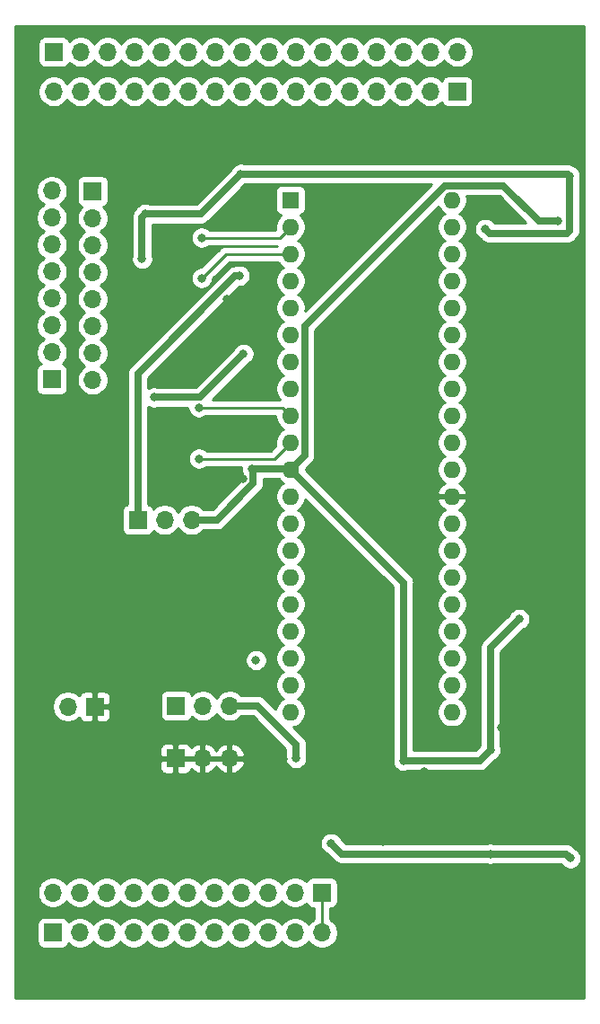
<source format=gbr>
%TF.GenerationSoftware,KiCad,Pcbnew,(5.1.6)-1*%
%TF.CreationDate,2020-09-22T22:20:25+03:00*%
%TF.ProjectId,Z80_devboard,5a38305f-6465-4766-926f-6172642e6b69,rev?*%
%TF.SameCoordinates,Original*%
%TF.FileFunction,Copper,L2,Bot*%
%TF.FilePolarity,Positive*%
%FSLAX46Y46*%
G04 Gerber Fmt 4.6, Leading zero omitted, Abs format (unit mm)*
G04 Created by KiCad (PCBNEW (5.1.6)-1) date 2020-09-22 22:20:25*
%MOMM*%
%LPD*%
G01*
G04 APERTURE LIST*
%TA.AperFunction,ComponentPad*%
%ADD10O,1.600000X1.600000*%
%TD*%
%TA.AperFunction,ComponentPad*%
%ADD11R,1.600000X1.600000*%
%TD*%
%TA.AperFunction,ComponentPad*%
%ADD12O,1.700000X1.700000*%
%TD*%
%TA.AperFunction,ComponentPad*%
%ADD13R,1.700000X1.700000*%
%TD*%
%TA.AperFunction,ViaPad*%
%ADD14C,0.800000*%
%TD*%
%TA.AperFunction,Conductor*%
%ADD15C,0.700000*%
%TD*%
%TA.AperFunction,Conductor*%
%ADD16C,0.250000*%
%TD*%
%TA.AperFunction,Conductor*%
%ADD17C,0.254000*%
%TD*%
G04 APERTURE END LIST*
D10*
%TO.P,U3,40*%
%TO.N,/+5V_A10*%
X116840000Y-69088000D03*
%TO.P,U3,20*%
%TO.N,/~+5V_IORQ*%
X101600000Y-117348000D03*
%TO.P,U3,39*%
%TO.N,/+5V_A9*%
X116840000Y-71628000D03*
%TO.P,U3,19*%
%TO.N,/~+5V_MREQ*%
X101600000Y-114808000D03*
%TO.P,U3,38*%
%TO.N,/+5V_A8*%
X116840000Y-74168000D03*
%TO.P,U3,18*%
%TO.N,/~+5V_HALT*%
X101600000Y-112268000D03*
%TO.P,U3,37*%
%TO.N,/+5V_A7*%
X116840000Y-76708000D03*
%TO.P,U3,17*%
%TO.N,/~+5V_NMI*%
X101600000Y-109728000D03*
%TO.P,U3,36*%
%TO.N,/+5V_A6*%
X116840000Y-79248000D03*
%TO.P,U3,16*%
%TO.N,/~+5V_INT*%
X101600000Y-107188000D03*
%TO.P,U3,35*%
%TO.N,/+5V_A5*%
X116840000Y-81788000D03*
%TO.P,U3,15*%
%TO.N,/+5V_D1*%
X101600000Y-104648000D03*
%TO.P,U3,34*%
%TO.N,/+5V_A4*%
X116840000Y-84328000D03*
%TO.P,U3,14*%
%TO.N,/+5V_D0*%
X101600000Y-102108000D03*
%TO.P,U3,33*%
%TO.N,/+5V_A3*%
X116840000Y-86868000D03*
%TO.P,U3,13*%
%TO.N,/+5V_D7*%
X101600000Y-99568000D03*
%TO.P,U3,32*%
%TO.N,/+5V_A2*%
X116840000Y-89408000D03*
%TO.P,U3,12*%
%TO.N,/+5V_D2*%
X101600000Y-97028000D03*
%TO.P,U3,31*%
%TO.N,/+5V_A1*%
X116840000Y-91948000D03*
%TO.P,U3,11*%
%TO.N,+5V*%
X101600000Y-94488000D03*
%TO.P,U3,30*%
%TO.N,/+5V_A0*%
X116840000Y-94488000D03*
%TO.P,U3,10*%
%TO.N,/+5V_D6*%
X101600000Y-91948000D03*
%TO.P,U3,29*%
%TO.N,GND*%
X116840000Y-97028000D03*
%TO.P,U3,9*%
%TO.N,/+5V_D5*%
X101600000Y-89408000D03*
%TO.P,U3,28*%
%TO.N,/~+5V_RFSH*%
X116840000Y-99568000D03*
%TO.P,U3,8*%
%TO.N,/+5V_D3*%
X101600000Y-86868000D03*
%TO.P,U3,27*%
%TO.N,/~+5V_M1*%
X116840000Y-102108000D03*
%TO.P,U3,7*%
%TO.N,/+5V_D4*%
X101600000Y-84328000D03*
%TO.P,U3,26*%
%TO.N,/~+5V_RESET*%
X116840000Y-104648000D03*
%TO.P,U3,6*%
%TO.N,/+5V_CLK*%
X101600000Y-81788000D03*
%TO.P,U3,25*%
%TO.N,Net-(R1-Pad1)*%
X116840000Y-107188000D03*
%TO.P,U3,5*%
%TO.N,/+5V_A15*%
X101600000Y-79248000D03*
%TO.P,U3,24*%
%TO.N,Net-(R2-Pad1)*%
X116840000Y-109728000D03*
%TO.P,U3,4*%
%TO.N,/+5V_A14*%
X101600000Y-76708000D03*
%TO.P,U3,23*%
%TO.N,N/C*%
X116840000Y-112268000D03*
%TO.P,U3,3*%
%TO.N,/+5V_A13*%
X101600000Y-74168000D03*
%TO.P,U3,22*%
%TO.N,/~+5V_WR*%
X116840000Y-114808000D03*
%TO.P,U3,2*%
%TO.N,/+5V_A12*%
X101600000Y-71628000D03*
%TO.P,U3,21*%
%TO.N,/~+5V_RD*%
X116840000Y-117348000D03*
D11*
%TO.P,U3,1*%
%TO.N,/+5V_A11*%
X101600000Y-69088000D03*
%TD*%
D12*
%TO.P,J10,11*%
%TO.N,/~RFSH*%
X104584500Y-138163300D03*
%TO.P,J10,10*%
%TO.N,/~M1*%
X102044500Y-138163300D03*
%TO.P,J10,9*%
%TO.N,/~RESET*%
X99504500Y-138163300D03*
%TO.P,J10,8*%
%TO.N,/~WR*%
X96964500Y-138163300D03*
%TO.P,J10,7*%
%TO.N,/~RD*%
X94424500Y-138163300D03*
%TO.P,J10,6*%
%TO.N,/~IORQ*%
X91884500Y-138163300D03*
%TO.P,J10,5*%
%TO.N,/~MREQ*%
X89344500Y-138163300D03*
%TO.P,J10,4*%
%TO.N,/~HALT*%
X86804500Y-138163300D03*
%TO.P,J10,3*%
%TO.N,/~NMI*%
X84264500Y-138163300D03*
%TO.P,J10,2*%
%TO.N,/~INT*%
X81724500Y-138163300D03*
D13*
%TO.P,J10,1*%
%TO.N,/CLK*%
X79184500Y-138163300D03*
%TD*%
D12*
%TO.P,J9,16*%
%TO.N,/A0*%
X117360700Y-55143400D03*
%TO.P,J9,15*%
%TO.N,/A1*%
X114820700Y-55143400D03*
%TO.P,J9,14*%
%TO.N,/A2*%
X112280700Y-55143400D03*
%TO.P,J9,13*%
%TO.N,/A3*%
X109740700Y-55143400D03*
%TO.P,J9,12*%
%TO.N,/A4*%
X107200700Y-55143400D03*
%TO.P,J9,11*%
%TO.N,/A5*%
X104660700Y-55143400D03*
%TO.P,J9,10*%
%TO.N,/A6*%
X102120700Y-55143400D03*
%TO.P,J9,9*%
%TO.N,/A7*%
X99580700Y-55143400D03*
%TO.P,J9,8*%
%TO.N,/A8*%
X97040700Y-55143400D03*
%TO.P,J9,7*%
%TO.N,/A9*%
X94500700Y-55143400D03*
%TO.P,J9,6*%
%TO.N,/A10*%
X91960700Y-55143400D03*
%TO.P,J9,5*%
%TO.N,/A11*%
X89420700Y-55143400D03*
%TO.P,J9,4*%
%TO.N,/A12*%
X86880700Y-55143400D03*
%TO.P,J9,3*%
%TO.N,/A13*%
X84340700Y-55143400D03*
%TO.P,J9,2*%
%TO.N,/A14*%
X81800700Y-55143400D03*
D13*
%TO.P,J9,1*%
%TO.N,/A15*%
X79260700Y-55143400D03*
%TD*%
D12*
%TO.P,J8,8*%
%TO.N,/D0*%
X79070200Y-68237100D03*
%TO.P,J8,7*%
%TO.N,/D1*%
X79070200Y-70777100D03*
%TO.P,J8,6*%
%TO.N,/D2*%
X79070200Y-73317100D03*
%TO.P,J8,5*%
%TO.N,/D3*%
X79070200Y-75857100D03*
%TO.P,J8,4*%
%TO.N,/D4*%
X79070200Y-78397100D03*
%TO.P,J8,3*%
%TO.N,/D5*%
X79070200Y-80937100D03*
%TO.P,J8,2*%
%TO.N,/D6*%
X79070200Y-83477100D03*
D13*
%TO.P,J8,1*%
%TO.N,/D7*%
X79070200Y-86017100D03*
%TD*%
D12*
%TO.P,J7,3*%
%TO.N,GND*%
X95846900Y-121742200D03*
%TO.P,J7,2*%
X93306900Y-121742200D03*
D13*
%TO.P,J7,1*%
X90766900Y-121742200D03*
%TD*%
D12*
%TO.P,J6,3*%
%TO.N,+3V3*%
X95885000Y-116776500D03*
%TO.P,J6,2*%
X93345000Y-116776500D03*
D13*
%TO.P,J6,1*%
X90805000Y-116776500D03*
%TD*%
D12*
%TO.P,J5,3*%
%TO.N,+5V*%
X92265500Y-99250500D03*
%TO.P,J5,2*%
X89725500Y-99250500D03*
D13*
%TO.P,J5,1*%
X87185500Y-99250500D03*
%TD*%
D12*
%TO.P,J4,2*%
%TO.N,/+VIN*%
X80581500Y-116840000D03*
D13*
%TO.P,J4,1*%
%TO.N,GND*%
X83121500Y-116840000D03*
%TD*%
D12*
%TO.P,J3,11*%
%TO.N,/CLK*%
X79184500Y-134366000D03*
%TO.P,J3,10*%
%TO.N,/~INT*%
X81724500Y-134366000D03*
%TO.P,J3,9*%
%TO.N,/~NMI*%
X84264500Y-134366000D03*
%TO.P,J3,8*%
%TO.N,/~HALT*%
X86804500Y-134366000D03*
%TO.P,J3,7*%
%TO.N,/~MREQ*%
X89344500Y-134366000D03*
%TO.P,J3,6*%
%TO.N,/~IORQ*%
X91884500Y-134366000D03*
%TO.P,J3,5*%
%TO.N,/~RD*%
X94424500Y-134366000D03*
%TO.P,J3,4*%
%TO.N,/~WR*%
X96964500Y-134366000D03*
%TO.P,J3,3*%
%TO.N,/~RESET*%
X99504500Y-134366000D03*
%TO.P,J3,2*%
%TO.N,/~M1*%
X102044500Y-134366000D03*
D13*
%TO.P,J3,1*%
%TO.N,/~RFSH*%
X104584500Y-134366000D03*
%TD*%
D12*
%TO.P,J2,16*%
%TO.N,/A15*%
X79248000Y-58864500D03*
%TO.P,J2,15*%
%TO.N,/A14*%
X81788000Y-58864500D03*
%TO.P,J2,14*%
%TO.N,/A13*%
X84328000Y-58864500D03*
%TO.P,J2,13*%
%TO.N,/A12*%
X86868000Y-58864500D03*
%TO.P,J2,12*%
%TO.N,/A11*%
X89408000Y-58864500D03*
%TO.P,J2,11*%
%TO.N,/A10*%
X91948000Y-58864500D03*
%TO.P,J2,10*%
%TO.N,/A9*%
X94488000Y-58864500D03*
%TO.P,J2,9*%
%TO.N,/A8*%
X97028000Y-58864500D03*
%TO.P,J2,8*%
%TO.N,/A7*%
X99568000Y-58864500D03*
%TO.P,J2,7*%
%TO.N,/A6*%
X102108000Y-58864500D03*
%TO.P,J2,6*%
%TO.N,/A5*%
X104648000Y-58864500D03*
%TO.P,J2,5*%
%TO.N,/A4*%
X107188000Y-58864500D03*
%TO.P,J2,4*%
%TO.N,/A3*%
X109728000Y-58864500D03*
%TO.P,J2,3*%
%TO.N,/A2*%
X112268000Y-58864500D03*
%TO.P,J2,2*%
%TO.N,/A1*%
X114808000Y-58864500D03*
D13*
%TO.P,J2,1*%
%TO.N,/A0*%
X117348000Y-58864500D03*
%TD*%
D12*
%TO.P,J1,8*%
%TO.N,/D7*%
X82931000Y-86042500D03*
%TO.P,J1,7*%
%TO.N,/D6*%
X82931000Y-83502500D03*
%TO.P,J1,6*%
%TO.N,/D5*%
X82931000Y-80962500D03*
%TO.P,J1,5*%
%TO.N,/D4*%
X82931000Y-78422500D03*
%TO.P,J1,4*%
%TO.N,/D3*%
X82931000Y-75882500D03*
%TO.P,J1,3*%
%TO.N,/D2*%
X82931000Y-73342500D03*
%TO.P,J1,2*%
%TO.N,/D1*%
X82931000Y-70802500D03*
D13*
%TO.P,J1,1*%
%TO.N,/D0*%
X82931000Y-68262500D03*
%TD*%
D14*
%TO.N,GND*%
X120446800Y-75628500D03*
X127876300Y-122656600D03*
X110363000Y-129565400D03*
X90322400Y-105257600D03*
X90322400Y-110642400D03*
X91643200Y-108102400D03*
X97790000Y-108102400D03*
X96621600Y-108204000D03*
X126949200Y-65316100D03*
X121577100Y-132410200D03*
X121500900Y-118821200D03*
X126847600Y-79082900D03*
X114236500Y-122961400D03*
X95580200Y-78460600D03*
X81381600Y-103581200D03*
X80213200Y-103530400D03*
X78638400Y-103530400D03*
X78486000Y-104749600D03*
X78486000Y-105765600D03*
X91008200Y-93078300D03*
X100952300Y-121767600D03*
X97116900Y-95364300D03*
X90474800Y-72580500D03*
X96100900Y-64401700D03*
X95034100Y-81508600D03*
%TO.N,+5V*%
X123190000Y-108585000D03*
X120484900Y-120916700D03*
X112268000Y-121945400D03*
X96786700Y-76238100D03*
X97967800Y-94411800D03*
X126822200Y-71107300D03*
%TO.N,+3V3*%
X128028700Y-131140200D03*
X98348800Y-112471200D03*
X119989600Y-71818500D03*
X127965200Y-66840100D03*
X96913700Y-66636900D03*
X120459500Y-130733800D03*
X102133400Y-121691400D03*
X97167700Y-83591400D03*
X105439501Y-129728899D03*
X88704700Y-87698300D03*
X87591900Y-74650600D03*
X87896700Y-70408800D03*
%TO.N,/+5V_A13*%
X93218000Y-76454000D03*
%TO.N,/+5V_A12*%
X93218000Y-72644000D03*
%TO.N,/+5V_D6*%
X92964000Y-93472000D03*
%TO.N,/+5V_D5*%
X92954200Y-88655800D03*
%TD*%
D15*
%TO.N,+5V*%
X98066901Y-94510901D02*
X97967800Y-94411800D01*
X98066901Y-95820301D02*
X98066901Y-94510901D01*
X94636702Y-99250500D02*
X98066901Y-95820301D01*
X92265500Y-99250500D02*
X94636702Y-99250500D01*
X101523800Y-94411800D02*
X101600000Y-94488000D01*
X97967800Y-94411800D02*
X101523800Y-94411800D01*
X119456200Y-121945400D02*
X120484900Y-120916700D01*
X112268000Y-121945400D02*
X119456200Y-121945400D01*
X120484900Y-111290100D02*
X123190000Y-108585000D01*
X120484900Y-120916700D02*
X120484900Y-111290100D01*
X112268000Y-105156000D02*
X101600000Y-94488000D01*
X112268000Y-121945400D02*
X112268000Y-105156000D01*
X96396698Y-76238100D02*
X96786700Y-76238100D01*
X87185500Y-85449298D02*
X96396698Y-76238100D01*
X87185500Y-99250500D02*
X87185500Y-85449298D01*
X102950001Y-93137999D02*
X101600000Y-94488000D01*
X116191999Y-67737999D02*
X102950001Y-80979997D01*
X121716399Y-67737999D02*
X116191999Y-67737999D01*
X102950001Y-80979997D02*
X102950001Y-93137999D01*
X125085700Y-71107300D02*
X121716399Y-67737999D01*
X126822200Y-71107300D02*
X125085700Y-71107300D01*
%TO.N,+3V3*%
X102133400Y-121691400D02*
X102133400Y-120421400D01*
X98488500Y-116776500D02*
X95885000Y-116776500D01*
X102133400Y-120421400D02*
X98488500Y-116776500D01*
X106444402Y-130733800D02*
X120459500Y-130733800D01*
X105439501Y-129728899D02*
X106444402Y-130733800D01*
X127622300Y-130733800D02*
X128028700Y-131140200D01*
X120459500Y-130733800D02*
X127622300Y-130733800D01*
X93060800Y-87698300D02*
X97167700Y-83591400D01*
X88704700Y-87698300D02*
X93060800Y-87698300D01*
X87591900Y-74650600D02*
X87591900Y-70713600D01*
X87591900Y-70713600D02*
X87896700Y-70408800D01*
X87896700Y-70408800D02*
X87896700Y-70408800D01*
X93141800Y-70408800D02*
X96913700Y-66636900D01*
X87896700Y-70408800D02*
X93141800Y-70408800D01*
X127762000Y-66636900D02*
X127965200Y-66840100D01*
X96913700Y-66636900D02*
X127762000Y-66636900D01*
X127965200Y-66840100D02*
X127965200Y-71983600D01*
X127730301Y-72218499D02*
X120389599Y-72218499D01*
X120389599Y-72218499D02*
X119989600Y-71818500D01*
X127965200Y-71983600D02*
X127730301Y-72218499D01*
D16*
%TO.N,/+5V_A13*%
X95504000Y-74168000D02*
X101600000Y-74168000D01*
X93218000Y-76454000D02*
X95504000Y-74168000D01*
%TO.N,/+5V_A12*%
X100584000Y-72644000D02*
X101600000Y-71628000D01*
X93218000Y-72644000D02*
X100584000Y-72644000D01*
%TO.N,/+5V_D6*%
X100076000Y-93472000D02*
X101600000Y-91948000D01*
X92964000Y-93472000D02*
X100076000Y-93472000D01*
%TO.N,/+5V_D5*%
X100847800Y-88655800D02*
X101600000Y-89408000D01*
X92954200Y-88655800D02*
X100847800Y-88655800D01*
%TO.N,/~RFSH*%
X104584500Y-134366000D02*
X104584500Y-138163300D01*
%TD*%
D17*
%TO.N,GND*%
G36*
X129340001Y-144340000D02*
G01*
X75660000Y-144340000D01*
X75660000Y-137313300D01*
X77696428Y-137313300D01*
X77696428Y-139013300D01*
X77708688Y-139137782D01*
X77744998Y-139257480D01*
X77803963Y-139367794D01*
X77883315Y-139464485D01*
X77980006Y-139543837D01*
X78090320Y-139602802D01*
X78210018Y-139639112D01*
X78334500Y-139651372D01*
X80034500Y-139651372D01*
X80158982Y-139639112D01*
X80278680Y-139602802D01*
X80388994Y-139543837D01*
X80485685Y-139464485D01*
X80565037Y-139367794D01*
X80624002Y-139257480D01*
X80646013Y-139184920D01*
X80777868Y-139316775D01*
X81021089Y-139479290D01*
X81291342Y-139591232D01*
X81578240Y-139648300D01*
X81870760Y-139648300D01*
X82157658Y-139591232D01*
X82427911Y-139479290D01*
X82671132Y-139316775D01*
X82877975Y-139109932D01*
X82994500Y-138935540D01*
X83111025Y-139109932D01*
X83317868Y-139316775D01*
X83561089Y-139479290D01*
X83831342Y-139591232D01*
X84118240Y-139648300D01*
X84410760Y-139648300D01*
X84697658Y-139591232D01*
X84967911Y-139479290D01*
X85211132Y-139316775D01*
X85417975Y-139109932D01*
X85534500Y-138935540D01*
X85651025Y-139109932D01*
X85857868Y-139316775D01*
X86101089Y-139479290D01*
X86371342Y-139591232D01*
X86658240Y-139648300D01*
X86950760Y-139648300D01*
X87237658Y-139591232D01*
X87507911Y-139479290D01*
X87751132Y-139316775D01*
X87957975Y-139109932D01*
X88074500Y-138935540D01*
X88191025Y-139109932D01*
X88397868Y-139316775D01*
X88641089Y-139479290D01*
X88911342Y-139591232D01*
X89198240Y-139648300D01*
X89490760Y-139648300D01*
X89777658Y-139591232D01*
X90047911Y-139479290D01*
X90291132Y-139316775D01*
X90497975Y-139109932D01*
X90614500Y-138935540D01*
X90731025Y-139109932D01*
X90937868Y-139316775D01*
X91181089Y-139479290D01*
X91451342Y-139591232D01*
X91738240Y-139648300D01*
X92030760Y-139648300D01*
X92317658Y-139591232D01*
X92587911Y-139479290D01*
X92831132Y-139316775D01*
X93037975Y-139109932D01*
X93154500Y-138935540D01*
X93271025Y-139109932D01*
X93477868Y-139316775D01*
X93721089Y-139479290D01*
X93991342Y-139591232D01*
X94278240Y-139648300D01*
X94570760Y-139648300D01*
X94857658Y-139591232D01*
X95127911Y-139479290D01*
X95371132Y-139316775D01*
X95577975Y-139109932D01*
X95694500Y-138935540D01*
X95811025Y-139109932D01*
X96017868Y-139316775D01*
X96261089Y-139479290D01*
X96531342Y-139591232D01*
X96818240Y-139648300D01*
X97110760Y-139648300D01*
X97397658Y-139591232D01*
X97667911Y-139479290D01*
X97911132Y-139316775D01*
X98117975Y-139109932D01*
X98234500Y-138935540D01*
X98351025Y-139109932D01*
X98557868Y-139316775D01*
X98801089Y-139479290D01*
X99071342Y-139591232D01*
X99358240Y-139648300D01*
X99650760Y-139648300D01*
X99937658Y-139591232D01*
X100207911Y-139479290D01*
X100451132Y-139316775D01*
X100657975Y-139109932D01*
X100774500Y-138935540D01*
X100891025Y-139109932D01*
X101097868Y-139316775D01*
X101341089Y-139479290D01*
X101611342Y-139591232D01*
X101898240Y-139648300D01*
X102190760Y-139648300D01*
X102477658Y-139591232D01*
X102747911Y-139479290D01*
X102991132Y-139316775D01*
X103197975Y-139109932D01*
X103314500Y-138935540D01*
X103431025Y-139109932D01*
X103637868Y-139316775D01*
X103881089Y-139479290D01*
X104151342Y-139591232D01*
X104438240Y-139648300D01*
X104730760Y-139648300D01*
X105017658Y-139591232D01*
X105287911Y-139479290D01*
X105531132Y-139316775D01*
X105737975Y-139109932D01*
X105900490Y-138866711D01*
X106012432Y-138596458D01*
X106069500Y-138309560D01*
X106069500Y-138017040D01*
X106012432Y-137730142D01*
X105900490Y-137459889D01*
X105737975Y-137216668D01*
X105531132Y-137009825D01*
X105344500Y-136885122D01*
X105344500Y-135854072D01*
X105434500Y-135854072D01*
X105558982Y-135841812D01*
X105678680Y-135805502D01*
X105788994Y-135746537D01*
X105885685Y-135667185D01*
X105965037Y-135570494D01*
X106024002Y-135460180D01*
X106060312Y-135340482D01*
X106072572Y-135216000D01*
X106072572Y-133516000D01*
X106060312Y-133391518D01*
X106024002Y-133271820D01*
X105965037Y-133161506D01*
X105885685Y-133064815D01*
X105788994Y-132985463D01*
X105678680Y-132926498D01*
X105558982Y-132890188D01*
X105434500Y-132877928D01*
X103734500Y-132877928D01*
X103610018Y-132890188D01*
X103490320Y-132926498D01*
X103380006Y-132985463D01*
X103283315Y-133064815D01*
X103203963Y-133161506D01*
X103144998Y-133271820D01*
X103122987Y-133344380D01*
X102991132Y-133212525D01*
X102747911Y-133050010D01*
X102477658Y-132938068D01*
X102190760Y-132881000D01*
X101898240Y-132881000D01*
X101611342Y-132938068D01*
X101341089Y-133050010D01*
X101097868Y-133212525D01*
X100891025Y-133419368D01*
X100774500Y-133593760D01*
X100657975Y-133419368D01*
X100451132Y-133212525D01*
X100207911Y-133050010D01*
X99937658Y-132938068D01*
X99650760Y-132881000D01*
X99358240Y-132881000D01*
X99071342Y-132938068D01*
X98801089Y-133050010D01*
X98557868Y-133212525D01*
X98351025Y-133419368D01*
X98234500Y-133593760D01*
X98117975Y-133419368D01*
X97911132Y-133212525D01*
X97667911Y-133050010D01*
X97397658Y-132938068D01*
X97110760Y-132881000D01*
X96818240Y-132881000D01*
X96531342Y-132938068D01*
X96261089Y-133050010D01*
X96017868Y-133212525D01*
X95811025Y-133419368D01*
X95694500Y-133593760D01*
X95577975Y-133419368D01*
X95371132Y-133212525D01*
X95127911Y-133050010D01*
X94857658Y-132938068D01*
X94570760Y-132881000D01*
X94278240Y-132881000D01*
X93991342Y-132938068D01*
X93721089Y-133050010D01*
X93477868Y-133212525D01*
X93271025Y-133419368D01*
X93154500Y-133593760D01*
X93037975Y-133419368D01*
X92831132Y-133212525D01*
X92587911Y-133050010D01*
X92317658Y-132938068D01*
X92030760Y-132881000D01*
X91738240Y-132881000D01*
X91451342Y-132938068D01*
X91181089Y-133050010D01*
X90937868Y-133212525D01*
X90731025Y-133419368D01*
X90614500Y-133593760D01*
X90497975Y-133419368D01*
X90291132Y-133212525D01*
X90047911Y-133050010D01*
X89777658Y-132938068D01*
X89490760Y-132881000D01*
X89198240Y-132881000D01*
X88911342Y-132938068D01*
X88641089Y-133050010D01*
X88397868Y-133212525D01*
X88191025Y-133419368D01*
X88074500Y-133593760D01*
X87957975Y-133419368D01*
X87751132Y-133212525D01*
X87507911Y-133050010D01*
X87237658Y-132938068D01*
X86950760Y-132881000D01*
X86658240Y-132881000D01*
X86371342Y-132938068D01*
X86101089Y-133050010D01*
X85857868Y-133212525D01*
X85651025Y-133419368D01*
X85534500Y-133593760D01*
X85417975Y-133419368D01*
X85211132Y-133212525D01*
X84967911Y-133050010D01*
X84697658Y-132938068D01*
X84410760Y-132881000D01*
X84118240Y-132881000D01*
X83831342Y-132938068D01*
X83561089Y-133050010D01*
X83317868Y-133212525D01*
X83111025Y-133419368D01*
X82994500Y-133593760D01*
X82877975Y-133419368D01*
X82671132Y-133212525D01*
X82427911Y-133050010D01*
X82157658Y-132938068D01*
X81870760Y-132881000D01*
X81578240Y-132881000D01*
X81291342Y-132938068D01*
X81021089Y-133050010D01*
X80777868Y-133212525D01*
X80571025Y-133419368D01*
X80454500Y-133593760D01*
X80337975Y-133419368D01*
X80131132Y-133212525D01*
X79887911Y-133050010D01*
X79617658Y-132938068D01*
X79330760Y-132881000D01*
X79038240Y-132881000D01*
X78751342Y-132938068D01*
X78481089Y-133050010D01*
X78237868Y-133212525D01*
X78031025Y-133419368D01*
X77868510Y-133662589D01*
X77756568Y-133932842D01*
X77699500Y-134219740D01*
X77699500Y-134512260D01*
X77756568Y-134799158D01*
X77868510Y-135069411D01*
X78031025Y-135312632D01*
X78237868Y-135519475D01*
X78481089Y-135681990D01*
X78751342Y-135793932D01*
X79038240Y-135851000D01*
X79330760Y-135851000D01*
X79617658Y-135793932D01*
X79887911Y-135681990D01*
X80131132Y-135519475D01*
X80337975Y-135312632D01*
X80454500Y-135138240D01*
X80571025Y-135312632D01*
X80777868Y-135519475D01*
X81021089Y-135681990D01*
X81291342Y-135793932D01*
X81578240Y-135851000D01*
X81870760Y-135851000D01*
X82157658Y-135793932D01*
X82427911Y-135681990D01*
X82671132Y-135519475D01*
X82877975Y-135312632D01*
X82994500Y-135138240D01*
X83111025Y-135312632D01*
X83317868Y-135519475D01*
X83561089Y-135681990D01*
X83831342Y-135793932D01*
X84118240Y-135851000D01*
X84410760Y-135851000D01*
X84697658Y-135793932D01*
X84967911Y-135681990D01*
X85211132Y-135519475D01*
X85417975Y-135312632D01*
X85534500Y-135138240D01*
X85651025Y-135312632D01*
X85857868Y-135519475D01*
X86101089Y-135681990D01*
X86371342Y-135793932D01*
X86658240Y-135851000D01*
X86950760Y-135851000D01*
X87237658Y-135793932D01*
X87507911Y-135681990D01*
X87751132Y-135519475D01*
X87957975Y-135312632D01*
X88074500Y-135138240D01*
X88191025Y-135312632D01*
X88397868Y-135519475D01*
X88641089Y-135681990D01*
X88911342Y-135793932D01*
X89198240Y-135851000D01*
X89490760Y-135851000D01*
X89777658Y-135793932D01*
X90047911Y-135681990D01*
X90291132Y-135519475D01*
X90497975Y-135312632D01*
X90614500Y-135138240D01*
X90731025Y-135312632D01*
X90937868Y-135519475D01*
X91181089Y-135681990D01*
X91451342Y-135793932D01*
X91738240Y-135851000D01*
X92030760Y-135851000D01*
X92317658Y-135793932D01*
X92587911Y-135681990D01*
X92831132Y-135519475D01*
X93037975Y-135312632D01*
X93154500Y-135138240D01*
X93271025Y-135312632D01*
X93477868Y-135519475D01*
X93721089Y-135681990D01*
X93991342Y-135793932D01*
X94278240Y-135851000D01*
X94570760Y-135851000D01*
X94857658Y-135793932D01*
X95127911Y-135681990D01*
X95371132Y-135519475D01*
X95577975Y-135312632D01*
X95694500Y-135138240D01*
X95811025Y-135312632D01*
X96017868Y-135519475D01*
X96261089Y-135681990D01*
X96531342Y-135793932D01*
X96818240Y-135851000D01*
X97110760Y-135851000D01*
X97397658Y-135793932D01*
X97667911Y-135681990D01*
X97911132Y-135519475D01*
X98117975Y-135312632D01*
X98234500Y-135138240D01*
X98351025Y-135312632D01*
X98557868Y-135519475D01*
X98801089Y-135681990D01*
X99071342Y-135793932D01*
X99358240Y-135851000D01*
X99650760Y-135851000D01*
X99937658Y-135793932D01*
X100207911Y-135681990D01*
X100451132Y-135519475D01*
X100657975Y-135312632D01*
X100774500Y-135138240D01*
X100891025Y-135312632D01*
X101097868Y-135519475D01*
X101341089Y-135681990D01*
X101611342Y-135793932D01*
X101898240Y-135851000D01*
X102190760Y-135851000D01*
X102477658Y-135793932D01*
X102747911Y-135681990D01*
X102991132Y-135519475D01*
X103122987Y-135387620D01*
X103144998Y-135460180D01*
X103203963Y-135570494D01*
X103283315Y-135667185D01*
X103380006Y-135746537D01*
X103490320Y-135805502D01*
X103610018Y-135841812D01*
X103734500Y-135854072D01*
X103824500Y-135854072D01*
X103824501Y-136885121D01*
X103637868Y-137009825D01*
X103431025Y-137216668D01*
X103314500Y-137391060D01*
X103197975Y-137216668D01*
X102991132Y-137009825D01*
X102747911Y-136847310D01*
X102477658Y-136735368D01*
X102190760Y-136678300D01*
X101898240Y-136678300D01*
X101611342Y-136735368D01*
X101341089Y-136847310D01*
X101097868Y-137009825D01*
X100891025Y-137216668D01*
X100774500Y-137391060D01*
X100657975Y-137216668D01*
X100451132Y-137009825D01*
X100207911Y-136847310D01*
X99937658Y-136735368D01*
X99650760Y-136678300D01*
X99358240Y-136678300D01*
X99071342Y-136735368D01*
X98801089Y-136847310D01*
X98557868Y-137009825D01*
X98351025Y-137216668D01*
X98234500Y-137391060D01*
X98117975Y-137216668D01*
X97911132Y-137009825D01*
X97667911Y-136847310D01*
X97397658Y-136735368D01*
X97110760Y-136678300D01*
X96818240Y-136678300D01*
X96531342Y-136735368D01*
X96261089Y-136847310D01*
X96017868Y-137009825D01*
X95811025Y-137216668D01*
X95694500Y-137391060D01*
X95577975Y-137216668D01*
X95371132Y-137009825D01*
X95127911Y-136847310D01*
X94857658Y-136735368D01*
X94570760Y-136678300D01*
X94278240Y-136678300D01*
X93991342Y-136735368D01*
X93721089Y-136847310D01*
X93477868Y-137009825D01*
X93271025Y-137216668D01*
X93154500Y-137391060D01*
X93037975Y-137216668D01*
X92831132Y-137009825D01*
X92587911Y-136847310D01*
X92317658Y-136735368D01*
X92030760Y-136678300D01*
X91738240Y-136678300D01*
X91451342Y-136735368D01*
X91181089Y-136847310D01*
X90937868Y-137009825D01*
X90731025Y-137216668D01*
X90614500Y-137391060D01*
X90497975Y-137216668D01*
X90291132Y-137009825D01*
X90047911Y-136847310D01*
X89777658Y-136735368D01*
X89490760Y-136678300D01*
X89198240Y-136678300D01*
X88911342Y-136735368D01*
X88641089Y-136847310D01*
X88397868Y-137009825D01*
X88191025Y-137216668D01*
X88074500Y-137391060D01*
X87957975Y-137216668D01*
X87751132Y-137009825D01*
X87507911Y-136847310D01*
X87237658Y-136735368D01*
X86950760Y-136678300D01*
X86658240Y-136678300D01*
X86371342Y-136735368D01*
X86101089Y-136847310D01*
X85857868Y-137009825D01*
X85651025Y-137216668D01*
X85534500Y-137391060D01*
X85417975Y-137216668D01*
X85211132Y-137009825D01*
X84967911Y-136847310D01*
X84697658Y-136735368D01*
X84410760Y-136678300D01*
X84118240Y-136678300D01*
X83831342Y-136735368D01*
X83561089Y-136847310D01*
X83317868Y-137009825D01*
X83111025Y-137216668D01*
X82994500Y-137391060D01*
X82877975Y-137216668D01*
X82671132Y-137009825D01*
X82427911Y-136847310D01*
X82157658Y-136735368D01*
X81870760Y-136678300D01*
X81578240Y-136678300D01*
X81291342Y-136735368D01*
X81021089Y-136847310D01*
X80777868Y-137009825D01*
X80646013Y-137141680D01*
X80624002Y-137069120D01*
X80565037Y-136958806D01*
X80485685Y-136862115D01*
X80388994Y-136782763D01*
X80278680Y-136723798D01*
X80158982Y-136687488D01*
X80034500Y-136675228D01*
X78334500Y-136675228D01*
X78210018Y-136687488D01*
X78090320Y-136723798D01*
X77980006Y-136782763D01*
X77883315Y-136862115D01*
X77803963Y-136958806D01*
X77744998Y-137069120D01*
X77708688Y-137188818D01*
X77696428Y-137313300D01*
X75660000Y-137313300D01*
X75660000Y-129626960D01*
X104404501Y-129626960D01*
X104404501Y-129830838D01*
X104444275Y-130030797D01*
X104522296Y-130219155D01*
X104635564Y-130388673D01*
X104779727Y-130532836D01*
X104949245Y-130646104D01*
X104973931Y-130656329D01*
X105713691Y-131396089D01*
X105744532Y-131433670D01*
X105782111Y-131464510D01*
X105894518Y-131556760D01*
X106065635Y-131648224D01*
X106251308Y-131704547D01*
X106444402Y-131723565D01*
X106492782Y-131718800D01*
X120132914Y-131718800D01*
X120157602Y-131729026D01*
X120357561Y-131768800D01*
X120561439Y-131768800D01*
X120761398Y-131729026D01*
X120786086Y-131718800D01*
X127170524Y-131718800D01*
X127224763Y-131799974D01*
X127368926Y-131944137D01*
X127538444Y-132057405D01*
X127726802Y-132135426D01*
X127926761Y-132175200D01*
X128130639Y-132175200D01*
X128330598Y-132135426D01*
X128518956Y-132057405D01*
X128688474Y-131944137D01*
X128832637Y-131799974D01*
X128945905Y-131630456D01*
X129023926Y-131442098D01*
X129063700Y-131242139D01*
X129063700Y-131038261D01*
X129023926Y-130838302D01*
X128945905Y-130649944D01*
X128832637Y-130480426D01*
X128688474Y-130336263D01*
X128518956Y-130222995D01*
X128494269Y-130212769D01*
X128353016Y-130071517D01*
X128322170Y-130033930D01*
X128172184Y-129910840D01*
X128001067Y-129819376D01*
X127815394Y-129763053D01*
X127670680Y-129748800D01*
X127622300Y-129744035D01*
X127573920Y-129748800D01*
X120786086Y-129748800D01*
X120761398Y-129738574D01*
X120561439Y-129698800D01*
X120357561Y-129698800D01*
X120157602Y-129738574D01*
X120132914Y-129748800D01*
X106852403Y-129748800D01*
X106366931Y-129263329D01*
X106356706Y-129238643D01*
X106243438Y-129069125D01*
X106099275Y-128924962D01*
X105929757Y-128811694D01*
X105741399Y-128733673D01*
X105541440Y-128693899D01*
X105337562Y-128693899D01*
X105137603Y-128733673D01*
X104949245Y-128811694D01*
X104779727Y-128924962D01*
X104635564Y-129069125D01*
X104522296Y-129238643D01*
X104444275Y-129427001D01*
X104404501Y-129626960D01*
X75660000Y-129626960D01*
X75660000Y-122592200D01*
X89278828Y-122592200D01*
X89291088Y-122716682D01*
X89327398Y-122836380D01*
X89386363Y-122946694D01*
X89465715Y-123043385D01*
X89562406Y-123122737D01*
X89672720Y-123181702D01*
X89792418Y-123218012D01*
X89916900Y-123230272D01*
X90481150Y-123227200D01*
X90639900Y-123068450D01*
X90639900Y-121869200D01*
X90893900Y-121869200D01*
X90893900Y-123068450D01*
X91052650Y-123227200D01*
X91616900Y-123230272D01*
X91741382Y-123218012D01*
X91861080Y-123181702D01*
X91971394Y-123122737D01*
X92068085Y-123043385D01*
X92147437Y-122946694D01*
X92206402Y-122836380D01*
X92230866Y-122755734D01*
X92306631Y-122839788D01*
X92539980Y-123013841D01*
X92802801Y-123139025D01*
X92950010Y-123183676D01*
X93179900Y-123062355D01*
X93179900Y-121869200D01*
X93433900Y-121869200D01*
X93433900Y-123062355D01*
X93663790Y-123183676D01*
X93810999Y-123139025D01*
X94073820Y-123013841D01*
X94307169Y-122839788D01*
X94502078Y-122623555D01*
X94576900Y-122497945D01*
X94651722Y-122623555D01*
X94846631Y-122839788D01*
X95079980Y-123013841D01*
X95342801Y-123139025D01*
X95490010Y-123183676D01*
X95719900Y-123062355D01*
X95719900Y-121869200D01*
X95973900Y-121869200D01*
X95973900Y-123062355D01*
X96203790Y-123183676D01*
X96350999Y-123139025D01*
X96613820Y-123013841D01*
X96847169Y-122839788D01*
X97042078Y-122623555D01*
X97191057Y-122373452D01*
X97288381Y-122099091D01*
X97167714Y-121869200D01*
X95973900Y-121869200D01*
X95719900Y-121869200D01*
X93433900Y-121869200D01*
X93179900Y-121869200D01*
X90893900Y-121869200D01*
X90639900Y-121869200D01*
X89440650Y-121869200D01*
X89281900Y-122027950D01*
X89278828Y-122592200D01*
X75660000Y-122592200D01*
X75660000Y-120892200D01*
X89278828Y-120892200D01*
X89281900Y-121456450D01*
X89440650Y-121615200D01*
X90639900Y-121615200D01*
X90639900Y-120415950D01*
X90893900Y-120415950D01*
X90893900Y-121615200D01*
X93179900Y-121615200D01*
X93179900Y-120422045D01*
X93433900Y-120422045D01*
X93433900Y-121615200D01*
X95719900Y-121615200D01*
X95719900Y-120422045D01*
X95973900Y-120422045D01*
X95973900Y-121615200D01*
X97167714Y-121615200D01*
X97288381Y-121385309D01*
X97191057Y-121110948D01*
X97042078Y-120860845D01*
X96847169Y-120644612D01*
X96613820Y-120470559D01*
X96350999Y-120345375D01*
X96203790Y-120300724D01*
X95973900Y-120422045D01*
X95719900Y-120422045D01*
X95490010Y-120300724D01*
X95342801Y-120345375D01*
X95079980Y-120470559D01*
X94846631Y-120644612D01*
X94651722Y-120860845D01*
X94576900Y-120986455D01*
X94502078Y-120860845D01*
X94307169Y-120644612D01*
X94073820Y-120470559D01*
X93810999Y-120345375D01*
X93663790Y-120300724D01*
X93433900Y-120422045D01*
X93179900Y-120422045D01*
X92950010Y-120300724D01*
X92802801Y-120345375D01*
X92539980Y-120470559D01*
X92306631Y-120644612D01*
X92230866Y-120728666D01*
X92206402Y-120648020D01*
X92147437Y-120537706D01*
X92068085Y-120441015D01*
X91971394Y-120361663D01*
X91861080Y-120302698D01*
X91741382Y-120266388D01*
X91616900Y-120254128D01*
X91052650Y-120257200D01*
X90893900Y-120415950D01*
X90639900Y-120415950D01*
X90481150Y-120257200D01*
X89916900Y-120254128D01*
X89792418Y-120266388D01*
X89672720Y-120302698D01*
X89562406Y-120361663D01*
X89465715Y-120441015D01*
X89386363Y-120537706D01*
X89327398Y-120648020D01*
X89291088Y-120767718D01*
X89278828Y-120892200D01*
X75660000Y-120892200D01*
X75660000Y-116693740D01*
X79096500Y-116693740D01*
X79096500Y-116986260D01*
X79153568Y-117273158D01*
X79265510Y-117543411D01*
X79428025Y-117786632D01*
X79634868Y-117993475D01*
X79878089Y-118155990D01*
X80148342Y-118267932D01*
X80435240Y-118325000D01*
X80727760Y-118325000D01*
X81014658Y-118267932D01*
X81284911Y-118155990D01*
X81528132Y-117993475D01*
X81659987Y-117861620D01*
X81681998Y-117934180D01*
X81740963Y-118044494D01*
X81820315Y-118141185D01*
X81917006Y-118220537D01*
X82027320Y-118279502D01*
X82147018Y-118315812D01*
X82271500Y-118328072D01*
X82835750Y-118325000D01*
X82994500Y-118166250D01*
X82994500Y-116967000D01*
X83248500Y-116967000D01*
X83248500Y-118166250D01*
X83407250Y-118325000D01*
X83971500Y-118328072D01*
X84095982Y-118315812D01*
X84215680Y-118279502D01*
X84325994Y-118220537D01*
X84422685Y-118141185D01*
X84502037Y-118044494D01*
X84561002Y-117934180D01*
X84597312Y-117814482D01*
X84609572Y-117690000D01*
X84606500Y-117125750D01*
X84447750Y-116967000D01*
X83248500Y-116967000D01*
X82994500Y-116967000D01*
X82974500Y-116967000D01*
X82974500Y-116713000D01*
X82994500Y-116713000D01*
X82994500Y-115513750D01*
X83248500Y-115513750D01*
X83248500Y-116713000D01*
X84447750Y-116713000D01*
X84606500Y-116554250D01*
X84609572Y-115990000D01*
X84597312Y-115865518D01*
X84561002Y-115745820D01*
X84502037Y-115635506D01*
X84422685Y-115538815D01*
X84325994Y-115459463D01*
X84215680Y-115400498D01*
X84095982Y-115364188D01*
X83971500Y-115351928D01*
X83407250Y-115355000D01*
X83248500Y-115513750D01*
X82994500Y-115513750D01*
X82835750Y-115355000D01*
X82271500Y-115351928D01*
X82147018Y-115364188D01*
X82027320Y-115400498D01*
X81917006Y-115459463D01*
X81820315Y-115538815D01*
X81740963Y-115635506D01*
X81681998Y-115745820D01*
X81659987Y-115818380D01*
X81528132Y-115686525D01*
X81284911Y-115524010D01*
X81014658Y-115412068D01*
X80727760Y-115355000D01*
X80435240Y-115355000D01*
X80148342Y-115412068D01*
X79878089Y-115524010D01*
X79634868Y-115686525D01*
X79428025Y-115893368D01*
X79265510Y-116136589D01*
X79153568Y-116406842D01*
X79096500Y-116693740D01*
X75660000Y-116693740D01*
X75660000Y-112369261D01*
X97313800Y-112369261D01*
X97313800Y-112573139D01*
X97353574Y-112773098D01*
X97431595Y-112961456D01*
X97544863Y-113130974D01*
X97689026Y-113275137D01*
X97858544Y-113388405D01*
X98046902Y-113466426D01*
X98246861Y-113506200D01*
X98450739Y-113506200D01*
X98650698Y-113466426D01*
X98839056Y-113388405D01*
X99008574Y-113275137D01*
X99152737Y-113130974D01*
X99266005Y-112961456D01*
X99344026Y-112773098D01*
X99383800Y-112573139D01*
X99383800Y-112369261D01*
X99344026Y-112169302D01*
X99266005Y-111980944D01*
X99152737Y-111811426D01*
X99008574Y-111667263D01*
X98839056Y-111553995D01*
X98650698Y-111475974D01*
X98450739Y-111436200D01*
X98246861Y-111436200D01*
X98046902Y-111475974D01*
X97858544Y-111553995D01*
X97689026Y-111667263D01*
X97544863Y-111811426D01*
X97431595Y-111980944D01*
X97353574Y-112169302D01*
X97313800Y-112369261D01*
X75660000Y-112369261D01*
X75660000Y-98400500D01*
X85697428Y-98400500D01*
X85697428Y-100100500D01*
X85709688Y-100224982D01*
X85745998Y-100344680D01*
X85804963Y-100454994D01*
X85884315Y-100551685D01*
X85981006Y-100631037D01*
X86091320Y-100690002D01*
X86211018Y-100726312D01*
X86335500Y-100738572D01*
X88035500Y-100738572D01*
X88159982Y-100726312D01*
X88279680Y-100690002D01*
X88389994Y-100631037D01*
X88486685Y-100551685D01*
X88566037Y-100454994D01*
X88625002Y-100344680D01*
X88647013Y-100272120D01*
X88778868Y-100403975D01*
X89022089Y-100566490D01*
X89292342Y-100678432D01*
X89579240Y-100735500D01*
X89871760Y-100735500D01*
X90158658Y-100678432D01*
X90428911Y-100566490D01*
X90672132Y-100403975D01*
X90878975Y-100197132D01*
X90995500Y-100022740D01*
X91112025Y-100197132D01*
X91318868Y-100403975D01*
X91562089Y-100566490D01*
X91832342Y-100678432D01*
X92119240Y-100735500D01*
X92411760Y-100735500D01*
X92698658Y-100678432D01*
X92968911Y-100566490D01*
X93212132Y-100403975D01*
X93380607Y-100235500D01*
X94588322Y-100235500D01*
X94636702Y-100240265D01*
X94685082Y-100235500D01*
X94829796Y-100221247D01*
X95015469Y-100164924D01*
X95186586Y-100073460D01*
X95336572Y-99950370D01*
X95367418Y-99912784D01*
X98729191Y-96551012D01*
X98766771Y-96520171D01*
X98889861Y-96370185D01*
X98981325Y-96199068D01*
X99037648Y-96013395D01*
X99051901Y-95868681D01*
X99051901Y-95868680D01*
X99056666Y-95820301D01*
X99051901Y-95771921D01*
X99051901Y-95396800D01*
X100481381Y-95396800D01*
X100485363Y-95402759D01*
X100685241Y-95602637D01*
X100917759Y-95758000D01*
X100685241Y-95913363D01*
X100485363Y-96113241D01*
X100328320Y-96348273D01*
X100220147Y-96609426D01*
X100165000Y-96886665D01*
X100165000Y-97169335D01*
X100220147Y-97446574D01*
X100328320Y-97707727D01*
X100485363Y-97942759D01*
X100685241Y-98142637D01*
X100917759Y-98298000D01*
X100685241Y-98453363D01*
X100485363Y-98653241D01*
X100328320Y-98888273D01*
X100220147Y-99149426D01*
X100165000Y-99426665D01*
X100165000Y-99709335D01*
X100220147Y-99986574D01*
X100328320Y-100247727D01*
X100485363Y-100482759D01*
X100685241Y-100682637D01*
X100917759Y-100838000D01*
X100685241Y-100993363D01*
X100485363Y-101193241D01*
X100328320Y-101428273D01*
X100220147Y-101689426D01*
X100165000Y-101966665D01*
X100165000Y-102249335D01*
X100220147Y-102526574D01*
X100328320Y-102787727D01*
X100485363Y-103022759D01*
X100685241Y-103222637D01*
X100917759Y-103378000D01*
X100685241Y-103533363D01*
X100485363Y-103733241D01*
X100328320Y-103968273D01*
X100220147Y-104229426D01*
X100165000Y-104506665D01*
X100165000Y-104789335D01*
X100220147Y-105066574D01*
X100328320Y-105327727D01*
X100485363Y-105562759D01*
X100685241Y-105762637D01*
X100917759Y-105918000D01*
X100685241Y-106073363D01*
X100485363Y-106273241D01*
X100328320Y-106508273D01*
X100220147Y-106769426D01*
X100165000Y-107046665D01*
X100165000Y-107329335D01*
X100220147Y-107606574D01*
X100328320Y-107867727D01*
X100485363Y-108102759D01*
X100685241Y-108302637D01*
X100917759Y-108458000D01*
X100685241Y-108613363D01*
X100485363Y-108813241D01*
X100328320Y-109048273D01*
X100220147Y-109309426D01*
X100165000Y-109586665D01*
X100165000Y-109869335D01*
X100220147Y-110146574D01*
X100328320Y-110407727D01*
X100485363Y-110642759D01*
X100685241Y-110842637D01*
X100917759Y-110998000D01*
X100685241Y-111153363D01*
X100485363Y-111353241D01*
X100328320Y-111588273D01*
X100220147Y-111849426D01*
X100165000Y-112126665D01*
X100165000Y-112409335D01*
X100220147Y-112686574D01*
X100328320Y-112947727D01*
X100485363Y-113182759D01*
X100685241Y-113382637D01*
X100917759Y-113538000D01*
X100685241Y-113693363D01*
X100485363Y-113893241D01*
X100328320Y-114128273D01*
X100220147Y-114389426D01*
X100165000Y-114666665D01*
X100165000Y-114949335D01*
X100220147Y-115226574D01*
X100328320Y-115487727D01*
X100485363Y-115722759D01*
X100685241Y-115922637D01*
X100917759Y-116078000D01*
X100685241Y-116233363D01*
X100485363Y-116433241D01*
X100328320Y-116668273D01*
X100220147Y-116929426D01*
X100189334Y-117084334D01*
X99219216Y-116114216D01*
X99188370Y-116076630D01*
X99038384Y-115953540D01*
X98867267Y-115862076D01*
X98681594Y-115805753D01*
X98536880Y-115791500D01*
X98488500Y-115786735D01*
X98440120Y-115791500D01*
X97000107Y-115791500D01*
X96831632Y-115623025D01*
X96588411Y-115460510D01*
X96318158Y-115348568D01*
X96031260Y-115291500D01*
X95738740Y-115291500D01*
X95451842Y-115348568D01*
X95181589Y-115460510D01*
X94938368Y-115623025D01*
X94731525Y-115829868D01*
X94615000Y-116004260D01*
X94498475Y-115829868D01*
X94291632Y-115623025D01*
X94048411Y-115460510D01*
X93778158Y-115348568D01*
X93491260Y-115291500D01*
X93198740Y-115291500D01*
X92911842Y-115348568D01*
X92641589Y-115460510D01*
X92398368Y-115623025D01*
X92266513Y-115754880D01*
X92244502Y-115682320D01*
X92185537Y-115572006D01*
X92106185Y-115475315D01*
X92009494Y-115395963D01*
X91899180Y-115336998D01*
X91779482Y-115300688D01*
X91655000Y-115288428D01*
X89955000Y-115288428D01*
X89830518Y-115300688D01*
X89710820Y-115336998D01*
X89600506Y-115395963D01*
X89503815Y-115475315D01*
X89424463Y-115572006D01*
X89365498Y-115682320D01*
X89329188Y-115802018D01*
X89316928Y-115926500D01*
X89316928Y-117626500D01*
X89329188Y-117750982D01*
X89365498Y-117870680D01*
X89424463Y-117980994D01*
X89503815Y-118077685D01*
X89600506Y-118157037D01*
X89710820Y-118216002D01*
X89830518Y-118252312D01*
X89955000Y-118264572D01*
X91655000Y-118264572D01*
X91779482Y-118252312D01*
X91899180Y-118216002D01*
X92009494Y-118157037D01*
X92106185Y-118077685D01*
X92185537Y-117980994D01*
X92244502Y-117870680D01*
X92266513Y-117798120D01*
X92398368Y-117929975D01*
X92641589Y-118092490D01*
X92911842Y-118204432D01*
X93198740Y-118261500D01*
X93491260Y-118261500D01*
X93778158Y-118204432D01*
X94048411Y-118092490D01*
X94291632Y-117929975D01*
X94498475Y-117723132D01*
X94615000Y-117548740D01*
X94731525Y-117723132D01*
X94938368Y-117929975D01*
X95181589Y-118092490D01*
X95451842Y-118204432D01*
X95738740Y-118261500D01*
X96031260Y-118261500D01*
X96318158Y-118204432D01*
X96588411Y-118092490D01*
X96831632Y-117929975D01*
X97000107Y-117761500D01*
X98080500Y-117761500D01*
X101148401Y-120829401D01*
X101148400Y-121364814D01*
X101138174Y-121389502D01*
X101098400Y-121589461D01*
X101098400Y-121793339D01*
X101138174Y-121993298D01*
X101216195Y-122181656D01*
X101329463Y-122351174D01*
X101473626Y-122495337D01*
X101643144Y-122608605D01*
X101831502Y-122686626D01*
X102031461Y-122726400D01*
X102235339Y-122726400D01*
X102435298Y-122686626D01*
X102623656Y-122608605D01*
X102793174Y-122495337D01*
X102937337Y-122351174D01*
X103050605Y-122181656D01*
X103128626Y-121993298D01*
X103168400Y-121793339D01*
X103168400Y-121589461D01*
X103128626Y-121389502D01*
X103118400Y-121364814D01*
X103118400Y-120469779D01*
X103123165Y-120421399D01*
X103104147Y-120228306D01*
X103047824Y-120042633D01*
X103024766Y-119999495D01*
X102956360Y-119871516D01*
X102833270Y-119721530D01*
X102795684Y-119690684D01*
X101863666Y-118758666D01*
X102018574Y-118727853D01*
X102279727Y-118619680D01*
X102514759Y-118462637D01*
X102714637Y-118262759D01*
X102871680Y-118027727D01*
X102979853Y-117766574D01*
X103035000Y-117489335D01*
X103035000Y-117206665D01*
X102979853Y-116929426D01*
X102871680Y-116668273D01*
X102714637Y-116433241D01*
X102514759Y-116233363D01*
X102282241Y-116078000D01*
X102514759Y-115922637D01*
X102714637Y-115722759D01*
X102871680Y-115487727D01*
X102979853Y-115226574D01*
X103035000Y-114949335D01*
X103035000Y-114666665D01*
X102979853Y-114389426D01*
X102871680Y-114128273D01*
X102714637Y-113893241D01*
X102514759Y-113693363D01*
X102282241Y-113538000D01*
X102514759Y-113382637D01*
X102714637Y-113182759D01*
X102871680Y-112947727D01*
X102979853Y-112686574D01*
X103035000Y-112409335D01*
X103035000Y-112126665D01*
X102979853Y-111849426D01*
X102871680Y-111588273D01*
X102714637Y-111353241D01*
X102514759Y-111153363D01*
X102282241Y-110998000D01*
X102514759Y-110842637D01*
X102714637Y-110642759D01*
X102871680Y-110407727D01*
X102979853Y-110146574D01*
X103035000Y-109869335D01*
X103035000Y-109586665D01*
X102979853Y-109309426D01*
X102871680Y-109048273D01*
X102714637Y-108813241D01*
X102514759Y-108613363D01*
X102282241Y-108458000D01*
X102514759Y-108302637D01*
X102714637Y-108102759D01*
X102871680Y-107867727D01*
X102979853Y-107606574D01*
X103035000Y-107329335D01*
X103035000Y-107046665D01*
X102979853Y-106769426D01*
X102871680Y-106508273D01*
X102714637Y-106273241D01*
X102514759Y-106073363D01*
X102282241Y-105918000D01*
X102514759Y-105762637D01*
X102714637Y-105562759D01*
X102871680Y-105327727D01*
X102979853Y-105066574D01*
X103035000Y-104789335D01*
X103035000Y-104506665D01*
X102979853Y-104229426D01*
X102871680Y-103968273D01*
X102714637Y-103733241D01*
X102514759Y-103533363D01*
X102282241Y-103378000D01*
X102514759Y-103222637D01*
X102714637Y-103022759D01*
X102871680Y-102787727D01*
X102979853Y-102526574D01*
X103035000Y-102249335D01*
X103035000Y-101966665D01*
X102979853Y-101689426D01*
X102871680Y-101428273D01*
X102714637Y-101193241D01*
X102514759Y-100993363D01*
X102282241Y-100838000D01*
X102514759Y-100682637D01*
X102714637Y-100482759D01*
X102871680Y-100247727D01*
X102979853Y-99986574D01*
X103035000Y-99709335D01*
X103035000Y-99426665D01*
X102979853Y-99149426D01*
X102871680Y-98888273D01*
X102714637Y-98653241D01*
X102514759Y-98453363D01*
X102282241Y-98298000D01*
X102514759Y-98142637D01*
X102714637Y-97942759D01*
X102871680Y-97707727D01*
X102979853Y-97446574D01*
X103010666Y-97291666D01*
X111283001Y-105564001D01*
X111283000Y-121618814D01*
X111272774Y-121643502D01*
X111233000Y-121843461D01*
X111233000Y-122047339D01*
X111272774Y-122247298D01*
X111350795Y-122435656D01*
X111464063Y-122605174D01*
X111608226Y-122749337D01*
X111777744Y-122862605D01*
X111966102Y-122940626D01*
X112166061Y-122980400D01*
X112369939Y-122980400D01*
X112569898Y-122940626D01*
X112594586Y-122930400D01*
X119407820Y-122930400D01*
X119456200Y-122935165D01*
X119504580Y-122930400D01*
X119649294Y-122916147D01*
X119834967Y-122859824D01*
X120006084Y-122768360D01*
X120156070Y-122645270D01*
X120186916Y-122607684D01*
X120950469Y-121844131D01*
X120975156Y-121833905D01*
X121144674Y-121720637D01*
X121288837Y-121576474D01*
X121402105Y-121406956D01*
X121480126Y-121218598D01*
X121519900Y-121018639D01*
X121519900Y-120814761D01*
X121480126Y-120614802D01*
X121469900Y-120590114D01*
X121469900Y-111698100D01*
X123655569Y-109512431D01*
X123680256Y-109502205D01*
X123849774Y-109388937D01*
X123993937Y-109244774D01*
X124107205Y-109075256D01*
X124185226Y-108886898D01*
X124225000Y-108686939D01*
X124225000Y-108483061D01*
X124185226Y-108283102D01*
X124107205Y-108094744D01*
X123993937Y-107925226D01*
X123849774Y-107781063D01*
X123680256Y-107667795D01*
X123491898Y-107589774D01*
X123291939Y-107550000D01*
X123088061Y-107550000D01*
X122888102Y-107589774D01*
X122699744Y-107667795D01*
X122530226Y-107781063D01*
X122386063Y-107925226D01*
X122272795Y-108094744D01*
X122262569Y-108119431D01*
X119822611Y-110559389D01*
X119785031Y-110590230D01*
X119661941Y-110740216D01*
X119613052Y-110831681D01*
X119570476Y-110911334D01*
X119514153Y-111097007D01*
X119495135Y-111290100D01*
X119499901Y-111338490D01*
X119499900Y-120508700D01*
X119048200Y-120960400D01*
X113253000Y-120960400D01*
X113253000Y-105204379D01*
X113257765Y-105155999D01*
X113238747Y-104962905D01*
X113225638Y-104919691D01*
X113182424Y-104777233D01*
X113090960Y-104606116D01*
X112967870Y-104456130D01*
X112930284Y-104425284D01*
X107931665Y-99426665D01*
X115405000Y-99426665D01*
X115405000Y-99709335D01*
X115460147Y-99986574D01*
X115568320Y-100247727D01*
X115725363Y-100482759D01*
X115925241Y-100682637D01*
X116157759Y-100838000D01*
X115925241Y-100993363D01*
X115725363Y-101193241D01*
X115568320Y-101428273D01*
X115460147Y-101689426D01*
X115405000Y-101966665D01*
X115405000Y-102249335D01*
X115460147Y-102526574D01*
X115568320Y-102787727D01*
X115725363Y-103022759D01*
X115925241Y-103222637D01*
X116157759Y-103378000D01*
X115925241Y-103533363D01*
X115725363Y-103733241D01*
X115568320Y-103968273D01*
X115460147Y-104229426D01*
X115405000Y-104506665D01*
X115405000Y-104789335D01*
X115460147Y-105066574D01*
X115568320Y-105327727D01*
X115725363Y-105562759D01*
X115925241Y-105762637D01*
X116157759Y-105918000D01*
X115925241Y-106073363D01*
X115725363Y-106273241D01*
X115568320Y-106508273D01*
X115460147Y-106769426D01*
X115405000Y-107046665D01*
X115405000Y-107329335D01*
X115460147Y-107606574D01*
X115568320Y-107867727D01*
X115725363Y-108102759D01*
X115925241Y-108302637D01*
X116157759Y-108458000D01*
X115925241Y-108613363D01*
X115725363Y-108813241D01*
X115568320Y-109048273D01*
X115460147Y-109309426D01*
X115405000Y-109586665D01*
X115405000Y-109869335D01*
X115460147Y-110146574D01*
X115568320Y-110407727D01*
X115725363Y-110642759D01*
X115925241Y-110842637D01*
X116157759Y-110998000D01*
X115925241Y-111153363D01*
X115725363Y-111353241D01*
X115568320Y-111588273D01*
X115460147Y-111849426D01*
X115405000Y-112126665D01*
X115405000Y-112409335D01*
X115460147Y-112686574D01*
X115568320Y-112947727D01*
X115725363Y-113182759D01*
X115925241Y-113382637D01*
X116157759Y-113538000D01*
X115925241Y-113693363D01*
X115725363Y-113893241D01*
X115568320Y-114128273D01*
X115460147Y-114389426D01*
X115405000Y-114666665D01*
X115405000Y-114949335D01*
X115460147Y-115226574D01*
X115568320Y-115487727D01*
X115725363Y-115722759D01*
X115925241Y-115922637D01*
X116157759Y-116078000D01*
X115925241Y-116233363D01*
X115725363Y-116433241D01*
X115568320Y-116668273D01*
X115460147Y-116929426D01*
X115405000Y-117206665D01*
X115405000Y-117489335D01*
X115460147Y-117766574D01*
X115568320Y-118027727D01*
X115725363Y-118262759D01*
X115925241Y-118462637D01*
X116160273Y-118619680D01*
X116421426Y-118727853D01*
X116698665Y-118783000D01*
X116981335Y-118783000D01*
X117258574Y-118727853D01*
X117519727Y-118619680D01*
X117754759Y-118462637D01*
X117954637Y-118262759D01*
X118111680Y-118027727D01*
X118219853Y-117766574D01*
X118275000Y-117489335D01*
X118275000Y-117206665D01*
X118219853Y-116929426D01*
X118111680Y-116668273D01*
X117954637Y-116433241D01*
X117754759Y-116233363D01*
X117522241Y-116078000D01*
X117754759Y-115922637D01*
X117954637Y-115722759D01*
X118111680Y-115487727D01*
X118219853Y-115226574D01*
X118275000Y-114949335D01*
X118275000Y-114666665D01*
X118219853Y-114389426D01*
X118111680Y-114128273D01*
X117954637Y-113893241D01*
X117754759Y-113693363D01*
X117522241Y-113538000D01*
X117754759Y-113382637D01*
X117954637Y-113182759D01*
X118111680Y-112947727D01*
X118219853Y-112686574D01*
X118275000Y-112409335D01*
X118275000Y-112126665D01*
X118219853Y-111849426D01*
X118111680Y-111588273D01*
X117954637Y-111353241D01*
X117754759Y-111153363D01*
X117522241Y-110998000D01*
X117754759Y-110842637D01*
X117954637Y-110642759D01*
X118111680Y-110407727D01*
X118219853Y-110146574D01*
X118275000Y-109869335D01*
X118275000Y-109586665D01*
X118219853Y-109309426D01*
X118111680Y-109048273D01*
X117954637Y-108813241D01*
X117754759Y-108613363D01*
X117522241Y-108458000D01*
X117754759Y-108302637D01*
X117954637Y-108102759D01*
X118111680Y-107867727D01*
X118219853Y-107606574D01*
X118275000Y-107329335D01*
X118275000Y-107046665D01*
X118219853Y-106769426D01*
X118111680Y-106508273D01*
X117954637Y-106273241D01*
X117754759Y-106073363D01*
X117522241Y-105918000D01*
X117754759Y-105762637D01*
X117954637Y-105562759D01*
X118111680Y-105327727D01*
X118219853Y-105066574D01*
X118275000Y-104789335D01*
X118275000Y-104506665D01*
X118219853Y-104229426D01*
X118111680Y-103968273D01*
X117954637Y-103733241D01*
X117754759Y-103533363D01*
X117522241Y-103378000D01*
X117754759Y-103222637D01*
X117954637Y-103022759D01*
X118111680Y-102787727D01*
X118219853Y-102526574D01*
X118275000Y-102249335D01*
X118275000Y-101966665D01*
X118219853Y-101689426D01*
X118111680Y-101428273D01*
X117954637Y-101193241D01*
X117754759Y-100993363D01*
X117522241Y-100838000D01*
X117754759Y-100682637D01*
X117954637Y-100482759D01*
X118111680Y-100247727D01*
X118219853Y-99986574D01*
X118275000Y-99709335D01*
X118275000Y-99426665D01*
X118219853Y-99149426D01*
X118111680Y-98888273D01*
X117954637Y-98653241D01*
X117754759Y-98453363D01*
X117519727Y-98296320D01*
X117509135Y-98291933D01*
X117695131Y-98180385D01*
X117903519Y-97991414D01*
X118071037Y-97765420D01*
X118191246Y-97511087D01*
X118231904Y-97377039D01*
X118109915Y-97155000D01*
X116967000Y-97155000D01*
X116967000Y-97175000D01*
X116713000Y-97175000D01*
X116713000Y-97155000D01*
X115570085Y-97155000D01*
X115448096Y-97377039D01*
X115488754Y-97511087D01*
X115608963Y-97765420D01*
X115776481Y-97991414D01*
X115984869Y-98180385D01*
X116170865Y-98291933D01*
X116160273Y-98296320D01*
X115925241Y-98453363D01*
X115725363Y-98653241D01*
X115568320Y-98888273D01*
X115460147Y-99149426D01*
X115405000Y-99426665D01*
X107931665Y-99426665D01*
X103035000Y-94530000D01*
X103035000Y-94446001D01*
X103612291Y-93868710D01*
X103649871Y-93837869D01*
X103772961Y-93687883D01*
X103864425Y-93516766D01*
X103920748Y-93331093D01*
X103935001Y-93186379D01*
X103939766Y-93137999D01*
X103935001Y-93089619D01*
X103935001Y-81387997D01*
X115564498Y-69758500D01*
X115568320Y-69767727D01*
X115725363Y-70002759D01*
X115925241Y-70202637D01*
X116157759Y-70358000D01*
X115925241Y-70513363D01*
X115725363Y-70713241D01*
X115568320Y-70948273D01*
X115460147Y-71209426D01*
X115405000Y-71486665D01*
X115405000Y-71769335D01*
X115460147Y-72046574D01*
X115568320Y-72307727D01*
X115725363Y-72542759D01*
X115925241Y-72742637D01*
X116157759Y-72898000D01*
X115925241Y-73053363D01*
X115725363Y-73253241D01*
X115568320Y-73488273D01*
X115460147Y-73749426D01*
X115405000Y-74026665D01*
X115405000Y-74309335D01*
X115460147Y-74586574D01*
X115568320Y-74847727D01*
X115725363Y-75082759D01*
X115925241Y-75282637D01*
X116157759Y-75438000D01*
X115925241Y-75593363D01*
X115725363Y-75793241D01*
X115568320Y-76028273D01*
X115460147Y-76289426D01*
X115405000Y-76566665D01*
X115405000Y-76849335D01*
X115460147Y-77126574D01*
X115568320Y-77387727D01*
X115725363Y-77622759D01*
X115925241Y-77822637D01*
X116157759Y-77978000D01*
X115925241Y-78133363D01*
X115725363Y-78333241D01*
X115568320Y-78568273D01*
X115460147Y-78829426D01*
X115405000Y-79106665D01*
X115405000Y-79389335D01*
X115460147Y-79666574D01*
X115568320Y-79927727D01*
X115725363Y-80162759D01*
X115925241Y-80362637D01*
X116157759Y-80518000D01*
X115925241Y-80673363D01*
X115725363Y-80873241D01*
X115568320Y-81108273D01*
X115460147Y-81369426D01*
X115405000Y-81646665D01*
X115405000Y-81929335D01*
X115460147Y-82206574D01*
X115568320Y-82467727D01*
X115725363Y-82702759D01*
X115925241Y-82902637D01*
X116157759Y-83058000D01*
X115925241Y-83213363D01*
X115725363Y-83413241D01*
X115568320Y-83648273D01*
X115460147Y-83909426D01*
X115405000Y-84186665D01*
X115405000Y-84469335D01*
X115460147Y-84746574D01*
X115568320Y-85007727D01*
X115725363Y-85242759D01*
X115925241Y-85442637D01*
X116157759Y-85598000D01*
X115925241Y-85753363D01*
X115725363Y-85953241D01*
X115568320Y-86188273D01*
X115460147Y-86449426D01*
X115405000Y-86726665D01*
X115405000Y-87009335D01*
X115460147Y-87286574D01*
X115568320Y-87547727D01*
X115725363Y-87782759D01*
X115925241Y-87982637D01*
X116157759Y-88138000D01*
X115925241Y-88293363D01*
X115725363Y-88493241D01*
X115568320Y-88728273D01*
X115460147Y-88989426D01*
X115405000Y-89266665D01*
X115405000Y-89549335D01*
X115460147Y-89826574D01*
X115568320Y-90087727D01*
X115725363Y-90322759D01*
X115925241Y-90522637D01*
X116157759Y-90678000D01*
X115925241Y-90833363D01*
X115725363Y-91033241D01*
X115568320Y-91268273D01*
X115460147Y-91529426D01*
X115405000Y-91806665D01*
X115405000Y-92089335D01*
X115460147Y-92366574D01*
X115568320Y-92627727D01*
X115725363Y-92862759D01*
X115925241Y-93062637D01*
X116157759Y-93218000D01*
X115925241Y-93373363D01*
X115725363Y-93573241D01*
X115568320Y-93808273D01*
X115460147Y-94069426D01*
X115405000Y-94346665D01*
X115405000Y-94629335D01*
X115460147Y-94906574D01*
X115568320Y-95167727D01*
X115725363Y-95402759D01*
X115925241Y-95602637D01*
X116160273Y-95759680D01*
X116170865Y-95764067D01*
X115984869Y-95875615D01*
X115776481Y-96064586D01*
X115608963Y-96290580D01*
X115488754Y-96544913D01*
X115448096Y-96678961D01*
X115570085Y-96901000D01*
X116713000Y-96901000D01*
X116713000Y-96881000D01*
X116967000Y-96881000D01*
X116967000Y-96901000D01*
X118109915Y-96901000D01*
X118231904Y-96678961D01*
X118191246Y-96544913D01*
X118071037Y-96290580D01*
X117903519Y-96064586D01*
X117695131Y-95875615D01*
X117509135Y-95764067D01*
X117519727Y-95759680D01*
X117754759Y-95602637D01*
X117954637Y-95402759D01*
X118111680Y-95167727D01*
X118219853Y-94906574D01*
X118275000Y-94629335D01*
X118275000Y-94346665D01*
X118219853Y-94069426D01*
X118111680Y-93808273D01*
X117954637Y-93573241D01*
X117754759Y-93373363D01*
X117522241Y-93218000D01*
X117754759Y-93062637D01*
X117954637Y-92862759D01*
X118111680Y-92627727D01*
X118219853Y-92366574D01*
X118275000Y-92089335D01*
X118275000Y-91806665D01*
X118219853Y-91529426D01*
X118111680Y-91268273D01*
X117954637Y-91033241D01*
X117754759Y-90833363D01*
X117522241Y-90678000D01*
X117754759Y-90522637D01*
X117954637Y-90322759D01*
X118111680Y-90087727D01*
X118219853Y-89826574D01*
X118275000Y-89549335D01*
X118275000Y-89266665D01*
X118219853Y-88989426D01*
X118111680Y-88728273D01*
X117954637Y-88493241D01*
X117754759Y-88293363D01*
X117522241Y-88138000D01*
X117754759Y-87982637D01*
X117954637Y-87782759D01*
X118111680Y-87547727D01*
X118219853Y-87286574D01*
X118275000Y-87009335D01*
X118275000Y-86726665D01*
X118219853Y-86449426D01*
X118111680Y-86188273D01*
X117954637Y-85953241D01*
X117754759Y-85753363D01*
X117522241Y-85598000D01*
X117754759Y-85442637D01*
X117954637Y-85242759D01*
X118111680Y-85007727D01*
X118219853Y-84746574D01*
X118275000Y-84469335D01*
X118275000Y-84186665D01*
X118219853Y-83909426D01*
X118111680Y-83648273D01*
X117954637Y-83413241D01*
X117754759Y-83213363D01*
X117522241Y-83058000D01*
X117754759Y-82902637D01*
X117954637Y-82702759D01*
X118111680Y-82467727D01*
X118219853Y-82206574D01*
X118275000Y-81929335D01*
X118275000Y-81646665D01*
X118219853Y-81369426D01*
X118111680Y-81108273D01*
X117954637Y-80873241D01*
X117754759Y-80673363D01*
X117522241Y-80518000D01*
X117754759Y-80362637D01*
X117954637Y-80162759D01*
X118111680Y-79927727D01*
X118219853Y-79666574D01*
X118275000Y-79389335D01*
X118275000Y-79106665D01*
X118219853Y-78829426D01*
X118111680Y-78568273D01*
X117954637Y-78333241D01*
X117754759Y-78133363D01*
X117522241Y-77978000D01*
X117754759Y-77822637D01*
X117954637Y-77622759D01*
X118111680Y-77387727D01*
X118219853Y-77126574D01*
X118275000Y-76849335D01*
X118275000Y-76566665D01*
X118219853Y-76289426D01*
X118111680Y-76028273D01*
X117954637Y-75793241D01*
X117754759Y-75593363D01*
X117522241Y-75438000D01*
X117754759Y-75282637D01*
X117954637Y-75082759D01*
X118111680Y-74847727D01*
X118219853Y-74586574D01*
X118275000Y-74309335D01*
X118275000Y-74026665D01*
X118219853Y-73749426D01*
X118111680Y-73488273D01*
X117954637Y-73253241D01*
X117754759Y-73053363D01*
X117522241Y-72898000D01*
X117754759Y-72742637D01*
X117954637Y-72542759D01*
X118111680Y-72307727D01*
X118219853Y-72046574D01*
X118275000Y-71769335D01*
X118275000Y-71486665D01*
X118219853Y-71209426D01*
X118111680Y-70948273D01*
X117954637Y-70713241D01*
X117754759Y-70513363D01*
X117522241Y-70358000D01*
X117754759Y-70202637D01*
X117954637Y-70002759D01*
X118111680Y-69767727D01*
X118219853Y-69506574D01*
X118275000Y-69229335D01*
X118275000Y-68946665D01*
X118230509Y-68722999D01*
X121308399Y-68722999D01*
X123818899Y-71233499D01*
X120843499Y-71233499D01*
X120793537Y-71158726D01*
X120649374Y-71014563D01*
X120479856Y-70901295D01*
X120291498Y-70823274D01*
X120091539Y-70783500D01*
X119887661Y-70783500D01*
X119687702Y-70823274D01*
X119499344Y-70901295D01*
X119329826Y-71014563D01*
X119185663Y-71158726D01*
X119072395Y-71328244D01*
X118994374Y-71516602D01*
X118954600Y-71716561D01*
X118954600Y-71920439D01*
X118994374Y-72120398D01*
X119072395Y-72308756D01*
X119185663Y-72478274D01*
X119329826Y-72622437D01*
X119499344Y-72735705D01*
X119524032Y-72745931D01*
X119658879Y-72880779D01*
X119689729Y-72918369D01*
X119839715Y-73041459D01*
X120010832Y-73132923D01*
X120196505Y-73189246D01*
X120389598Y-73208264D01*
X120437978Y-73203499D01*
X127681921Y-73203499D01*
X127730301Y-73208264D01*
X127778681Y-73203499D01*
X127923395Y-73189246D01*
X128109068Y-73132923D01*
X128280185Y-73041459D01*
X128430171Y-72918369D01*
X128461018Y-72880782D01*
X128627480Y-72714319D01*
X128665070Y-72683470D01*
X128788160Y-72533484D01*
X128879624Y-72362367D01*
X128929707Y-72197266D01*
X128935947Y-72176695D01*
X128954965Y-71983601D01*
X128950200Y-71935221D01*
X128950200Y-67166686D01*
X128960426Y-67141998D01*
X129000200Y-66942039D01*
X129000200Y-66738161D01*
X128960426Y-66538202D01*
X128882405Y-66349844D01*
X128769137Y-66180326D01*
X128624974Y-66036163D01*
X128455456Y-65922895D01*
X128433631Y-65913855D01*
X128311884Y-65813940D01*
X128140767Y-65722476D01*
X127955094Y-65666153D01*
X127810380Y-65651900D01*
X127762000Y-65647135D01*
X127713620Y-65651900D01*
X97240286Y-65651900D01*
X97215598Y-65641674D01*
X97015639Y-65601900D01*
X96811761Y-65601900D01*
X96611802Y-65641674D01*
X96423444Y-65719695D01*
X96253926Y-65832963D01*
X96109763Y-65977126D01*
X95996495Y-66146644D01*
X95986269Y-66171331D01*
X92733800Y-69423800D01*
X88223286Y-69423800D01*
X88198598Y-69413574D01*
X87998639Y-69373800D01*
X87794761Y-69373800D01*
X87594802Y-69413574D01*
X87406444Y-69491595D01*
X87236926Y-69604863D01*
X87092763Y-69749026D01*
X86979495Y-69918544D01*
X86969269Y-69943231D01*
X86929612Y-69982888D01*
X86892031Y-70013730D01*
X86768941Y-70163716D01*
X86741152Y-70215706D01*
X86677476Y-70334834D01*
X86621153Y-70520507D01*
X86602135Y-70713600D01*
X86606901Y-70761990D01*
X86606900Y-74324014D01*
X86596674Y-74348702D01*
X86556900Y-74548661D01*
X86556900Y-74752539D01*
X86596674Y-74952498D01*
X86674695Y-75140856D01*
X86787963Y-75310374D01*
X86932126Y-75454537D01*
X87101644Y-75567805D01*
X87290002Y-75645826D01*
X87489961Y-75685600D01*
X87693839Y-75685600D01*
X87893798Y-75645826D01*
X88082156Y-75567805D01*
X88251674Y-75454537D01*
X88395837Y-75310374D01*
X88509105Y-75140856D01*
X88587126Y-74952498D01*
X88626900Y-74752539D01*
X88626900Y-74548661D01*
X88587126Y-74348702D01*
X88576900Y-74324014D01*
X88576900Y-71393800D01*
X93093420Y-71393800D01*
X93141800Y-71398565D01*
X93190180Y-71393800D01*
X93334894Y-71379547D01*
X93520567Y-71323224D01*
X93691684Y-71231760D01*
X93841670Y-71108670D01*
X93872516Y-71071084D01*
X97321700Y-67621900D01*
X114915098Y-67621900D01*
X103007025Y-79529973D01*
X103035000Y-79389335D01*
X103035000Y-79106665D01*
X102979853Y-78829426D01*
X102871680Y-78568273D01*
X102714637Y-78333241D01*
X102514759Y-78133363D01*
X102282241Y-77978000D01*
X102514759Y-77822637D01*
X102714637Y-77622759D01*
X102871680Y-77387727D01*
X102979853Y-77126574D01*
X103035000Y-76849335D01*
X103035000Y-76566665D01*
X102979853Y-76289426D01*
X102871680Y-76028273D01*
X102714637Y-75793241D01*
X102514759Y-75593363D01*
X102282241Y-75438000D01*
X102514759Y-75282637D01*
X102714637Y-75082759D01*
X102871680Y-74847727D01*
X102979853Y-74586574D01*
X103035000Y-74309335D01*
X103035000Y-74026665D01*
X102979853Y-73749426D01*
X102871680Y-73488273D01*
X102714637Y-73253241D01*
X102514759Y-73053363D01*
X102282241Y-72898000D01*
X102514759Y-72742637D01*
X102714637Y-72542759D01*
X102871680Y-72307727D01*
X102979853Y-72046574D01*
X103035000Y-71769335D01*
X103035000Y-71486665D01*
X102979853Y-71209426D01*
X102871680Y-70948273D01*
X102714637Y-70713241D01*
X102516039Y-70514643D01*
X102524482Y-70513812D01*
X102644180Y-70477502D01*
X102754494Y-70418537D01*
X102851185Y-70339185D01*
X102930537Y-70242494D01*
X102989502Y-70132180D01*
X103025812Y-70012482D01*
X103038072Y-69888000D01*
X103038072Y-68288000D01*
X103025812Y-68163518D01*
X102989502Y-68043820D01*
X102930537Y-67933506D01*
X102851185Y-67836815D01*
X102754494Y-67757463D01*
X102644180Y-67698498D01*
X102524482Y-67662188D01*
X102400000Y-67649928D01*
X100800000Y-67649928D01*
X100675518Y-67662188D01*
X100555820Y-67698498D01*
X100445506Y-67757463D01*
X100348815Y-67836815D01*
X100269463Y-67933506D01*
X100210498Y-68043820D01*
X100174188Y-68163518D01*
X100161928Y-68288000D01*
X100161928Y-69888000D01*
X100174188Y-70012482D01*
X100210498Y-70132180D01*
X100269463Y-70242494D01*
X100348815Y-70339185D01*
X100445506Y-70418537D01*
X100555820Y-70477502D01*
X100675518Y-70513812D01*
X100683961Y-70514643D01*
X100485363Y-70713241D01*
X100328320Y-70948273D01*
X100220147Y-71209426D01*
X100165000Y-71486665D01*
X100165000Y-71769335D01*
X100187809Y-71884000D01*
X93921711Y-71884000D01*
X93877774Y-71840063D01*
X93708256Y-71726795D01*
X93519898Y-71648774D01*
X93319939Y-71609000D01*
X93116061Y-71609000D01*
X92916102Y-71648774D01*
X92727744Y-71726795D01*
X92558226Y-71840063D01*
X92414063Y-71984226D01*
X92300795Y-72153744D01*
X92222774Y-72342102D01*
X92183000Y-72542061D01*
X92183000Y-72745939D01*
X92222774Y-72945898D01*
X92300795Y-73134256D01*
X92414063Y-73303774D01*
X92558226Y-73447937D01*
X92727744Y-73561205D01*
X92916102Y-73639226D01*
X93116061Y-73679000D01*
X93319939Y-73679000D01*
X93519898Y-73639226D01*
X93708256Y-73561205D01*
X93877774Y-73447937D01*
X93921711Y-73404000D01*
X100384629Y-73404000D01*
X100381957Y-73408000D01*
X95541322Y-73408000D01*
X95503999Y-73404324D01*
X95466676Y-73408000D01*
X95466667Y-73408000D01*
X95355014Y-73418997D01*
X95211753Y-73462454D01*
X95079724Y-73533026D01*
X94963999Y-73627999D01*
X94940201Y-73656997D01*
X93178199Y-75419000D01*
X93116061Y-75419000D01*
X92916102Y-75458774D01*
X92727744Y-75536795D01*
X92558226Y-75650063D01*
X92414063Y-75794226D01*
X92300795Y-75963744D01*
X92222774Y-76152102D01*
X92183000Y-76352061D01*
X92183000Y-76555939D01*
X92222774Y-76755898D01*
X92300795Y-76944256D01*
X92414063Y-77113774D01*
X92558226Y-77257937D01*
X92727744Y-77371205D01*
X92916102Y-77449226D01*
X93116061Y-77489000D01*
X93319939Y-77489000D01*
X93519898Y-77449226D01*
X93708256Y-77371205D01*
X93877774Y-77257937D01*
X94021937Y-77113774D01*
X94135205Y-76944256D01*
X94213226Y-76755898D01*
X94253000Y-76555939D01*
X94253000Y-76493801D01*
X95818802Y-74928000D01*
X100381957Y-74928000D01*
X100485363Y-75082759D01*
X100685241Y-75282637D01*
X100917759Y-75438000D01*
X100685241Y-75593363D01*
X100485363Y-75793241D01*
X100328320Y-76028273D01*
X100220147Y-76289426D01*
X100165000Y-76566665D01*
X100165000Y-76849335D01*
X100220147Y-77126574D01*
X100328320Y-77387727D01*
X100485363Y-77622759D01*
X100685241Y-77822637D01*
X100917759Y-77978000D01*
X100685241Y-78133363D01*
X100485363Y-78333241D01*
X100328320Y-78568273D01*
X100220147Y-78829426D01*
X100165000Y-79106665D01*
X100165000Y-79389335D01*
X100220147Y-79666574D01*
X100328320Y-79927727D01*
X100485363Y-80162759D01*
X100685241Y-80362637D01*
X100917759Y-80518000D01*
X100685241Y-80673363D01*
X100485363Y-80873241D01*
X100328320Y-81108273D01*
X100220147Y-81369426D01*
X100165000Y-81646665D01*
X100165000Y-81929335D01*
X100220147Y-82206574D01*
X100328320Y-82467727D01*
X100485363Y-82702759D01*
X100685241Y-82902637D01*
X100917759Y-83058000D01*
X100685241Y-83213363D01*
X100485363Y-83413241D01*
X100328320Y-83648273D01*
X100220147Y-83909426D01*
X100165000Y-84186665D01*
X100165000Y-84469335D01*
X100220147Y-84746574D01*
X100328320Y-85007727D01*
X100485363Y-85242759D01*
X100685241Y-85442637D01*
X100917759Y-85598000D01*
X100685241Y-85753363D01*
X100485363Y-85953241D01*
X100328320Y-86188273D01*
X100220147Y-86449426D01*
X100165000Y-86726665D01*
X100165000Y-87009335D01*
X100220147Y-87286574D01*
X100328320Y-87547727D01*
X100485363Y-87782759D01*
X100598404Y-87895800D01*
X94256300Y-87895800D01*
X97633271Y-84518830D01*
X97657956Y-84508605D01*
X97827474Y-84395337D01*
X97971637Y-84251174D01*
X98084905Y-84081656D01*
X98162926Y-83893298D01*
X98202700Y-83693339D01*
X98202700Y-83489461D01*
X98162926Y-83289502D01*
X98084905Y-83101144D01*
X97971637Y-82931626D01*
X97827474Y-82787463D01*
X97657956Y-82674195D01*
X97469598Y-82596174D01*
X97269639Y-82556400D01*
X97065761Y-82556400D01*
X96865802Y-82596174D01*
X96677444Y-82674195D01*
X96507926Y-82787463D01*
X96363763Y-82931626D01*
X96250495Y-83101144D01*
X96240270Y-83125829D01*
X92652800Y-86713300D01*
X89031286Y-86713300D01*
X89006598Y-86703074D01*
X88806639Y-86663300D01*
X88602761Y-86663300D01*
X88402802Y-86703074D01*
X88214444Y-86781095D01*
X88170500Y-86810457D01*
X88170500Y-85857298D01*
X96754698Y-77273100D01*
X96888639Y-77273100D01*
X97088598Y-77233326D01*
X97276956Y-77155305D01*
X97446474Y-77042037D01*
X97590637Y-76897874D01*
X97703905Y-76728356D01*
X97781926Y-76539998D01*
X97821700Y-76340039D01*
X97821700Y-76136161D01*
X97781926Y-75936202D01*
X97703905Y-75747844D01*
X97590637Y-75578326D01*
X97446474Y-75434163D01*
X97276956Y-75320895D01*
X97088598Y-75242874D01*
X96888639Y-75203100D01*
X96684761Y-75203100D01*
X96484802Y-75242874D01*
X96460114Y-75253100D01*
X96445077Y-75253100D01*
X96396697Y-75248335D01*
X96203604Y-75267353D01*
X96017931Y-75323676D01*
X95846814Y-75415140D01*
X95696828Y-75538230D01*
X95665982Y-75575816D01*
X86523211Y-84718587D01*
X86485631Y-84749428D01*
X86362541Y-84899414D01*
X86349977Y-84922920D01*
X86271076Y-85070532D01*
X86214753Y-85256205D01*
X86195735Y-85449298D01*
X86200501Y-85497688D01*
X86200500Y-97777879D01*
X86091320Y-97810998D01*
X85981006Y-97869963D01*
X85884315Y-97949315D01*
X85804963Y-98046006D01*
X85745998Y-98156320D01*
X85709688Y-98276018D01*
X85697428Y-98400500D01*
X75660000Y-98400500D01*
X75660000Y-85167100D01*
X77582128Y-85167100D01*
X77582128Y-86867100D01*
X77594388Y-86991582D01*
X77630698Y-87111280D01*
X77689663Y-87221594D01*
X77769015Y-87318285D01*
X77865706Y-87397637D01*
X77976020Y-87456602D01*
X78095718Y-87492912D01*
X78220200Y-87505172D01*
X79920200Y-87505172D01*
X80044682Y-87492912D01*
X80164380Y-87456602D01*
X80274694Y-87397637D01*
X80371385Y-87318285D01*
X80450737Y-87221594D01*
X80509702Y-87111280D01*
X80546012Y-86991582D01*
X80558272Y-86867100D01*
X80558272Y-85167100D01*
X80546012Y-85042618D01*
X80509702Y-84922920D01*
X80450737Y-84812606D01*
X80371385Y-84715915D01*
X80274694Y-84636563D01*
X80164380Y-84577598D01*
X80091820Y-84555587D01*
X80223675Y-84423732D01*
X80386190Y-84180511D01*
X80498132Y-83910258D01*
X80555200Y-83623360D01*
X80555200Y-83330840D01*
X80498132Y-83043942D01*
X80386190Y-82773689D01*
X80223675Y-82530468D01*
X80016832Y-82323625D01*
X79842440Y-82207100D01*
X80016832Y-82090575D01*
X80223675Y-81883732D01*
X80386190Y-81640511D01*
X80498132Y-81370258D01*
X80555200Y-81083360D01*
X80555200Y-80790840D01*
X80498132Y-80503942D01*
X80386190Y-80233689D01*
X80223675Y-79990468D01*
X80016832Y-79783625D01*
X79842440Y-79667100D01*
X80016832Y-79550575D01*
X80223675Y-79343732D01*
X80386190Y-79100511D01*
X80498132Y-78830258D01*
X80555200Y-78543360D01*
X80555200Y-78250840D01*
X80498132Y-77963942D01*
X80386190Y-77693689D01*
X80223675Y-77450468D01*
X80016832Y-77243625D01*
X79842440Y-77127100D01*
X80016832Y-77010575D01*
X80223675Y-76803732D01*
X80386190Y-76560511D01*
X80498132Y-76290258D01*
X80555200Y-76003360D01*
X80555200Y-75710840D01*
X80498132Y-75423942D01*
X80386190Y-75153689D01*
X80223675Y-74910468D01*
X80016832Y-74703625D01*
X79842440Y-74587100D01*
X80016832Y-74470575D01*
X80223675Y-74263732D01*
X80386190Y-74020511D01*
X80498132Y-73750258D01*
X80555200Y-73463360D01*
X80555200Y-73170840D01*
X80498132Y-72883942D01*
X80386190Y-72613689D01*
X80223675Y-72370468D01*
X80016832Y-72163625D01*
X79842440Y-72047100D01*
X80016832Y-71930575D01*
X80223675Y-71723732D01*
X80386190Y-71480511D01*
X80498132Y-71210258D01*
X80555200Y-70923360D01*
X80555200Y-70630840D01*
X80498132Y-70343942D01*
X80386190Y-70073689D01*
X80223675Y-69830468D01*
X80016832Y-69623625D01*
X79842440Y-69507100D01*
X80016832Y-69390575D01*
X80223675Y-69183732D01*
X80386190Y-68940511D01*
X80498132Y-68670258D01*
X80555200Y-68383360D01*
X80555200Y-68090840D01*
X80498132Y-67803942D01*
X80386190Y-67533689D01*
X80305215Y-67412500D01*
X81442928Y-67412500D01*
X81442928Y-69112500D01*
X81455188Y-69236982D01*
X81491498Y-69356680D01*
X81550463Y-69466994D01*
X81629815Y-69563685D01*
X81726506Y-69643037D01*
X81836820Y-69702002D01*
X81909380Y-69724013D01*
X81777525Y-69855868D01*
X81615010Y-70099089D01*
X81503068Y-70369342D01*
X81446000Y-70656240D01*
X81446000Y-70948760D01*
X81503068Y-71235658D01*
X81615010Y-71505911D01*
X81777525Y-71749132D01*
X81984368Y-71955975D01*
X82158760Y-72072500D01*
X81984368Y-72189025D01*
X81777525Y-72395868D01*
X81615010Y-72639089D01*
X81503068Y-72909342D01*
X81446000Y-73196240D01*
X81446000Y-73488760D01*
X81503068Y-73775658D01*
X81615010Y-74045911D01*
X81777525Y-74289132D01*
X81984368Y-74495975D01*
X82158760Y-74612500D01*
X81984368Y-74729025D01*
X81777525Y-74935868D01*
X81615010Y-75179089D01*
X81503068Y-75449342D01*
X81446000Y-75736240D01*
X81446000Y-76028760D01*
X81503068Y-76315658D01*
X81615010Y-76585911D01*
X81777525Y-76829132D01*
X81984368Y-77035975D01*
X82158760Y-77152500D01*
X81984368Y-77269025D01*
X81777525Y-77475868D01*
X81615010Y-77719089D01*
X81503068Y-77989342D01*
X81446000Y-78276240D01*
X81446000Y-78568760D01*
X81503068Y-78855658D01*
X81615010Y-79125911D01*
X81777525Y-79369132D01*
X81984368Y-79575975D01*
X82158760Y-79692500D01*
X81984368Y-79809025D01*
X81777525Y-80015868D01*
X81615010Y-80259089D01*
X81503068Y-80529342D01*
X81446000Y-80816240D01*
X81446000Y-81108760D01*
X81503068Y-81395658D01*
X81615010Y-81665911D01*
X81777525Y-81909132D01*
X81984368Y-82115975D01*
X82158760Y-82232500D01*
X81984368Y-82349025D01*
X81777525Y-82555868D01*
X81615010Y-82799089D01*
X81503068Y-83069342D01*
X81446000Y-83356240D01*
X81446000Y-83648760D01*
X81503068Y-83935658D01*
X81615010Y-84205911D01*
X81777525Y-84449132D01*
X81984368Y-84655975D01*
X82158760Y-84772500D01*
X81984368Y-84889025D01*
X81777525Y-85095868D01*
X81615010Y-85339089D01*
X81503068Y-85609342D01*
X81446000Y-85896240D01*
X81446000Y-86188760D01*
X81503068Y-86475658D01*
X81615010Y-86745911D01*
X81777525Y-86989132D01*
X81984368Y-87195975D01*
X82227589Y-87358490D01*
X82497842Y-87470432D01*
X82784740Y-87527500D01*
X83077260Y-87527500D01*
X83364158Y-87470432D01*
X83634411Y-87358490D01*
X83877632Y-87195975D01*
X84084475Y-86989132D01*
X84246990Y-86745911D01*
X84358932Y-86475658D01*
X84416000Y-86188760D01*
X84416000Y-85896240D01*
X84358932Y-85609342D01*
X84246990Y-85339089D01*
X84084475Y-85095868D01*
X83877632Y-84889025D01*
X83703240Y-84772500D01*
X83877632Y-84655975D01*
X84084475Y-84449132D01*
X84246990Y-84205911D01*
X84358932Y-83935658D01*
X84416000Y-83648760D01*
X84416000Y-83356240D01*
X84358932Y-83069342D01*
X84246990Y-82799089D01*
X84084475Y-82555868D01*
X83877632Y-82349025D01*
X83703240Y-82232500D01*
X83877632Y-82115975D01*
X84084475Y-81909132D01*
X84246990Y-81665911D01*
X84358932Y-81395658D01*
X84416000Y-81108760D01*
X84416000Y-80816240D01*
X84358932Y-80529342D01*
X84246990Y-80259089D01*
X84084475Y-80015868D01*
X83877632Y-79809025D01*
X83703240Y-79692500D01*
X83877632Y-79575975D01*
X84084475Y-79369132D01*
X84246990Y-79125911D01*
X84358932Y-78855658D01*
X84416000Y-78568760D01*
X84416000Y-78276240D01*
X84358932Y-77989342D01*
X84246990Y-77719089D01*
X84084475Y-77475868D01*
X83877632Y-77269025D01*
X83703240Y-77152500D01*
X83877632Y-77035975D01*
X84084475Y-76829132D01*
X84246990Y-76585911D01*
X84358932Y-76315658D01*
X84416000Y-76028760D01*
X84416000Y-75736240D01*
X84358932Y-75449342D01*
X84246990Y-75179089D01*
X84084475Y-74935868D01*
X83877632Y-74729025D01*
X83703240Y-74612500D01*
X83877632Y-74495975D01*
X84084475Y-74289132D01*
X84246990Y-74045911D01*
X84358932Y-73775658D01*
X84416000Y-73488760D01*
X84416000Y-73196240D01*
X84358932Y-72909342D01*
X84246990Y-72639089D01*
X84084475Y-72395868D01*
X83877632Y-72189025D01*
X83703240Y-72072500D01*
X83877632Y-71955975D01*
X84084475Y-71749132D01*
X84246990Y-71505911D01*
X84358932Y-71235658D01*
X84416000Y-70948760D01*
X84416000Y-70656240D01*
X84358932Y-70369342D01*
X84246990Y-70099089D01*
X84084475Y-69855868D01*
X83952620Y-69724013D01*
X84025180Y-69702002D01*
X84135494Y-69643037D01*
X84232185Y-69563685D01*
X84311537Y-69466994D01*
X84370502Y-69356680D01*
X84406812Y-69236982D01*
X84419072Y-69112500D01*
X84419072Y-67412500D01*
X84406812Y-67288018D01*
X84370502Y-67168320D01*
X84311537Y-67058006D01*
X84232185Y-66961315D01*
X84135494Y-66881963D01*
X84025180Y-66822998D01*
X83905482Y-66786688D01*
X83781000Y-66774428D01*
X82081000Y-66774428D01*
X81956518Y-66786688D01*
X81836820Y-66822998D01*
X81726506Y-66881963D01*
X81629815Y-66961315D01*
X81550463Y-67058006D01*
X81491498Y-67168320D01*
X81455188Y-67288018D01*
X81442928Y-67412500D01*
X80305215Y-67412500D01*
X80223675Y-67290468D01*
X80016832Y-67083625D01*
X79773611Y-66921110D01*
X79503358Y-66809168D01*
X79216460Y-66752100D01*
X78923940Y-66752100D01*
X78637042Y-66809168D01*
X78366789Y-66921110D01*
X78123568Y-67083625D01*
X77916725Y-67290468D01*
X77754210Y-67533689D01*
X77642268Y-67803942D01*
X77585200Y-68090840D01*
X77585200Y-68383360D01*
X77642268Y-68670258D01*
X77754210Y-68940511D01*
X77916725Y-69183732D01*
X78123568Y-69390575D01*
X78297960Y-69507100D01*
X78123568Y-69623625D01*
X77916725Y-69830468D01*
X77754210Y-70073689D01*
X77642268Y-70343942D01*
X77585200Y-70630840D01*
X77585200Y-70923360D01*
X77642268Y-71210258D01*
X77754210Y-71480511D01*
X77916725Y-71723732D01*
X78123568Y-71930575D01*
X78297960Y-72047100D01*
X78123568Y-72163625D01*
X77916725Y-72370468D01*
X77754210Y-72613689D01*
X77642268Y-72883942D01*
X77585200Y-73170840D01*
X77585200Y-73463360D01*
X77642268Y-73750258D01*
X77754210Y-74020511D01*
X77916725Y-74263732D01*
X78123568Y-74470575D01*
X78297960Y-74587100D01*
X78123568Y-74703625D01*
X77916725Y-74910468D01*
X77754210Y-75153689D01*
X77642268Y-75423942D01*
X77585200Y-75710840D01*
X77585200Y-76003360D01*
X77642268Y-76290258D01*
X77754210Y-76560511D01*
X77916725Y-76803732D01*
X78123568Y-77010575D01*
X78297960Y-77127100D01*
X78123568Y-77243625D01*
X77916725Y-77450468D01*
X77754210Y-77693689D01*
X77642268Y-77963942D01*
X77585200Y-78250840D01*
X77585200Y-78543360D01*
X77642268Y-78830258D01*
X77754210Y-79100511D01*
X77916725Y-79343732D01*
X78123568Y-79550575D01*
X78297960Y-79667100D01*
X78123568Y-79783625D01*
X77916725Y-79990468D01*
X77754210Y-80233689D01*
X77642268Y-80503942D01*
X77585200Y-80790840D01*
X77585200Y-81083360D01*
X77642268Y-81370258D01*
X77754210Y-81640511D01*
X77916725Y-81883732D01*
X78123568Y-82090575D01*
X78297960Y-82207100D01*
X78123568Y-82323625D01*
X77916725Y-82530468D01*
X77754210Y-82773689D01*
X77642268Y-83043942D01*
X77585200Y-83330840D01*
X77585200Y-83623360D01*
X77642268Y-83910258D01*
X77754210Y-84180511D01*
X77916725Y-84423732D01*
X78048580Y-84555587D01*
X77976020Y-84577598D01*
X77865706Y-84636563D01*
X77769015Y-84715915D01*
X77689663Y-84812606D01*
X77630698Y-84922920D01*
X77594388Y-85042618D01*
X77582128Y-85167100D01*
X75660000Y-85167100D01*
X75660000Y-58718240D01*
X77763000Y-58718240D01*
X77763000Y-59010760D01*
X77820068Y-59297658D01*
X77932010Y-59567911D01*
X78094525Y-59811132D01*
X78301368Y-60017975D01*
X78544589Y-60180490D01*
X78814842Y-60292432D01*
X79101740Y-60349500D01*
X79394260Y-60349500D01*
X79681158Y-60292432D01*
X79951411Y-60180490D01*
X80194632Y-60017975D01*
X80401475Y-59811132D01*
X80518000Y-59636740D01*
X80634525Y-59811132D01*
X80841368Y-60017975D01*
X81084589Y-60180490D01*
X81354842Y-60292432D01*
X81641740Y-60349500D01*
X81934260Y-60349500D01*
X82221158Y-60292432D01*
X82491411Y-60180490D01*
X82734632Y-60017975D01*
X82941475Y-59811132D01*
X83058000Y-59636740D01*
X83174525Y-59811132D01*
X83381368Y-60017975D01*
X83624589Y-60180490D01*
X83894842Y-60292432D01*
X84181740Y-60349500D01*
X84474260Y-60349500D01*
X84761158Y-60292432D01*
X85031411Y-60180490D01*
X85274632Y-60017975D01*
X85481475Y-59811132D01*
X85598000Y-59636740D01*
X85714525Y-59811132D01*
X85921368Y-60017975D01*
X86164589Y-60180490D01*
X86434842Y-60292432D01*
X86721740Y-60349500D01*
X87014260Y-60349500D01*
X87301158Y-60292432D01*
X87571411Y-60180490D01*
X87814632Y-60017975D01*
X88021475Y-59811132D01*
X88138000Y-59636740D01*
X88254525Y-59811132D01*
X88461368Y-60017975D01*
X88704589Y-60180490D01*
X88974842Y-60292432D01*
X89261740Y-60349500D01*
X89554260Y-60349500D01*
X89841158Y-60292432D01*
X90111411Y-60180490D01*
X90354632Y-60017975D01*
X90561475Y-59811132D01*
X90678000Y-59636740D01*
X90794525Y-59811132D01*
X91001368Y-60017975D01*
X91244589Y-60180490D01*
X91514842Y-60292432D01*
X91801740Y-60349500D01*
X92094260Y-60349500D01*
X92381158Y-60292432D01*
X92651411Y-60180490D01*
X92894632Y-60017975D01*
X93101475Y-59811132D01*
X93218000Y-59636740D01*
X93334525Y-59811132D01*
X93541368Y-60017975D01*
X93784589Y-60180490D01*
X94054842Y-60292432D01*
X94341740Y-60349500D01*
X94634260Y-60349500D01*
X94921158Y-60292432D01*
X95191411Y-60180490D01*
X95434632Y-60017975D01*
X95641475Y-59811132D01*
X95758000Y-59636740D01*
X95874525Y-59811132D01*
X96081368Y-60017975D01*
X96324589Y-60180490D01*
X96594842Y-60292432D01*
X96881740Y-60349500D01*
X97174260Y-60349500D01*
X97461158Y-60292432D01*
X97731411Y-60180490D01*
X97974632Y-60017975D01*
X98181475Y-59811132D01*
X98298000Y-59636740D01*
X98414525Y-59811132D01*
X98621368Y-60017975D01*
X98864589Y-60180490D01*
X99134842Y-60292432D01*
X99421740Y-60349500D01*
X99714260Y-60349500D01*
X100001158Y-60292432D01*
X100271411Y-60180490D01*
X100514632Y-60017975D01*
X100721475Y-59811132D01*
X100838000Y-59636740D01*
X100954525Y-59811132D01*
X101161368Y-60017975D01*
X101404589Y-60180490D01*
X101674842Y-60292432D01*
X101961740Y-60349500D01*
X102254260Y-60349500D01*
X102541158Y-60292432D01*
X102811411Y-60180490D01*
X103054632Y-60017975D01*
X103261475Y-59811132D01*
X103378000Y-59636740D01*
X103494525Y-59811132D01*
X103701368Y-60017975D01*
X103944589Y-60180490D01*
X104214842Y-60292432D01*
X104501740Y-60349500D01*
X104794260Y-60349500D01*
X105081158Y-60292432D01*
X105351411Y-60180490D01*
X105594632Y-60017975D01*
X105801475Y-59811132D01*
X105918000Y-59636740D01*
X106034525Y-59811132D01*
X106241368Y-60017975D01*
X106484589Y-60180490D01*
X106754842Y-60292432D01*
X107041740Y-60349500D01*
X107334260Y-60349500D01*
X107621158Y-60292432D01*
X107891411Y-60180490D01*
X108134632Y-60017975D01*
X108341475Y-59811132D01*
X108458000Y-59636740D01*
X108574525Y-59811132D01*
X108781368Y-60017975D01*
X109024589Y-60180490D01*
X109294842Y-60292432D01*
X109581740Y-60349500D01*
X109874260Y-60349500D01*
X110161158Y-60292432D01*
X110431411Y-60180490D01*
X110674632Y-60017975D01*
X110881475Y-59811132D01*
X110998000Y-59636740D01*
X111114525Y-59811132D01*
X111321368Y-60017975D01*
X111564589Y-60180490D01*
X111834842Y-60292432D01*
X112121740Y-60349500D01*
X112414260Y-60349500D01*
X112701158Y-60292432D01*
X112971411Y-60180490D01*
X113214632Y-60017975D01*
X113421475Y-59811132D01*
X113538000Y-59636740D01*
X113654525Y-59811132D01*
X113861368Y-60017975D01*
X114104589Y-60180490D01*
X114374842Y-60292432D01*
X114661740Y-60349500D01*
X114954260Y-60349500D01*
X115241158Y-60292432D01*
X115511411Y-60180490D01*
X115754632Y-60017975D01*
X115886487Y-59886120D01*
X115908498Y-59958680D01*
X115967463Y-60068994D01*
X116046815Y-60165685D01*
X116143506Y-60245037D01*
X116253820Y-60304002D01*
X116373518Y-60340312D01*
X116498000Y-60352572D01*
X118198000Y-60352572D01*
X118322482Y-60340312D01*
X118442180Y-60304002D01*
X118552494Y-60245037D01*
X118649185Y-60165685D01*
X118728537Y-60068994D01*
X118787502Y-59958680D01*
X118823812Y-59838982D01*
X118836072Y-59714500D01*
X118836072Y-58014500D01*
X118823812Y-57890018D01*
X118787502Y-57770320D01*
X118728537Y-57660006D01*
X118649185Y-57563315D01*
X118552494Y-57483963D01*
X118442180Y-57424998D01*
X118322482Y-57388688D01*
X118198000Y-57376428D01*
X116498000Y-57376428D01*
X116373518Y-57388688D01*
X116253820Y-57424998D01*
X116143506Y-57483963D01*
X116046815Y-57563315D01*
X115967463Y-57660006D01*
X115908498Y-57770320D01*
X115886487Y-57842880D01*
X115754632Y-57711025D01*
X115511411Y-57548510D01*
X115241158Y-57436568D01*
X114954260Y-57379500D01*
X114661740Y-57379500D01*
X114374842Y-57436568D01*
X114104589Y-57548510D01*
X113861368Y-57711025D01*
X113654525Y-57917868D01*
X113538000Y-58092260D01*
X113421475Y-57917868D01*
X113214632Y-57711025D01*
X112971411Y-57548510D01*
X112701158Y-57436568D01*
X112414260Y-57379500D01*
X112121740Y-57379500D01*
X111834842Y-57436568D01*
X111564589Y-57548510D01*
X111321368Y-57711025D01*
X111114525Y-57917868D01*
X110998000Y-58092260D01*
X110881475Y-57917868D01*
X110674632Y-57711025D01*
X110431411Y-57548510D01*
X110161158Y-57436568D01*
X109874260Y-57379500D01*
X109581740Y-57379500D01*
X109294842Y-57436568D01*
X109024589Y-57548510D01*
X108781368Y-57711025D01*
X108574525Y-57917868D01*
X108458000Y-58092260D01*
X108341475Y-57917868D01*
X108134632Y-57711025D01*
X107891411Y-57548510D01*
X107621158Y-57436568D01*
X107334260Y-57379500D01*
X107041740Y-57379500D01*
X106754842Y-57436568D01*
X106484589Y-57548510D01*
X106241368Y-57711025D01*
X106034525Y-57917868D01*
X105918000Y-58092260D01*
X105801475Y-57917868D01*
X105594632Y-57711025D01*
X105351411Y-57548510D01*
X105081158Y-57436568D01*
X104794260Y-57379500D01*
X104501740Y-57379500D01*
X104214842Y-57436568D01*
X103944589Y-57548510D01*
X103701368Y-57711025D01*
X103494525Y-57917868D01*
X103378000Y-58092260D01*
X103261475Y-57917868D01*
X103054632Y-57711025D01*
X102811411Y-57548510D01*
X102541158Y-57436568D01*
X102254260Y-57379500D01*
X101961740Y-57379500D01*
X101674842Y-57436568D01*
X101404589Y-57548510D01*
X101161368Y-57711025D01*
X100954525Y-57917868D01*
X100838000Y-58092260D01*
X100721475Y-57917868D01*
X100514632Y-57711025D01*
X100271411Y-57548510D01*
X100001158Y-57436568D01*
X99714260Y-57379500D01*
X99421740Y-57379500D01*
X99134842Y-57436568D01*
X98864589Y-57548510D01*
X98621368Y-57711025D01*
X98414525Y-57917868D01*
X98298000Y-58092260D01*
X98181475Y-57917868D01*
X97974632Y-57711025D01*
X97731411Y-57548510D01*
X97461158Y-57436568D01*
X97174260Y-57379500D01*
X96881740Y-57379500D01*
X96594842Y-57436568D01*
X96324589Y-57548510D01*
X96081368Y-57711025D01*
X95874525Y-57917868D01*
X95758000Y-58092260D01*
X95641475Y-57917868D01*
X95434632Y-57711025D01*
X95191411Y-57548510D01*
X94921158Y-57436568D01*
X94634260Y-57379500D01*
X94341740Y-57379500D01*
X94054842Y-57436568D01*
X93784589Y-57548510D01*
X93541368Y-57711025D01*
X93334525Y-57917868D01*
X93218000Y-58092260D01*
X93101475Y-57917868D01*
X92894632Y-57711025D01*
X92651411Y-57548510D01*
X92381158Y-57436568D01*
X92094260Y-57379500D01*
X91801740Y-57379500D01*
X91514842Y-57436568D01*
X91244589Y-57548510D01*
X91001368Y-57711025D01*
X90794525Y-57917868D01*
X90678000Y-58092260D01*
X90561475Y-57917868D01*
X90354632Y-57711025D01*
X90111411Y-57548510D01*
X89841158Y-57436568D01*
X89554260Y-57379500D01*
X89261740Y-57379500D01*
X88974842Y-57436568D01*
X88704589Y-57548510D01*
X88461368Y-57711025D01*
X88254525Y-57917868D01*
X88138000Y-58092260D01*
X88021475Y-57917868D01*
X87814632Y-57711025D01*
X87571411Y-57548510D01*
X87301158Y-57436568D01*
X87014260Y-57379500D01*
X86721740Y-57379500D01*
X86434842Y-57436568D01*
X86164589Y-57548510D01*
X85921368Y-57711025D01*
X85714525Y-57917868D01*
X85598000Y-58092260D01*
X85481475Y-57917868D01*
X85274632Y-57711025D01*
X85031411Y-57548510D01*
X84761158Y-57436568D01*
X84474260Y-57379500D01*
X84181740Y-57379500D01*
X83894842Y-57436568D01*
X83624589Y-57548510D01*
X83381368Y-57711025D01*
X83174525Y-57917868D01*
X83058000Y-58092260D01*
X82941475Y-57917868D01*
X82734632Y-57711025D01*
X82491411Y-57548510D01*
X82221158Y-57436568D01*
X81934260Y-57379500D01*
X81641740Y-57379500D01*
X81354842Y-57436568D01*
X81084589Y-57548510D01*
X80841368Y-57711025D01*
X80634525Y-57917868D01*
X80518000Y-58092260D01*
X80401475Y-57917868D01*
X80194632Y-57711025D01*
X79951411Y-57548510D01*
X79681158Y-57436568D01*
X79394260Y-57379500D01*
X79101740Y-57379500D01*
X78814842Y-57436568D01*
X78544589Y-57548510D01*
X78301368Y-57711025D01*
X78094525Y-57917868D01*
X77932010Y-58161089D01*
X77820068Y-58431342D01*
X77763000Y-58718240D01*
X75660000Y-58718240D01*
X75660000Y-54293400D01*
X77772628Y-54293400D01*
X77772628Y-55993400D01*
X77784888Y-56117882D01*
X77821198Y-56237580D01*
X77880163Y-56347894D01*
X77959515Y-56444585D01*
X78056206Y-56523937D01*
X78166520Y-56582902D01*
X78286218Y-56619212D01*
X78410700Y-56631472D01*
X80110700Y-56631472D01*
X80235182Y-56619212D01*
X80354880Y-56582902D01*
X80465194Y-56523937D01*
X80561885Y-56444585D01*
X80641237Y-56347894D01*
X80700202Y-56237580D01*
X80722213Y-56165020D01*
X80854068Y-56296875D01*
X81097289Y-56459390D01*
X81367542Y-56571332D01*
X81654440Y-56628400D01*
X81946960Y-56628400D01*
X82233858Y-56571332D01*
X82504111Y-56459390D01*
X82747332Y-56296875D01*
X82954175Y-56090032D01*
X83070700Y-55915640D01*
X83187225Y-56090032D01*
X83394068Y-56296875D01*
X83637289Y-56459390D01*
X83907542Y-56571332D01*
X84194440Y-56628400D01*
X84486960Y-56628400D01*
X84773858Y-56571332D01*
X85044111Y-56459390D01*
X85287332Y-56296875D01*
X85494175Y-56090032D01*
X85610700Y-55915640D01*
X85727225Y-56090032D01*
X85934068Y-56296875D01*
X86177289Y-56459390D01*
X86447542Y-56571332D01*
X86734440Y-56628400D01*
X87026960Y-56628400D01*
X87313858Y-56571332D01*
X87584111Y-56459390D01*
X87827332Y-56296875D01*
X88034175Y-56090032D01*
X88150700Y-55915640D01*
X88267225Y-56090032D01*
X88474068Y-56296875D01*
X88717289Y-56459390D01*
X88987542Y-56571332D01*
X89274440Y-56628400D01*
X89566960Y-56628400D01*
X89853858Y-56571332D01*
X90124111Y-56459390D01*
X90367332Y-56296875D01*
X90574175Y-56090032D01*
X90690700Y-55915640D01*
X90807225Y-56090032D01*
X91014068Y-56296875D01*
X91257289Y-56459390D01*
X91527542Y-56571332D01*
X91814440Y-56628400D01*
X92106960Y-56628400D01*
X92393858Y-56571332D01*
X92664111Y-56459390D01*
X92907332Y-56296875D01*
X93114175Y-56090032D01*
X93230700Y-55915640D01*
X93347225Y-56090032D01*
X93554068Y-56296875D01*
X93797289Y-56459390D01*
X94067542Y-56571332D01*
X94354440Y-56628400D01*
X94646960Y-56628400D01*
X94933858Y-56571332D01*
X95204111Y-56459390D01*
X95447332Y-56296875D01*
X95654175Y-56090032D01*
X95770700Y-55915640D01*
X95887225Y-56090032D01*
X96094068Y-56296875D01*
X96337289Y-56459390D01*
X96607542Y-56571332D01*
X96894440Y-56628400D01*
X97186960Y-56628400D01*
X97473858Y-56571332D01*
X97744111Y-56459390D01*
X97987332Y-56296875D01*
X98194175Y-56090032D01*
X98310700Y-55915640D01*
X98427225Y-56090032D01*
X98634068Y-56296875D01*
X98877289Y-56459390D01*
X99147542Y-56571332D01*
X99434440Y-56628400D01*
X99726960Y-56628400D01*
X100013858Y-56571332D01*
X100284111Y-56459390D01*
X100527332Y-56296875D01*
X100734175Y-56090032D01*
X100850700Y-55915640D01*
X100967225Y-56090032D01*
X101174068Y-56296875D01*
X101417289Y-56459390D01*
X101687542Y-56571332D01*
X101974440Y-56628400D01*
X102266960Y-56628400D01*
X102553858Y-56571332D01*
X102824111Y-56459390D01*
X103067332Y-56296875D01*
X103274175Y-56090032D01*
X103390700Y-55915640D01*
X103507225Y-56090032D01*
X103714068Y-56296875D01*
X103957289Y-56459390D01*
X104227542Y-56571332D01*
X104514440Y-56628400D01*
X104806960Y-56628400D01*
X105093858Y-56571332D01*
X105364111Y-56459390D01*
X105607332Y-56296875D01*
X105814175Y-56090032D01*
X105930700Y-55915640D01*
X106047225Y-56090032D01*
X106254068Y-56296875D01*
X106497289Y-56459390D01*
X106767542Y-56571332D01*
X107054440Y-56628400D01*
X107346960Y-56628400D01*
X107633858Y-56571332D01*
X107904111Y-56459390D01*
X108147332Y-56296875D01*
X108354175Y-56090032D01*
X108470700Y-55915640D01*
X108587225Y-56090032D01*
X108794068Y-56296875D01*
X109037289Y-56459390D01*
X109307542Y-56571332D01*
X109594440Y-56628400D01*
X109886960Y-56628400D01*
X110173858Y-56571332D01*
X110444111Y-56459390D01*
X110687332Y-56296875D01*
X110894175Y-56090032D01*
X111010700Y-55915640D01*
X111127225Y-56090032D01*
X111334068Y-56296875D01*
X111577289Y-56459390D01*
X111847542Y-56571332D01*
X112134440Y-56628400D01*
X112426960Y-56628400D01*
X112713858Y-56571332D01*
X112984111Y-56459390D01*
X113227332Y-56296875D01*
X113434175Y-56090032D01*
X113550700Y-55915640D01*
X113667225Y-56090032D01*
X113874068Y-56296875D01*
X114117289Y-56459390D01*
X114387542Y-56571332D01*
X114674440Y-56628400D01*
X114966960Y-56628400D01*
X115253858Y-56571332D01*
X115524111Y-56459390D01*
X115767332Y-56296875D01*
X115974175Y-56090032D01*
X116090700Y-55915640D01*
X116207225Y-56090032D01*
X116414068Y-56296875D01*
X116657289Y-56459390D01*
X116927542Y-56571332D01*
X117214440Y-56628400D01*
X117506960Y-56628400D01*
X117793858Y-56571332D01*
X118064111Y-56459390D01*
X118307332Y-56296875D01*
X118514175Y-56090032D01*
X118676690Y-55846811D01*
X118788632Y-55576558D01*
X118845700Y-55289660D01*
X118845700Y-54997140D01*
X118788632Y-54710242D01*
X118676690Y-54439989D01*
X118514175Y-54196768D01*
X118307332Y-53989925D01*
X118064111Y-53827410D01*
X117793858Y-53715468D01*
X117506960Y-53658400D01*
X117214440Y-53658400D01*
X116927542Y-53715468D01*
X116657289Y-53827410D01*
X116414068Y-53989925D01*
X116207225Y-54196768D01*
X116090700Y-54371160D01*
X115974175Y-54196768D01*
X115767332Y-53989925D01*
X115524111Y-53827410D01*
X115253858Y-53715468D01*
X114966960Y-53658400D01*
X114674440Y-53658400D01*
X114387542Y-53715468D01*
X114117289Y-53827410D01*
X113874068Y-53989925D01*
X113667225Y-54196768D01*
X113550700Y-54371160D01*
X113434175Y-54196768D01*
X113227332Y-53989925D01*
X112984111Y-53827410D01*
X112713858Y-53715468D01*
X112426960Y-53658400D01*
X112134440Y-53658400D01*
X111847542Y-53715468D01*
X111577289Y-53827410D01*
X111334068Y-53989925D01*
X111127225Y-54196768D01*
X111010700Y-54371160D01*
X110894175Y-54196768D01*
X110687332Y-53989925D01*
X110444111Y-53827410D01*
X110173858Y-53715468D01*
X109886960Y-53658400D01*
X109594440Y-53658400D01*
X109307542Y-53715468D01*
X109037289Y-53827410D01*
X108794068Y-53989925D01*
X108587225Y-54196768D01*
X108470700Y-54371160D01*
X108354175Y-54196768D01*
X108147332Y-53989925D01*
X107904111Y-53827410D01*
X107633858Y-53715468D01*
X107346960Y-53658400D01*
X107054440Y-53658400D01*
X106767542Y-53715468D01*
X106497289Y-53827410D01*
X106254068Y-53989925D01*
X106047225Y-54196768D01*
X105930700Y-54371160D01*
X105814175Y-54196768D01*
X105607332Y-53989925D01*
X105364111Y-53827410D01*
X105093858Y-53715468D01*
X104806960Y-53658400D01*
X104514440Y-53658400D01*
X104227542Y-53715468D01*
X103957289Y-53827410D01*
X103714068Y-53989925D01*
X103507225Y-54196768D01*
X103390700Y-54371160D01*
X103274175Y-54196768D01*
X103067332Y-53989925D01*
X102824111Y-53827410D01*
X102553858Y-53715468D01*
X102266960Y-53658400D01*
X101974440Y-53658400D01*
X101687542Y-53715468D01*
X101417289Y-53827410D01*
X101174068Y-53989925D01*
X100967225Y-54196768D01*
X100850700Y-54371160D01*
X100734175Y-54196768D01*
X100527332Y-53989925D01*
X100284111Y-53827410D01*
X100013858Y-53715468D01*
X99726960Y-53658400D01*
X99434440Y-53658400D01*
X99147542Y-53715468D01*
X98877289Y-53827410D01*
X98634068Y-53989925D01*
X98427225Y-54196768D01*
X98310700Y-54371160D01*
X98194175Y-54196768D01*
X97987332Y-53989925D01*
X97744111Y-53827410D01*
X97473858Y-53715468D01*
X97186960Y-53658400D01*
X96894440Y-53658400D01*
X96607542Y-53715468D01*
X96337289Y-53827410D01*
X96094068Y-53989925D01*
X95887225Y-54196768D01*
X95770700Y-54371160D01*
X95654175Y-54196768D01*
X95447332Y-53989925D01*
X95204111Y-53827410D01*
X94933858Y-53715468D01*
X94646960Y-53658400D01*
X94354440Y-53658400D01*
X94067542Y-53715468D01*
X93797289Y-53827410D01*
X93554068Y-53989925D01*
X93347225Y-54196768D01*
X93230700Y-54371160D01*
X93114175Y-54196768D01*
X92907332Y-53989925D01*
X92664111Y-53827410D01*
X92393858Y-53715468D01*
X92106960Y-53658400D01*
X91814440Y-53658400D01*
X91527542Y-53715468D01*
X91257289Y-53827410D01*
X91014068Y-53989925D01*
X90807225Y-54196768D01*
X90690700Y-54371160D01*
X90574175Y-54196768D01*
X90367332Y-53989925D01*
X90124111Y-53827410D01*
X89853858Y-53715468D01*
X89566960Y-53658400D01*
X89274440Y-53658400D01*
X88987542Y-53715468D01*
X88717289Y-53827410D01*
X88474068Y-53989925D01*
X88267225Y-54196768D01*
X88150700Y-54371160D01*
X88034175Y-54196768D01*
X87827332Y-53989925D01*
X87584111Y-53827410D01*
X87313858Y-53715468D01*
X87026960Y-53658400D01*
X86734440Y-53658400D01*
X86447542Y-53715468D01*
X86177289Y-53827410D01*
X85934068Y-53989925D01*
X85727225Y-54196768D01*
X85610700Y-54371160D01*
X85494175Y-54196768D01*
X85287332Y-53989925D01*
X85044111Y-53827410D01*
X84773858Y-53715468D01*
X84486960Y-53658400D01*
X84194440Y-53658400D01*
X83907542Y-53715468D01*
X83637289Y-53827410D01*
X83394068Y-53989925D01*
X83187225Y-54196768D01*
X83070700Y-54371160D01*
X82954175Y-54196768D01*
X82747332Y-53989925D01*
X82504111Y-53827410D01*
X82233858Y-53715468D01*
X81946960Y-53658400D01*
X81654440Y-53658400D01*
X81367542Y-53715468D01*
X81097289Y-53827410D01*
X80854068Y-53989925D01*
X80722213Y-54121780D01*
X80700202Y-54049220D01*
X80641237Y-53938906D01*
X80561885Y-53842215D01*
X80465194Y-53762863D01*
X80354880Y-53703898D01*
X80235182Y-53667588D01*
X80110700Y-53655328D01*
X78410700Y-53655328D01*
X78286218Y-53667588D01*
X78166520Y-53703898D01*
X78056206Y-53762863D01*
X77959515Y-53842215D01*
X77880163Y-53938906D01*
X77821198Y-54049220D01*
X77784888Y-54168918D01*
X77772628Y-54293400D01*
X75660000Y-54293400D01*
X75660000Y-52660000D01*
X129340000Y-52660000D01*
X129340001Y-144340000D01*
G37*
X129340001Y-144340000D02*
X75660000Y-144340000D01*
X75660000Y-137313300D01*
X77696428Y-137313300D01*
X77696428Y-139013300D01*
X77708688Y-139137782D01*
X77744998Y-139257480D01*
X77803963Y-139367794D01*
X77883315Y-139464485D01*
X77980006Y-139543837D01*
X78090320Y-139602802D01*
X78210018Y-139639112D01*
X78334500Y-139651372D01*
X80034500Y-139651372D01*
X80158982Y-139639112D01*
X80278680Y-139602802D01*
X80388994Y-139543837D01*
X80485685Y-139464485D01*
X80565037Y-139367794D01*
X80624002Y-139257480D01*
X80646013Y-139184920D01*
X80777868Y-139316775D01*
X81021089Y-139479290D01*
X81291342Y-139591232D01*
X81578240Y-139648300D01*
X81870760Y-139648300D01*
X82157658Y-139591232D01*
X82427911Y-139479290D01*
X82671132Y-139316775D01*
X82877975Y-139109932D01*
X82994500Y-138935540D01*
X83111025Y-139109932D01*
X83317868Y-139316775D01*
X83561089Y-139479290D01*
X83831342Y-139591232D01*
X84118240Y-139648300D01*
X84410760Y-139648300D01*
X84697658Y-139591232D01*
X84967911Y-139479290D01*
X85211132Y-139316775D01*
X85417975Y-139109932D01*
X85534500Y-138935540D01*
X85651025Y-139109932D01*
X85857868Y-139316775D01*
X86101089Y-139479290D01*
X86371342Y-139591232D01*
X86658240Y-139648300D01*
X86950760Y-139648300D01*
X87237658Y-139591232D01*
X87507911Y-139479290D01*
X87751132Y-139316775D01*
X87957975Y-139109932D01*
X88074500Y-138935540D01*
X88191025Y-139109932D01*
X88397868Y-139316775D01*
X88641089Y-139479290D01*
X88911342Y-139591232D01*
X89198240Y-139648300D01*
X89490760Y-139648300D01*
X89777658Y-139591232D01*
X90047911Y-139479290D01*
X90291132Y-139316775D01*
X90497975Y-139109932D01*
X90614500Y-138935540D01*
X90731025Y-139109932D01*
X90937868Y-139316775D01*
X91181089Y-139479290D01*
X91451342Y-139591232D01*
X91738240Y-139648300D01*
X92030760Y-139648300D01*
X92317658Y-139591232D01*
X92587911Y-139479290D01*
X92831132Y-139316775D01*
X93037975Y-139109932D01*
X93154500Y-138935540D01*
X93271025Y-139109932D01*
X93477868Y-139316775D01*
X93721089Y-139479290D01*
X93991342Y-139591232D01*
X94278240Y-139648300D01*
X94570760Y-139648300D01*
X94857658Y-139591232D01*
X95127911Y-139479290D01*
X95371132Y-139316775D01*
X95577975Y-139109932D01*
X95694500Y-138935540D01*
X95811025Y-139109932D01*
X96017868Y-139316775D01*
X96261089Y-139479290D01*
X96531342Y-139591232D01*
X96818240Y-139648300D01*
X97110760Y-139648300D01*
X97397658Y-139591232D01*
X97667911Y-139479290D01*
X97911132Y-139316775D01*
X98117975Y-139109932D01*
X98234500Y-138935540D01*
X98351025Y-139109932D01*
X98557868Y-139316775D01*
X98801089Y-139479290D01*
X99071342Y-139591232D01*
X99358240Y-139648300D01*
X99650760Y-139648300D01*
X99937658Y-139591232D01*
X100207911Y-139479290D01*
X100451132Y-139316775D01*
X100657975Y-139109932D01*
X100774500Y-138935540D01*
X100891025Y-139109932D01*
X101097868Y-139316775D01*
X101341089Y-139479290D01*
X101611342Y-139591232D01*
X101898240Y-139648300D01*
X102190760Y-139648300D01*
X102477658Y-139591232D01*
X102747911Y-139479290D01*
X102991132Y-139316775D01*
X103197975Y-139109932D01*
X103314500Y-138935540D01*
X103431025Y-139109932D01*
X103637868Y-139316775D01*
X103881089Y-139479290D01*
X104151342Y-139591232D01*
X104438240Y-139648300D01*
X104730760Y-139648300D01*
X105017658Y-139591232D01*
X105287911Y-139479290D01*
X105531132Y-139316775D01*
X105737975Y-139109932D01*
X105900490Y-138866711D01*
X106012432Y-138596458D01*
X106069500Y-138309560D01*
X106069500Y-138017040D01*
X106012432Y-137730142D01*
X105900490Y-137459889D01*
X105737975Y-137216668D01*
X105531132Y-137009825D01*
X105344500Y-136885122D01*
X105344500Y-135854072D01*
X105434500Y-135854072D01*
X105558982Y-135841812D01*
X105678680Y-135805502D01*
X105788994Y-135746537D01*
X105885685Y-135667185D01*
X105965037Y-135570494D01*
X106024002Y-135460180D01*
X106060312Y-135340482D01*
X106072572Y-135216000D01*
X106072572Y-133516000D01*
X106060312Y-133391518D01*
X106024002Y-133271820D01*
X105965037Y-133161506D01*
X105885685Y-133064815D01*
X105788994Y-132985463D01*
X105678680Y-132926498D01*
X105558982Y-132890188D01*
X105434500Y-132877928D01*
X103734500Y-132877928D01*
X103610018Y-132890188D01*
X103490320Y-132926498D01*
X103380006Y-132985463D01*
X103283315Y-133064815D01*
X103203963Y-133161506D01*
X103144998Y-133271820D01*
X103122987Y-133344380D01*
X102991132Y-133212525D01*
X102747911Y-133050010D01*
X102477658Y-132938068D01*
X102190760Y-132881000D01*
X101898240Y-132881000D01*
X101611342Y-132938068D01*
X101341089Y-133050010D01*
X101097868Y-133212525D01*
X100891025Y-133419368D01*
X100774500Y-133593760D01*
X100657975Y-133419368D01*
X100451132Y-133212525D01*
X100207911Y-133050010D01*
X99937658Y-132938068D01*
X99650760Y-132881000D01*
X99358240Y-132881000D01*
X99071342Y-132938068D01*
X98801089Y-133050010D01*
X98557868Y-133212525D01*
X98351025Y-133419368D01*
X98234500Y-133593760D01*
X98117975Y-133419368D01*
X97911132Y-133212525D01*
X97667911Y-133050010D01*
X97397658Y-132938068D01*
X97110760Y-132881000D01*
X96818240Y-132881000D01*
X96531342Y-132938068D01*
X96261089Y-133050010D01*
X96017868Y-133212525D01*
X95811025Y-133419368D01*
X95694500Y-133593760D01*
X95577975Y-133419368D01*
X95371132Y-133212525D01*
X95127911Y-133050010D01*
X94857658Y-132938068D01*
X94570760Y-132881000D01*
X94278240Y-132881000D01*
X93991342Y-132938068D01*
X93721089Y-133050010D01*
X93477868Y-133212525D01*
X93271025Y-133419368D01*
X93154500Y-133593760D01*
X93037975Y-133419368D01*
X92831132Y-133212525D01*
X92587911Y-133050010D01*
X92317658Y-132938068D01*
X92030760Y-132881000D01*
X91738240Y-132881000D01*
X91451342Y-132938068D01*
X91181089Y-133050010D01*
X90937868Y-133212525D01*
X90731025Y-133419368D01*
X90614500Y-133593760D01*
X90497975Y-133419368D01*
X90291132Y-133212525D01*
X90047911Y-133050010D01*
X89777658Y-132938068D01*
X89490760Y-132881000D01*
X89198240Y-132881000D01*
X88911342Y-132938068D01*
X88641089Y-133050010D01*
X88397868Y-133212525D01*
X88191025Y-133419368D01*
X88074500Y-133593760D01*
X87957975Y-133419368D01*
X87751132Y-133212525D01*
X87507911Y-133050010D01*
X87237658Y-132938068D01*
X86950760Y-132881000D01*
X86658240Y-132881000D01*
X86371342Y-132938068D01*
X86101089Y-133050010D01*
X85857868Y-133212525D01*
X85651025Y-133419368D01*
X85534500Y-133593760D01*
X85417975Y-133419368D01*
X85211132Y-133212525D01*
X84967911Y-133050010D01*
X84697658Y-132938068D01*
X84410760Y-132881000D01*
X84118240Y-132881000D01*
X83831342Y-132938068D01*
X83561089Y-133050010D01*
X83317868Y-133212525D01*
X83111025Y-133419368D01*
X82994500Y-133593760D01*
X82877975Y-133419368D01*
X82671132Y-133212525D01*
X82427911Y-133050010D01*
X82157658Y-132938068D01*
X81870760Y-132881000D01*
X81578240Y-132881000D01*
X81291342Y-132938068D01*
X81021089Y-133050010D01*
X80777868Y-133212525D01*
X80571025Y-133419368D01*
X80454500Y-133593760D01*
X80337975Y-133419368D01*
X80131132Y-133212525D01*
X79887911Y-133050010D01*
X79617658Y-132938068D01*
X79330760Y-132881000D01*
X79038240Y-132881000D01*
X78751342Y-132938068D01*
X78481089Y-133050010D01*
X78237868Y-133212525D01*
X78031025Y-133419368D01*
X77868510Y-133662589D01*
X77756568Y-133932842D01*
X77699500Y-134219740D01*
X77699500Y-134512260D01*
X77756568Y-134799158D01*
X77868510Y-135069411D01*
X78031025Y-135312632D01*
X78237868Y-135519475D01*
X78481089Y-135681990D01*
X78751342Y-135793932D01*
X79038240Y-135851000D01*
X79330760Y-135851000D01*
X79617658Y-135793932D01*
X79887911Y-135681990D01*
X80131132Y-135519475D01*
X80337975Y-135312632D01*
X80454500Y-135138240D01*
X80571025Y-135312632D01*
X80777868Y-135519475D01*
X81021089Y-135681990D01*
X81291342Y-135793932D01*
X81578240Y-135851000D01*
X81870760Y-135851000D01*
X82157658Y-135793932D01*
X82427911Y-135681990D01*
X82671132Y-135519475D01*
X82877975Y-135312632D01*
X82994500Y-135138240D01*
X83111025Y-135312632D01*
X83317868Y-135519475D01*
X83561089Y-135681990D01*
X83831342Y-135793932D01*
X84118240Y-135851000D01*
X84410760Y-135851000D01*
X84697658Y-135793932D01*
X84967911Y-135681990D01*
X85211132Y-135519475D01*
X85417975Y-135312632D01*
X85534500Y-135138240D01*
X85651025Y-135312632D01*
X85857868Y-135519475D01*
X86101089Y-135681990D01*
X86371342Y-135793932D01*
X86658240Y-135851000D01*
X86950760Y-135851000D01*
X87237658Y-135793932D01*
X87507911Y-135681990D01*
X87751132Y-135519475D01*
X87957975Y-135312632D01*
X88074500Y-135138240D01*
X88191025Y-135312632D01*
X88397868Y-135519475D01*
X88641089Y-135681990D01*
X88911342Y-135793932D01*
X89198240Y-135851000D01*
X89490760Y-135851000D01*
X89777658Y-135793932D01*
X90047911Y-135681990D01*
X90291132Y-135519475D01*
X90497975Y-135312632D01*
X90614500Y-135138240D01*
X90731025Y-135312632D01*
X90937868Y-135519475D01*
X91181089Y-135681990D01*
X91451342Y-135793932D01*
X91738240Y-135851000D01*
X92030760Y-135851000D01*
X92317658Y-135793932D01*
X92587911Y-135681990D01*
X92831132Y-135519475D01*
X93037975Y-135312632D01*
X93154500Y-135138240D01*
X93271025Y-135312632D01*
X93477868Y-135519475D01*
X93721089Y-135681990D01*
X93991342Y-135793932D01*
X94278240Y-135851000D01*
X94570760Y-135851000D01*
X94857658Y-135793932D01*
X95127911Y-135681990D01*
X95371132Y-135519475D01*
X95577975Y-135312632D01*
X95694500Y-135138240D01*
X95811025Y-135312632D01*
X96017868Y-135519475D01*
X96261089Y-135681990D01*
X96531342Y-135793932D01*
X96818240Y-135851000D01*
X97110760Y-135851000D01*
X97397658Y-135793932D01*
X97667911Y-135681990D01*
X97911132Y-135519475D01*
X98117975Y-135312632D01*
X98234500Y-135138240D01*
X98351025Y-135312632D01*
X98557868Y-135519475D01*
X98801089Y-135681990D01*
X99071342Y-135793932D01*
X99358240Y-135851000D01*
X99650760Y-135851000D01*
X99937658Y-135793932D01*
X100207911Y-135681990D01*
X100451132Y-135519475D01*
X100657975Y-135312632D01*
X100774500Y-135138240D01*
X100891025Y-135312632D01*
X101097868Y-135519475D01*
X101341089Y-135681990D01*
X101611342Y-135793932D01*
X101898240Y-135851000D01*
X102190760Y-135851000D01*
X102477658Y-135793932D01*
X102747911Y-135681990D01*
X102991132Y-135519475D01*
X103122987Y-135387620D01*
X103144998Y-135460180D01*
X103203963Y-135570494D01*
X103283315Y-135667185D01*
X103380006Y-135746537D01*
X103490320Y-135805502D01*
X103610018Y-135841812D01*
X103734500Y-135854072D01*
X103824500Y-135854072D01*
X103824501Y-136885121D01*
X103637868Y-137009825D01*
X103431025Y-137216668D01*
X103314500Y-137391060D01*
X103197975Y-137216668D01*
X102991132Y-137009825D01*
X102747911Y-136847310D01*
X102477658Y-136735368D01*
X102190760Y-136678300D01*
X101898240Y-136678300D01*
X101611342Y-136735368D01*
X101341089Y-136847310D01*
X101097868Y-137009825D01*
X100891025Y-137216668D01*
X100774500Y-137391060D01*
X100657975Y-137216668D01*
X100451132Y-137009825D01*
X100207911Y-136847310D01*
X99937658Y-136735368D01*
X99650760Y-136678300D01*
X99358240Y-136678300D01*
X99071342Y-136735368D01*
X98801089Y-136847310D01*
X98557868Y-137009825D01*
X98351025Y-137216668D01*
X98234500Y-137391060D01*
X98117975Y-137216668D01*
X97911132Y-137009825D01*
X97667911Y-136847310D01*
X97397658Y-136735368D01*
X97110760Y-136678300D01*
X96818240Y-136678300D01*
X96531342Y-136735368D01*
X96261089Y-136847310D01*
X96017868Y-137009825D01*
X95811025Y-137216668D01*
X95694500Y-137391060D01*
X95577975Y-137216668D01*
X95371132Y-137009825D01*
X95127911Y-136847310D01*
X94857658Y-136735368D01*
X94570760Y-136678300D01*
X94278240Y-136678300D01*
X93991342Y-136735368D01*
X93721089Y-136847310D01*
X93477868Y-137009825D01*
X93271025Y-137216668D01*
X93154500Y-137391060D01*
X93037975Y-137216668D01*
X92831132Y-137009825D01*
X92587911Y-136847310D01*
X92317658Y-136735368D01*
X92030760Y-136678300D01*
X91738240Y-136678300D01*
X91451342Y-136735368D01*
X91181089Y-136847310D01*
X90937868Y-137009825D01*
X90731025Y-137216668D01*
X90614500Y-137391060D01*
X90497975Y-137216668D01*
X90291132Y-137009825D01*
X90047911Y-136847310D01*
X89777658Y-136735368D01*
X89490760Y-136678300D01*
X89198240Y-136678300D01*
X88911342Y-136735368D01*
X88641089Y-136847310D01*
X88397868Y-137009825D01*
X88191025Y-137216668D01*
X88074500Y-137391060D01*
X87957975Y-137216668D01*
X87751132Y-137009825D01*
X87507911Y-136847310D01*
X87237658Y-136735368D01*
X86950760Y-136678300D01*
X86658240Y-136678300D01*
X86371342Y-136735368D01*
X86101089Y-136847310D01*
X85857868Y-137009825D01*
X85651025Y-137216668D01*
X85534500Y-137391060D01*
X85417975Y-137216668D01*
X85211132Y-137009825D01*
X84967911Y-136847310D01*
X84697658Y-136735368D01*
X84410760Y-136678300D01*
X84118240Y-136678300D01*
X83831342Y-136735368D01*
X83561089Y-136847310D01*
X83317868Y-137009825D01*
X83111025Y-137216668D01*
X82994500Y-137391060D01*
X82877975Y-137216668D01*
X82671132Y-137009825D01*
X82427911Y-136847310D01*
X82157658Y-136735368D01*
X81870760Y-136678300D01*
X81578240Y-136678300D01*
X81291342Y-136735368D01*
X81021089Y-136847310D01*
X80777868Y-137009825D01*
X80646013Y-137141680D01*
X80624002Y-137069120D01*
X80565037Y-136958806D01*
X80485685Y-136862115D01*
X80388994Y-136782763D01*
X80278680Y-136723798D01*
X80158982Y-136687488D01*
X80034500Y-136675228D01*
X78334500Y-136675228D01*
X78210018Y-136687488D01*
X78090320Y-136723798D01*
X77980006Y-136782763D01*
X77883315Y-136862115D01*
X77803963Y-136958806D01*
X77744998Y-137069120D01*
X77708688Y-137188818D01*
X77696428Y-137313300D01*
X75660000Y-137313300D01*
X75660000Y-129626960D01*
X104404501Y-129626960D01*
X104404501Y-129830838D01*
X104444275Y-130030797D01*
X104522296Y-130219155D01*
X104635564Y-130388673D01*
X104779727Y-130532836D01*
X104949245Y-130646104D01*
X104973931Y-130656329D01*
X105713691Y-131396089D01*
X105744532Y-131433670D01*
X105782111Y-131464510D01*
X105894518Y-131556760D01*
X106065635Y-131648224D01*
X106251308Y-131704547D01*
X106444402Y-131723565D01*
X106492782Y-131718800D01*
X120132914Y-131718800D01*
X120157602Y-131729026D01*
X120357561Y-131768800D01*
X120561439Y-131768800D01*
X120761398Y-131729026D01*
X120786086Y-131718800D01*
X127170524Y-131718800D01*
X127224763Y-131799974D01*
X127368926Y-131944137D01*
X127538444Y-132057405D01*
X127726802Y-132135426D01*
X127926761Y-132175200D01*
X128130639Y-132175200D01*
X128330598Y-132135426D01*
X128518956Y-132057405D01*
X128688474Y-131944137D01*
X128832637Y-131799974D01*
X128945905Y-131630456D01*
X129023926Y-131442098D01*
X129063700Y-131242139D01*
X129063700Y-131038261D01*
X129023926Y-130838302D01*
X128945905Y-130649944D01*
X128832637Y-130480426D01*
X128688474Y-130336263D01*
X128518956Y-130222995D01*
X128494269Y-130212769D01*
X128353016Y-130071517D01*
X128322170Y-130033930D01*
X128172184Y-129910840D01*
X128001067Y-129819376D01*
X127815394Y-129763053D01*
X127670680Y-129748800D01*
X127622300Y-129744035D01*
X127573920Y-129748800D01*
X120786086Y-129748800D01*
X120761398Y-129738574D01*
X120561439Y-129698800D01*
X120357561Y-129698800D01*
X120157602Y-129738574D01*
X120132914Y-129748800D01*
X106852403Y-129748800D01*
X106366931Y-129263329D01*
X106356706Y-129238643D01*
X106243438Y-129069125D01*
X106099275Y-128924962D01*
X105929757Y-128811694D01*
X105741399Y-128733673D01*
X105541440Y-128693899D01*
X105337562Y-128693899D01*
X105137603Y-128733673D01*
X104949245Y-128811694D01*
X104779727Y-128924962D01*
X104635564Y-129069125D01*
X104522296Y-129238643D01*
X104444275Y-129427001D01*
X104404501Y-129626960D01*
X75660000Y-129626960D01*
X75660000Y-122592200D01*
X89278828Y-122592200D01*
X89291088Y-122716682D01*
X89327398Y-122836380D01*
X89386363Y-122946694D01*
X89465715Y-123043385D01*
X89562406Y-123122737D01*
X89672720Y-123181702D01*
X89792418Y-123218012D01*
X89916900Y-123230272D01*
X90481150Y-123227200D01*
X90639900Y-123068450D01*
X90639900Y-121869200D01*
X90893900Y-121869200D01*
X90893900Y-123068450D01*
X91052650Y-123227200D01*
X91616900Y-123230272D01*
X91741382Y-123218012D01*
X91861080Y-123181702D01*
X91971394Y-123122737D01*
X92068085Y-123043385D01*
X92147437Y-122946694D01*
X92206402Y-122836380D01*
X92230866Y-122755734D01*
X92306631Y-122839788D01*
X92539980Y-123013841D01*
X92802801Y-123139025D01*
X92950010Y-123183676D01*
X93179900Y-123062355D01*
X93179900Y-121869200D01*
X93433900Y-121869200D01*
X93433900Y-123062355D01*
X93663790Y-123183676D01*
X93810999Y-123139025D01*
X94073820Y-123013841D01*
X94307169Y-122839788D01*
X94502078Y-122623555D01*
X94576900Y-122497945D01*
X94651722Y-122623555D01*
X94846631Y-122839788D01*
X95079980Y-123013841D01*
X95342801Y-123139025D01*
X95490010Y-123183676D01*
X95719900Y-123062355D01*
X95719900Y-121869200D01*
X95973900Y-121869200D01*
X95973900Y-123062355D01*
X96203790Y-123183676D01*
X96350999Y-123139025D01*
X96613820Y-123013841D01*
X96847169Y-122839788D01*
X97042078Y-122623555D01*
X97191057Y-122373452D01*
X97288381Y-122099091D01*
X97167714Y-121869200D01*
X95973900Y-121869200D01*
X95719900Y-121869200D01*
X93433900Y-121869200D01*
X93179900Y-121869200D01*
X90893900Y-121869200D01*
X90639900Y-121869200D01*
X89440650Y-121869200D01*
X89281900Y-122027950D01*
X89278828Y-122592200D01*
X75660000Y-122592200D01*
X75660000Y-120892200D01*
X89278828Y-120892200D01*
X89281900Y-121456450D01*
X89440650Y-121615200D01*
X90639900Y-121615200D01*
X90639900Y-120415950D01*
X90893900Y-120415950D01*
X90893900Y-121615200D01*
X93179900Y-121615200D01*
X93179900Y-120422045D01*
X93433900Y-120422045D01*
X93433900Y-121615200D01*
X95719900Y-121615200D01*
X95719900Y-120422045D01*
X95973900Y-120422045D01*
X95973900Y-121615200D01*
X97167714Y-121615200D01*
X97288381Y-121385309D01*
X97191057Y-121110948D01*
X97042078Y-120860845D01*
X96847169Y-120644612D01*
X96613820Y-120470559D01*
X96350999Y-120345375D01*
X96203790Y-120300724D01*
X95973900Y-120422045D01*
X95719900Y-120422045D01*
X95490010Y-120300724D01*
X95342801Y-120345375D01*
X95079980Y-120470559D01*
X94846631Y-120644612D01*
X94651722Y-120860845D01*
X94576900Y-120986455D01*
X94502078Y-120860845D01*
X94307169Y-120644612D01*
X94073820Y-120470559D01*
X93810999Y-120345375D01*
X93663790Y-120300724D01*
X93433900Y-120422045D01*
X93179900Y-120422045D01*
X92950010Y-120300724D01*
X92802801Y-120345375D01*
X92539980Y-120470559D01*
X92306631Y-120644612D01*
X92230866Y-120728666D01*
X92206402Y-120648020D01*
X92147437Y-120537706D01*
X92068085Y-120441015D01*
X91971394Y-120361663D01*
X91861080Y-120302698D01*
X91741382Y-120266388D01*
X91616900Y-120254128D01*
X91052650Y-120257200D01*
X90893900Y-120415950D01*
X90639900Y-120415950D01*
X90481150Y-120257200D01*
X89916900Y-120254128D01*
X89792418Y-120266388D01*
X89672720Y-120302698D01*
X89562406Y-120361663D01*
X89465715Y-120441015D01*
X89386363Y-120537706D01*
X89327398Y-120648020D01*
X89291088Y-120767718D01*
X89278828Y-120892200D01*
X75660000Y-120892200D01*
X75660000Y-116693740D01*
X79096500Y-116693740D01*
X79096500Y-116986260D01*
X79153568Y-117273158D01*
X79265510Y-117543411D01*
X79428025Y-117786632D01*
X79634868Y-117993475D01*
X79878089Y-118155990D01*
X80148342Y-118267932D01*
X80435240Y-118325000D01*
X80727760Y-118325000D01*
X81014658Y-118267932D01*
X81284911Y-118155990D01*
X81528132Y-117993475D01*
X81659987Y-117861620D01*
X81681998Y-117934180D01*
X81740963Y-118044494D01*
X81820315Y-118141185D01*
X81917006Y-118220537D01*
X82027320Y-118279502D01*
X82147018Y-118315812D01*
X82271500Y-118328072D01*
X82835750Y-118325000D01*
X82994500Y-118166250D01*
X82994500Y-116967000D01*
X83248500Y-116967000D01*
X83248500Y-118166250D01*
X83407250Y-118325000D01*
X83971500Y-118328072D01*
X84095982Y-118315812D01*
X84215680Y-118279502D01*
X84325994Y-118220537D01*
X84422685Y-118141185D01*
X84502037Y-118044494D01*
X84561002Y-117934180D01*
X84597312Y-117814482D01*
X84609572Y-117690000D01*
X84606500Y-117125750D01*
X84447750Y-116967000D01*
X83248500Y-116967000D01*
X82994500Y-116967000D01*
X82974500Y-116967000D01*
X82974500Y-116713000D01*
X82994500Y-116713000D01*
X82994500Y-115513750D01*
X83248500Y-115513750D01*
X83248500Y-116713000D01*
X84447750Y-116713000D01*
X84606500Y-116554250D01*
X84609572Y-115990000D01*
X84597312Y-115865518D01*
X84561002Y-115745820D01*
X84502037Y-115635506D01*
X84422685Y-115538815D01*
X84325994Y-115459463D01*
X84215680Y-115400498D01*
X84095982Y-115364188D01*
X83971500Y-115351928D01*
X83407250Y-115355000D01*
X83248500Y-115513750D01*
X82994500Y-115513750D01*
X82835750Y-115355000D01*
X82271500Y-115351928D01*
X82147018Y-115364188D01*
X82027320Y-115400498D01*
X81917006Y-115459463D01*
X81820315Y-115538815D01*
X81740963Y-115635506D01*
X81681998Y-115745820D01*
X81659987Y-115818380D01*
X81528132Y-115686525D01*
X81284911Y-115524010D01*
X81014658Y-115412068D01*
X80727760Y-115355000D01*
X80435240Y-115355000D01*
X80148342Y-115412068D01*
X79878089Y-115524010D01*
X79634868Y-115686525D01*
X79428025Y-115893368D01*
X79265510Y-116136589D01*
X79153568Y-116406842D01*
X79096500Y-116693740D01*
X75660000Y-116693740D01*
X75660000Y-112369261D01*
X97313800Y-112369261D01*
X97313800Y-112573139D01*
X97353574Y-112773098D01*
X97431595Y-112961456D01*
X97544863Y-113130974D01*
X97689026Y-113275137D01*
X97858544Y-113388405D01*
X98046902Y-113466426D01*
X98246861Y-113506200D01*
X98450739Y-113506200D01*
X98650698Y-113466426D01*
X98839056Y-113388405D01*
X99008574Y-113275137D01*
X99152737Y-113130974D01*
X99266005Y-112961456D01*
X99344026Y-112773098D01*
X99383800Y-112573139D01*
X99383800Y-112369261D01*
X99344026Y-112169302D01*
X99266005Y-111980944D01*
X99152737Y-111811426D01*
X99008574Y-111667263D01*
X98839056Y-111553995D01*
X98650698Y-111475974D01*
X98450739Y-111436200D01*
X98246861Y-111436200D01*
X98046902Y-111475974D01*
X97858544Y-111553995D01*
X97689026Y-111667263D01*
X97544863Y-111811426D01*
X97431595Y-111980944D01*
X97353574Y-112169302D01*
X97313800Y-112369261D01*
X75660000Y-112369261D01*
X75660000Y-98400500D01*
X85697428Y-98400500D01*
X85697428Y-100100500D01*
X85709688Y-100224982D01*
X85745998Y-100344680D01*
X85804963Y-100454994D01*
X85884315Y-100551685D01*
X85981006Y-100631037D01*
X86091320Y-100690002D01*
X86211018Y-100726312D01*
X86335500Y-100738572D01*
X88035500Y-100738572D01*
X88159982Y-100726312D01*
X88279680Y-100690002D01*
X88389994Y-100631037D01*
X88486685Y-100551685D01*
X88566037Y-100454994D01*
X88625002Y-100344680D01*
X88647013Y-100272120D01*
X88778868Y-100403975D01*
X89022089Y-100566490D01*
X89292342Y-100678432D01*
X89579240Y-100735500D01*
X89871760Y-100735500D01*
X90158658Y-100678432D01*
X90428911Y-100566490D01*
X90672132Y-100403975D01*
X90878975Y-100197132D01*
X90995500Y-100022740D01*
X91112025Y-100197132D01*
X91318868Y-100403975D01*
X91562089Y-100566490D01*
X91832342Y-100678432D01*
X92119240Y-100735500D01*
X92411760Y-100735500D01*
X92698658Y-100678432D01*
X92968911Y-100566490D01*
X93212132Y-100403975D01*
X93380607Y-100235500D01*
X94588322Y-100235500D01*
X94636702Y-100240265D01*
X94685082Y-100235500D01*
X94829796Y-100221247D01*
X95015469Y-100164924D01*
X95186586Y-100073460D01*
X95336572Y-99950370D01*
X95367418Y-99912784D01*
X98729191Y-96551012D01*
X98766771Y-96520171D01*
X98889861Y-96370185D01*
X98981325Y-96199068D01*
X99037648Y-96013395D01*
X99051901Y-95868681D01*
X99051901Y-95868680D01*
X99056666Y-95820301D01*
X99051901Y-95771921D01*
X99051901Y-95396800D01*
X100481381Y-95396800D01*
X100485363Y-95402759D01*
X100685241Y-95602637D01*
X100917759Y-95758000D01*
X100685241Y-95913363D01*
X100485363Y-96113241D01*
X100328320Y-96348273D01*
X100220147Y-96609426D01*
X100165000Y-96886665D01*
X100165000Y-97169335D01*
X100220147Y-97446574D01*
X100328320Y-97707727D01*
X100485363Y-97942759D01*
X100685241Y-98142637D01*
X100917759Y-98298000D01*
X100685241Y-98453363D01*
X100485363Y-98653241D01*
X100328320Y-98888273D01*
X100220147Y-99149426D01*
X100165000Y-99426665D01*
X100165000Y-99709335D01*
X100220147Y-99986574D01*
X100328320Y-100247727D01*
X100485363Y-100482759D01*
X100685241Y-100682637D01*
X100917759Y-100838000D01*
X100685241Y-100993363D01*
X100485363Y-101193241D01*
X100328320Y-101428273D01*
X100220147Y-101689426D01*
X100165000Y-101966665D01*
X100165000Y-102249335D01*
X100220147Y-102526574D01*
X100328320Y-102787727D01*
X100485363Y-103022759D01*
X100685241Y-103222637D01*
X100917759Y-103378000D01*
X100685241Y-103533363D01*
X100485363Y-103733241D01*
X100328320Y-103968273D01*
X100220147Y-104229426D01*
X100165000Y-104506665D01*
X100165000Y-104789335D01*
X100220147Y-105066574D01*
X100328320Y-105327727D01*
X100485363Y-105562759D01*
X100685241Y-105762637D01*
X100917759Y-105918000D01*
X100685241Y-106073363D01*
X100485363Y-106273241D01*
X100328320Y-106508273D01*
X100220147Y-106769426D01*
X100165000Y-107046665D01*
X100165000Y-107329335D01*
X100220147Y-107606574D01*
X100328320Y-107867727D01*
X100485363Y-108102759D01*
X100685241Y-108302637D01*
X100917759Y-108458000D01*
X100685241Y-108613363D01*
X100485363Y-108813241D01*
X100328320Y-109048273D01*
X100220147Y-109309426D01*
X100165000Y-109586665D01*
X100165000Y-109869335D01*
X100220147Y-110146574D01*
X100328320Y-110407727D01*
X100485363Y-110642759D01*
X100685241Y-110842637D01*
X100917759Y-110998000D01*
X100685241Y-111153363D01*
X100485363Y-111353241D01*
X100328320Y-111588273D01*
X100220147Y-111849426D01*
X100165000Y-112126665D01*
X100165000Y-112409335D01*
X100220147Y-112686574D01*
X100328320Y-112947727D01*
X100485363Y-113182759D01*
X100685241Y-113382637D01*
X100917759Y-113538000D01*
X100685241Y-113693363D01*
X100485363Y-113893241D01*
X100328320Y-114128273D01*
X100220147Y-114389426D01*
X100165000Y-114666665D01*
X100165000Y-114949335D01*
X100220147Y-115226574D01*
X100328320Y-115487727D01*
X100485363Y-115722759D01*
X100685241Y-115922637D01*
X100917759Y-116078000D01*
X100685241Y-116233363D01*
X100485363Y-116433241D01*
X100328320Y-116668273D01*
X100220147Y-116929426D01*
X100189334Y-117084334D01*
X99219216Y-116114216D01*
X99188370Y-116076630D01*
X99038384Y-115953540D01*
X98867267Y-115862076D01*
X98681594Y-115805753D01*
X98536880Y-115791500D01*
X98488500Y-115786735D01*
X98440120Y-115791500D01*
X97000107Y-115791500D01*
X96831632Y-115623025D01*
X96588411Y-115460510D01*
X96318158Y-115348568D01*
X96031260Y-115291500D01*
X95738740Y-115291500D01*
X95451842Y-115348568D01*
X95181589Y-115460510D01*
X94938368Y-115623025D01*
X94731525Y-115829868D01*
X94615000Y-116004260D01*
X94498475Y-115829868D01*
X94291632Y-115623025D01*
X94048411Y-115460510D01*
X93778158Y-115348568D01*
X93491260Y-115291500D01*
X93198740Y-115291500D01*
X92911842Y-115348568D01*
X92641589Y-115460510D01*
X92398368Y-115623025D01*
X92266513Y-115754880D01*
X92244502Y-115682320D01*
X92185537Y-115572006D01*
X92106185Y-115475315D01*
X92009494Y-115395963D01*
X91899180Y-115336998D01*
X91779482Y-115300688D01*
X91655000Y-115288428D01*
X89955000Y-115288428D01*
X89830518Y-115300688D01*
X89710820Y-115336998D01*
X89600506Y-115395963D01*
X89503815Y-115475315D01*
X89424463Y-115572006D01*
X89365498Y-115682320D01*
X89329188Y-115802018D01*
X89316928Y-115926500D01*
X89316928Y-117626500D01*
X89329188Y-117750982D01*
X89365498Y-117870680D01*
X89424463Y-117980994D01*
X89503815Y-118077685D01*
X89600506Y-118157037D01*
X89710820Y-118216002D01*
X89830518Y-118252312D01*
X89955000Y-118264572D01*
X91655000Y-118264572D01*
X91779482Y-118252312D01*
X91899180Y-118216002D01*
X92009494Y-118157037D01*
X92106185Y-118077685D01*
X92185537Y-117980994D01*
X92244502Y-117870680D01*
X92266513Y-117798120D01*
X92398368Y-117929975D01*
X92641589Y-118092490D01*
X92911842Y-118204432D01*
X93198740Y-118261500D01*
X93491260Y-118261500D01*
X93778158Y-118204432D01*
X94048411Y-118092490D01*
X94291632Y-117929975D01*
X94498475Y-117723132D01*
X94615000Y-117548740D01*
X94731525Y-117723132D01*
X94938368Y-117929975D01*
X95181589Y-118092490D01*
X95451842Y-118204432D01*
X95738740Y-118261500D01*
X96031260Y-118261500D01*
X96318158Y-118204432D01*
X96588411Y-118092490D01*
X96831632Y-117929975D01*
X97000107Y-117761500D01*
X98080500Y-117761500D01*
X101148401Y-120829401D01*
X101148400Y-121364814D01*
X101138174Y-121389502D01*
X101098400Y-121589461D01*
X101098400Y-121793339D01*
X101138174Y-121993298D01*
X101216195Y-122181656D01*
X101329463Y-122351174D01*
X101473626Y-122495337D01*
X101643144Y-122608605D01*
X101831502Y-122686626D01*
X102031461Y-122726400D01*
X102235339Y-122726400D01*
X102435298Y-122686626D01*
X102623656Y-122608605D01*
X102793174Y-122495337D01*
X102937337Y-122351174D01*
X103050605Y-122181656D01*
X103128626Y-121993298D01*
X103168400Y-121793339D01*
X103168400Y-121589461D01*
X103128626Y-121389502D01*
X103118400Y-121364814D01*
X103118400Y-120469779D01*
X103123165Y-120421399D01*
X103104147Y-120228306D01*
X103047824Y-120042633D01*
X103024766Y-119999495D01*
X102956360Y-119871516D01*
X102833270Y-119721530D01*
X102795684Y-119690684D01*
X101863666Y-118758666D01*
X102018574Y-118727853D01*
X102279727Y-118619680D01*
X102514759Y-118462637D01*
X102714637Y-118262759D01*
X102871680Y-118027727D01*
X102979853Y-117766574D01*
X103035000Y-117489335D01*
X103035000Y-117206665D01*
X102979853Y-116929426D01*
X102871680Y-116668273D01*
X102714637Y-116433241D01*
X102514759Y-116233363D01*
X102282241Y-116078000D01*
X102514759Y-115922637D01*
X102714637Y-115722759D01*
X102871680Y-115487727D01*
X102979853Y-115226574D01*
X103035000Y-114949335D01*
X103035000Y-114666665D01*
X102979853Y-114389426D01*
X102871680Y-114128273D01*
X102714637Y-113893241D01*
X102514759Y-113693363D01*
X102282241Y-113538000D01*
X102514759Y-113382637D01*
X102714637Y-113182759D01*
X102871680Y-112947727D01*
X102979853Y-112686574D01*
X103035000Y-112409335D01*
X103035000Y-112126665D01*
X102979853Y-111849426D01*
X102871680Y-111588273D01*
X102714637Y-111353241D01*
X102514759Y-111153363D01*
X102282241Y-110998000D01*
X102514759Y-110842637D01*
X102714637Y-110642759D01*
X102871680Y-110407727D01*
X102979853Y-110146574D01*
X103035000Y-109869335D01*
X103035000Y-109586665D01*
X102979853Y-109309426D01*
X102871680Y-109048273D01*
X102714637Y-108813241D01*
X102514759Y-108613363D01*
X102282241Y-108458000D01*
X102514759Y-108302637D01*
X102714637Y-108102759D01*
X102871680Y-107867727D01*
X102979853Y-107606574D01*
X103035000Y-107329335D01*
X103035000Y-107046665D01*
X102979853Y-106769426D01*
X102871680Y-106508273D01*
X102714637Y-106273241D01*
X102514759Y-106073363D01*
X102282241Y-105918000D01*
X102514759Y-105762637D01*
X102714637Y-105562759D01*
X102871680Y-105327727D01*
X102979853Y-105066574D01*
X103035000Y-104789335D01*
X103035000Y-104506665D01*
X102979853Y-104229426D01*
X102871680Y-103968273D01*
X102714637Y-103733241D01*
X102514759Y-103533363D01*
X102282241Y-103378000D01*
X102514759Y-103222637D01*
X102714637Y-103022759D01*
X102871680Y-102787727D01*
X102979853Y-102526574D01*
X103035000Y-102249335D01*
X103035000Y-101966665D01*
X102979853Y-101689426D01*
X102871680Y-101428273D01*
X102714637Y-101193241D01*
X102514759Y-100993363D01*
X102282241Y-100838000D01*
X102514759Y-100682637D01*
X102714637Y-100482759D01*
X102871680Y-100247727D01*
X102979853Y-99986574D01*
X103035000Y-99709335D01*
X103035000Y-99426665D01*
X102979853Y-99149426D01*
X102871680Y-98888273D01*
X102714637Y-98653241D01*
X102514759Y-98453363D01*
X102282241Y-98298000D01*
X102514759Y-98142637D01*
X102714637Y-97942759D01*
X102871680Y-97707727D01*
X102979853Y-97446574D01*
X103010666Y-97291666D01*
X111283001Y-105564001D01*
X111283000Y-121618814D01*
X111272774Y-121643502D01*
X111233000Y-121843461D01*
X111233000Y-122047339D01*
X111272774Y-122247298D01*
X111350795Y-122435656D01*
X111464063Y-122605174D01*
X111608226Y-122749337D01*
X111777744Y-122862605D01*
X111966102Y-122940626D01*
X112166061Y-122980400D01*
X112369939Y-122980400D01*
X112569898Y-122940626D01*
X112594586Y-122930400D01*
X119407820Y-122930400D01*
X119456200Y-122935165D01*
X119504580Y-122930400D01*
X119649294Y-122916147D01*
X119834967Y-122859824D01*
X120006084Y-122768360D01*
X120156070Y-122645270D01*
X120186916Y-122607684D01*
X120950469Y-121844131D01*
X120975156Y-121833905D01*
X121144674Y-121720637D01*
X121288837Y-121576474D01*
X121402105Y-121406956D01*
X121480126Y-121218598D01*
X121519900Y-121018639D01*
X121519900Y-120814761D01*
X121480126Y-120614802D01*
X121469900Y-120590114D01*
X121469900Y-111698100D01*
X123655569Y-109512431D01*
X123680256Y-109502205D01*
X123849774Y-109388937D01*
X123993937Y-109244774D01*
X124107205Y-109075256D01*
X124185226Y-108886898D01*
X124225000Y-108686939D01*
X124225000Y-108483061D01*
X124185226Y-108283102D01*
X124107205Y-108094744D01*
X123993937Y-107925226D01*
X123849774Y-107781063D01*
X123680256Y-107667795D01*
X123491898Y-107589774D01*
X123291939Y-107550000D01*
X123088061Y-107550000D01*
X122888102Y-107589774D01*
X122699744Y-107667795D01*
X122530226Y-107781063D01*
X122386063Y-107925226D01*
X122272795Y-108094744D01*
X122262569Y-108119431D01*
X119822611Y-110559389D01*
X119785031Y-110590230D01*
X119661941Y-110740216D01*
X119613052Y-110831681D01*
X119570476Y-110911334D01*
X119514153Y-111097007D01*
X119495135Y-111290100D01*
X119499901Y-111338490D01*
X119499900Y-120508700D01*
X119048200Y-120960400D01*
X113253000Y-120960400D01*
X113253000Y-105204379D01*
X113257765Y-105155999D01*
X113238747Y-104962905D01*
X113225638Y-104919691D01*
X113182424Y-104777233D01*
X113090960Y-104606116D01*
X112967870Y-104456130D01*
X112930284Y-104425284D01*
X107931665Y-99426665D01*
X115405000Y-99426665D01*
X115405000Y-99709335D01*
X115460147Y-99986574D01*
X115568320Y-100247727D01*
X115725363Y-100482759D01*
X115925241Y-100682637D01*
X116157759Y-100838000D01*
X115925241Y-100993363D01*
X115725363Y-101193241D01*
X115568320Y-101428273D01*
X115460147Y-101689426D01*
X115405000Y-101966665D01*
X115405000Y-102249335D01*
X115460147Y-102526574D01*
X115568320Y-102787727D01*
X115725363Y-103022759D01*
X115925241Y-103222637D01*
X116157759Y-103378000D01*
X115925241Y-103533363D01*
X115725363Y-103733241D01*
X115568320Y-103968273D01*
X115460147Y-104229426D01*
X115405000Y-104506665D01*
X115405000Y-104789335D01*
X115460147Y-105066574D01*
X115568320Y-105327727D01*
X115725363Y-105562759D01*
X115925241Y-105762637D01*
X116157759Y-105918000D01*
X115925241Y-106073363D01*
X115725363Y-106273241D01*
X115568320Y-106508273D01*
X115460147Y-106769426D01*
X115405000Y-107046665D01*
X115405000Y-107329335D01*
X115460147Y-107606574D01*
X115568320Y-107867727D01*
X115725363Y-108102759D01*
X115925241Y-108302637D01*
X116157759Y-108458000D01*
X115925241Y-108613363D01*
X115725363Y-108813241D01*
X115568320Y-109048273D01*
X115460147Y-109309426D01*
X115405000Y-109586665D01*
X115405000Y-109869335D01*
X115460147Y-110146574D01*
X115568320Y-110407727D01*
X115725363Y-110642759D01*
X115925241Y-110842637D01*
X116157759Y-110998000D01*
X115925241Y-111153363D01*
X115725363Y-111353241D01*
X115568320Y-111588273D01*
X115460147Y-111849426D01*
X115405000Y-112126665D01*
X115405000Y-112409335D01*
X115460147Y-112686574D01*
X115568320Y-112947727D01*
X115725363Y-113182759D01*
X115925241Y-113382637D01*
X116157759Y-113538000D01*
X115925241Y-113693363D01*
X115725363Y-113893241D01*
X115568320Y-114128273D01*
X115460147Y-114389426D01*
X115405000Y-114666665D01*
X115405000Y-114949335D01*
X115460147Y-115226574D01*
X115568320Y-115487727D01*
X115725363Y-115722759D01*
X115925241Y-115922637D01*
X116157759Y-116078000D01*
X115925241Y-116233363D01*
X115725363Y-116433241D01*
X115568320Y-116668273D01*
X115460147Y-116929426D01*
X115405000Y-117206665D01*
X115405000Y-117489335D01*
X115460147Y-117766574D01*
X115568320Y-118027727D01*
X115725363Y-118262759D01*
X115925241Y-118462637D01*
X116160273Y-118619680D01*
X116421426Y-118727853D01*
X116698665Y-118783000D01*
X116981335Y-118783000D01*
X117258574Y-118727853D01*
X117519727Y-118619680D01*
X117754759Y-118462637D01*
X117954637Y-118262759D01*
X118111680Y-118027727D01*
X118219853Y-117766574D01*
X118275000Y-117489335D01*
X118275000Y-117206665D01*
X118219853Y-116929426D01*
X118111680Y-116668273D01*
X117954637Y-116433241D01*
X117754759Y-116233363D01*
X117522241Y-116078000D01*
X117754759Y-115922637D01*
X117954637Y-115722759D01*
X118111680Y-115487727D01*
X118219853Y-115226574D01*
X118275000Y-114949335D01*
X118275000Y-114666665D01*
X118219853Y-114389426D01*
X118111680Y-114128273D01*
X117954637Y-113893241D01*
X117754759Y-113693363D01*
X117522241Y-113538000D01*
X117754759Y-113382637D01*
X117954637Y-113182759D01*
X118111680Y-112947727D01*
X118219853Y-112686574D01*
X118275000Y-112409335D01*
X118275000Y-112126665D01*
X118219853Y-111849426D01*
X118111680Y-111588273D01*
X117954637Y-111353241D01*
X117754759Y-111153363D01*
X117522241Y-110998000D01*
X117754759Y-110842637D01*
X117954637Y-110642759D01*
X118111680Y-110407727D01*
X118219853Y-110146574D01*
X118275000Y-109869335D01*
X118275000Y-109586665D01*
X118219853Y-109309426D01*
X118111680Y-109048273D01*
X117954637Y-108813241D01*
X117754759Y-108613363D01*
X117522241Y-108458000D01*
X117754759Y-108302637D01*
X117954637Y-108102759D01*
X118111680Y-107867727D01*
X118219853Y-107606574D01*
X118275000Y-107329335D01*
X118275000Y-107046665D01*
X118219853Y-106769426D01*
X118111680Y-106508273D01*
X117954637Y-106273241D01*
X117754759Y-106073363D01*
X117522241Y-105918000D01*
X117754759Y-105762637D01*
X117954637Y-105562759D01*
X118111680Y-105327727D01*
X118219853Y-105066574D01*
X118275000Y-104789335D01*
X118275000Y-104506665D01*
X118219853Y-104229426D01*
X118111680Y-103968273D01*
X117954637Y-103733241D01*
X117754759Y-103533363D01*
X117522241Y-103378000D01*
X117754759Y-103222637D01*
X117954637Y-103022759D01*
X118111680Y-102787727D01*
X118219853Y-102526574D01*
X118275000Y-102249335D01*
X118275000Y-101966665D01*
X118219853Y-101689426D01*
X118111680Y-101428273D01*
X117954637Y-101193241D01*
X117754759Y-100993363D01*
X117522241Y-100838000D01*
X117754759Y-100682637D01*
X117954637Y-100482759D01*
X118111680Y-100247727D01*
X118219853Y-99986574D01*
X118275000Y-99709335D01*
X118275000Y-99426665D01*
X118219853Y-99149426D01*
X118111680Y-98888273D01*
X117954637Y-98653241D01*
X117754759Y-98453363D01*
X117519727Y-98296320D01*
X117509135Y-98291933D01*
X117695131Y-98180385D01*
X117903519Y-97991414D01*
X118071037Y-97765420D01*
X118191246Y-97511087D01*
X118231904Y-97377039D01*
X118109915Y-97155000D01*
X116967000Y-97155000D01*
X116967000Y-97175000D01*
X116713000Y-97175000D01*
X116713000Y-97155000D01*
X115570085Y-97155000D01*
X115448096Y-97377039D01*
X115488754Y-97511087D01*
X115608963Y-97765420D01*
X115776481Y-97991414D01*
X115984869Y-98180385D01*
X116170865Y-98291933D01*
X116160273Y-98296320D01*
X115925241Y-98453363D01*
X115725363Y-98653241D01*
X115568320Y-98888273D01*
X115460147Y-99149426D01*
X115405000Y-99426665D01*
X107931665Y-99426665D01*
X103035000Y-94530000D01*
X103035000Y-94446001D01*
X103612291Y-93868710D01*
X103649871Y-93837869D01*
X103772961Y-93687883D01*
X103864425Y-93516766D01*
X103920748Y-93331093D01*
X103935001Y-93186379D01*
X103939766Y-93137999D01*
X103935001Y-93089619D01*
X103935001Y-81387997D01*
X115564498Y-69758500D01*
X115568320Y-69767727D01*
X115725363Y-70002759D01*
X115925241Y-70202637D01*
X116157759Y-70358000D01*
X115925241Y-70513363D01*
X115725363Y-70713241D01*
X115568320Y-70948273D01*
X115460147Y-71209426D01*
X115405000Y-71486665D01*
X115405000Y-71769335D01*
X115460147Y-72046574D01*
X115568320Y-72307727D01*
X115725363Y-72542759D01*
X115925241Y-72742637D01*
X116157759Y-72898000D01*
X115925241Y-73053363D01*
X115725363Y-73253241D01*
X115568320Y-73488273D01*
X115460147Y-73749426D01*
X115405000Y-74026665D01*
X115405000Y-74309335D01*
X115460147Y-74586574D01*
X115568320Y-74847727D01*
X115725363Y-75082759D01*
X115925241Y-75282637D01*
X116157759Y-75438000D01*
X115925241Y-75593363D01*
X115725363Y-75793241D01*
X115568320Y-76028273D01*
X115460147Y-76289426D01*
X115405000Y-76566665D01*
X115405000Y-76849335D01*
X115460147Y-77126574D01*
X115568320Y-77387727D01*
X115725363Y-77622759D01*
X115925241Y-77822637D01*
X116157759Y-77978000D01*
X115925241Y-78133363D01*
X115725363Y-78333241D01*
X115568320Y-78568273D01*
X115460147Y-78829426D01*
X115405000Y-79106665D01*
X115405000Y-79389335D01*
X115460147Y-79666574D01*
X115568320Y-79927727D01*
X115725363Y-80162759D01*
X115925241Y-80362637D01*
X116157759Y-80518000D01*
X115925241Y-80673363D01*
X115725363Y-80873241D01*
X115568320Y-81108273D01*
X115460147Y-81369426D01*
X115405000Y-81646665D01*
X115405000Y-81929335D01*
X115460147Y-82206574D01*
X115568320Y-82467727D01*
X115725363Y-82702759D01*
X115925241Y-82902637D01*
X116157759Y-83058000D01*
X115925241Y-83213363D01*
X115725363Y-83413241D01*
X115568320Y-83648273D01*
X115460147Y-83909426D01*
X115405000Y-84186665D01*
X115405000Y-84469335D01*
X115460147Y-84746574D01*
X115568320Y-85007727D01*
X115725363Y-85242759D01*
X115925241Y-85442637D01*
X116157759Y-85598000D01*
X115925241Y-85753363D01*
X115725363Y-85953241D01*
X115568320Y-86188273D01*
X115460147Y-86449426D01*
X115405000Y-86726665D01*
X115405000Y-87009335D01*
X115460147Y-87286574D01*
X115568320Y-87547727D01*
X115725363Y-87782759D01*
X115925241Y-87982637D01*
X116157759Y-88138000D01*
X115925241Y-88293363D01*
X115725363Y-88493241D01*
X115568320Y-88728273D01*
X115460147Y-88989426D01*
X115405000Y-89266665D01*
X115405000Y-89549335D01*
X115460147Y-89826574D01*
X115568320Y-90087727D01*
X115725363Y-90322759D01*
X115925241Y-90522637D01*
X116157759Y-90678000D01*
X115925241Y-90833363D01*
X115725363Y-91033241D01*
X115568320Y-91268273D01*
X115460147Y-91529426D01*
X115405000Y-91806665D01*
X115405000Y-92089335D01*
X115460147Y-92366574D01*
X115568320Y-92627727D01*
X115725363Y-92862759D01*
X115925241Y-93062637D01*
X116157759Y-93218000D01*
X115925241Y-93373363D01*
X115725363Y-93573241D01*
X115568320Y-93808273D01*
X115460147Y-94069426D01*
X115405000Y-94346665D01*
X115405000Y-94629335D01*
X115460147Y-94906574D01*
X115568320Y-95167727D01*
X115725363Y-95402759D01*
X115925241Y-95602637D01*
X116160273Y-95759680D01*
X116170865Y-95764067D01*
X115984869Y-95875615D01*
X115776481Y-96064586D01*
X115608963Y-96290580D01*
X115488754Y-96544913D01*
X115448096Y-96678961D01*
X115570085Y-96901000D01*
X116713000Y-96901000D01*
X116713000Y-96881000D01*
X116967000Y-96881000D01*
X116967000Y-96901000D01*
X118109915Y-96901000D01*
X118231904Y-96678961D01*
X118191246Y-96544913D01*
X118071037Y-96290580D01*
X117903519Y-96064586D01*
X117695131Y-95875615D01*
X117509135Y-95764067D01*
X117519727Y-95759680D01*
X117754759Y-95602637D01*
X117954637Y-95402759D01*
X118111680Y-95167727D01*
X118219853Y-94906574D01*
X118275000Y-94629335D01*
X118275000Y-94346665D01*
X118219853Y-94069426D01*
X118111680Y-93808273D01*
X117954637Y-93573241D01*
X117754759Y-93373363D01*
X117522241Y-93218000D01*
X117754759Y-93062637D01*
X117954637Y-92862759D01*
X118111680Y-92627727D01*
X118219853Y-92366574D01*
X118275000Y-92089335D01*
X118275000Y-91806665D01*
X118219853Y-91529426D01*
X118111680Y-91268273D01*
X117954637Y-91033241D01*
X117754759Y-90833363D01*
X117522241Y-90678000D01*
X117754759Y-90522637D01*
X117954637Y-90322759D01*
X118111680Y-90087727D01*
X118219853Y-89826574D01*
X118275000Y-89549335D01*
X118275000Y-89266665D01*
X118219853Y-88989426D01*
X118111680Y-88728273D01*
X117954637Y-88493241D01*
X117754759Y-88293363D01*
X117522241Y-88138000D01*
X117754759Y-87982637D01*
X117954637Y-87782759D01*
X118111680Y-87547727D01*
X118219853Y-87286574D01*
X118275000Y-87009335D01*
X118275000Y-86726665D01*
X118219853Y-86449426D01*
X118111680Y-86188273D01*
X117954637Y-85953241D01*
X117754759Y-85753363D01*
X117522241Y-85598000D01*
X117754759Y-85442637D01*
X117954637Y-85242759D01*
X118111680Y-85007727D01*
X118219853Y-84746574D01*
X118275000Y-84469335D01*
X118275000Y-84186665D01*
X118219853Y-83909426D01*
X118111680Y-83648273D01*
X117954637Y-83413241D01*
X117754759Y-83213363D01*
X117522241Y-83058000D01*
X117754759Y-82902637D01*
X117954637Y-82702759D01*
X118111680Y-82467727D01*
X118219853Y-82206574D01*
X118275000Y-81929335D01*
X118275000Y-81646665D01*
X118219853Y-81369426D01*
X118111680Y-81108273D01*
X117954637Y-80873241D01*
X117754759Y-80673363D01*
X117522241Y-80518000D01*
X117754759Y-80362637D01*
X117954637Y-80162759D01*
X118111680Y-79927727D01*
X118219853Y-79666574D01*
X118275000Y-79389335D01*
X118275000Y-79106665D01*
X118219853Y-78829426D01*
X118111680Y-78568273D01*
X117954637Y-78333241D01*
X117754759Y-78133363D01*
X117522241Y-77978000D01*
X117754759Y-77822637D01*
X117954637Y-77622759D01*
X118111680Y-77387727D01*
X118219853Y-77126574D01*
X118275000Y-76849335D01*
X118275000Y-76566665D01*
X118219853Y-76289426D01*
X118111680Y-76028273D01*
X117954637Y-75793241D01*
X117754759Y-75593363D01*
X117522241Y-75438000D01*
X117754759Y-75282637D01*
X117954637Y-75082759D01*
X118111680Y-74847727D01*
X118219853Y-74586574D01*
X118275000Y-74309335D01*
X118275000Y-74026665D01*
X118219853Y-73749426D01*
X118111680Y-73488273D01*
X117954637Y-73253241D01*
X117754759Y-73053363D01*
X117522241Y-72898000D01*
X117754759Y-72742637D01*
X117954637Y-72542759D01*
X118111680Y-72307727D01*
X118219853Y-72046574D01*
X118275000Y-71769335D01*
X118275000Y-71486665D01*
X118219853Y-71209426D01*
X118111680Y-70948273D01*
X117954637Y-70713241D01*
X117754759Y-70513363D01*
X117522241Y-70358000D01*
X117754759Y-70202637D01*
X117954637Y-70002759D01*
X118111680Y-69767727D01*
X118219853Y-69506574D01*
X118275000Y-69229335D01*
X118275000Y-68946665D01*
X118230509Y-68722999D01*
X121308399Y-68722999D01*
X123818899Y-71233499D01*
X120843499Y-71233499D01*
X120793537Y-71158726D01*
X120649374Y-71014563D01*
X120479856Y-70901295D01*
X120291498Y-70823274D01*
X120091539Y-70783500D01*
X119887661Y-70783500D01*
X119687702Y-70823274D01*
X119499344Y-70901295D01*
X119329826Y-71014563D01*
X119185663Y-71158726D01*
X119072395Y-71328244D01*
X118994374Y-71516602D01*
X118954600Y-71716561D01*
X118954600Y-71920439D01*
X118994374Y-72120398D01*
X119072395Y-72308756D01*
X119185663Y-72478274D01*
X119329826Y-72622437D01*
X119499344Y-72735705D01*
X119524032Y-72745931D01*
X119658879Y-72880779D01*
X119689729Y-72918369D01*
X119839715Y-73041459D01*
X120010832Y-73132923D01*
X120196505Y-73189246D01*
X120389598Y-73208264D01*
X120437978Y-73203499D01*
X127681921Y-73203499D01*
X127730301Y-73208264D01*
X127778681Y-73203499D01*
X127923395Y-73189246D01*
X128109068Y-73132923D01*
X128280185Y-73041459D01*
X128430171Y-72918369D01*
X128461018Y-72880782D01*
X128627480Y-72714319D01*
X128665070Y-72683470D01*
X128788160Y-72533484D01*
X128879624Y-72362367D01*
X128929707Y-72197266D01*
X128935947Y-72176695D01*
X128954965Y-71983601D01*
X128950200Y-71935221D01*
X128950200Y-67166686D01*
X128960426Y-67141998D01*
X129000200Y-66942039D01*
X129000200Y-66738161D01*
X128960426Y-66538202D01*
X128882405Y-66349844D01*
X128769137Y-66180326D01*
X128624974Y-66036163D01*
X128455456Y-65922895D01*
X128433631Y-65913855D01*
X128311884Y-65813940D01*
X128140767Y-65722476D01*
X127955094Y-65666153D01*
X127810380Y-65651900D01*
X127762000Y-65647135D01*
X127713620Y-65651900D01*
X97240286Y-65651900D01*
X97215598Y-65641674D01*
X97015639Y-65601900D01*
X96811761Y-65601900D01*
X96611802Y-65641674D01*
X96423444Y-65719695D01*
X96253926Y-65832963D01*
X96109763Y-65977126D01*
X95996495Y-66146644D01*
X95986269Y-66171331D01*
X92733800Y-69423800D01*
X88223286Y-69423800D01*
X88198598Y-69413574D01*
X87998639Y-69373800D01*
X87794761Y-69373800D01*
X87594802Y-69413574D01*
X87406444Y-69491595D01*
X87236926Y-69604863D01*
X87092763Y-69749026D01*
X86979495Y-69918544D01*
X86969269Y-69943231D01*
X86929612Y-69982888D01*
X86892031Y-70013730D01*
X86768941Y-70163716D01*
X86741152Y-70215706D01*
X86677476Y-70334834D01*
X86621153Y-70520507D01*
X86602135Y-70713600D01*
X86606901Y-70761990D01*
X86606900Y-74324014D01*
X86596674Y-74348702D01*
X86556900Y-74548661D01*
X86556900Y-74752539D01*
X86596674Y-74952498D01*
X86674695Y-75140856D01*
X86787963Y-75310374D01*
X86932126Y-75454537D01*
X87101644Y-75567805D01*
X87290002Y-75645826D01*
X87489961Y-75685600D01*
X87693839Y-75685600D01*
X87893798Y-75645826D01*
X88082156Y-75567805D01*
X88251674Y-75454537D01*
X88395837Y-75310374D01*
X88509105Y-75140856D01*
X88587126Y-74952498D01*
X88626900Y-74752539D01*
X88626900Y-74548661D01*
X88587126Y-74348702D01*
X88576900Y-74324014D01*
X88576900Y-71393800D01*
X93093420Y-71393800D01*
X93141800Y-71398565D01*
X93190180Y-71393800D01*
X93334894Y-71379547D01*
X93520567Y-71323224D01*
X93691684Y-71231760D01*
X93841670Y-71108670D01*
X93872516Y-71071084D01*
X97321700Y-67621900D01*
X114915098Y-67621900D01*
X103007025Y-79529973D01*
X103035000Y-79389335D01*
X103035000Y-79106665D01*
X102979853Y-78829426D01*
X102871680Y-78568273D01*
X102714637Y-78333241D01*
X102514759Y-78133363D01*
X102282241Y-77978000D01*
X102514759Y-77822637D01*
X102714637Y-77622759D01*
X102871680Y-77387727D01*
X102979853Y-77126574D01*
X103035000Y-76849335D01*
X103035000Y-76566665D01*
X102979853Y-76289426D01*
X102871680Y-76028273D01*
X102714637Y-75793241D01*
X102514759Y-75593363D01*
X102282241Y-75438000D01*
X102514759Y-75282637D01*
X102714637Y-75082759D01*
X102871680Y-74847727D01*
X102979853Y-74586574D01*
X103035000Y-74309335D01*
X103035000Y-74026665D01*
X102979853Y-73749426D01*
X102871680Y-73488273D01*
X102714637Y-73253241D01*
X102514759Y-73053363D01*
X102282241Y-72898000D01*
X102514759Y-72742637D01*
X102714637Y-72542759D01*
X102871680Y-72307727D01*
X102979853Y-72046574D01*
X103035000Y-71769335D01*
X103035000Y-71486665D01*
X102979853Y-71209426D01*
X102871680Y-70948273D01*
X102714637Y-70713241D01*
X102516039Y-70514643D01*
X102524482Y-70513812D01*
X102644180Y-70477502D01*
X102754494Y-70418537D01*
X102851185Y-70339185D01*
X102930537Y-70242494D01*
X102989502Y-70132180D01*
X103025812Y-70012482D01*
X103038072Y-69888000D01*
X103038072Y-68288000D01*
X103025812Y-68163518D01*
X102989502Y-68043820D01*
X102930537Y-67933506D01*
X102851185Y-67836815D01*
X102754494Y-67757463D01*
X102644180Y-67698498D01*
X102524482Y-67662188D01*
X102400000Y-67649928D01*
X100800000Y-67649928D01*
X100675518Y-67662188D01*
X100555820Y-67698498D01*
X100445506Y-67757463D01*
X100348815Y-67836815D01*
X100269463Y-67933506D01*
X100210498Y-68043820D01*
X100174188Y-68163518D01*
X100161928Y-68288000D01*
X100161928Y-69888000D01*
X100174188Y-70012482D01*
X100210498Y-70132180D01*
X100269463Y-70242494D01*
X100348815Y-70339185D01*
X100445506Y-70418537D01*
X100555820Y-70477502D01*
X100675518Y-70513812D01*
X100683961Y-70514643D01*
X100485363Y-70713241D01*
X100328320Y-70948273D01*
X100220147Y-71209426D01*
X100165000Y-71486665D01*
X100165000Y-71769335D01*
X100187809Y-71884000D01*
X93921711Y-71884000D01*
X93877774Y-71840063D01*
X93708256Y-71726795D01*
X93519898Y-71648774D01*
X93319939Y-71609000D01*
X93116061Y-71609000D01*
X92916102Y-71648774D01*
X92727744Y-71726795D01*
X92558226Y-71840063D01*
X92414063Y-71984226D01*
X92300795Y-72153744D01*
X92222774Y-72342102D01*
X92183000Y-72542061D01*
X92183000Y-72745939D01*
X92222774Y-72945898D01*
X92300795Y-73134256D01*
X92414063Y-73303774D01*
X92558226Y-73447937D01*
X92727744Y-73561205D01*
X92916102Y-73639226D01*
X93116061Y-73679000D01*
X93319939Y-73679000D01*
X93519898Y-73639226D01*
X93708256Y-73561205D01*
X93877774Y-73447937D01*
X93921711Y-73404000D01*
X100384629Y-73404000D01*
X100381957Y-73408000D01*
X95541322Y-73408000D01*
X95503999Y-73404324D01*
X95466676Y-73408000D01*
X95466667Y-73408000D01*
X95355014Y-73418997D01*
X95211753Y-73462454D01*
X95079724Y-73533026D01*
X94963999Y-73627999D01*
X94940201Y-73656997D01*
X93178199Y-75419000D01*
X93116061Y-75419000D01*
X92916102Y-75458774D01*
X92727744Y-75536795D01*
X92558226Y-75650063D01*
X92414063Y-75794226D01*
X92300795Y-75963744D01*
X92222774Y-76152102D01*
X92183000Y-76352061D01*
X92183000Y-76555939D01*
X92222774Y-76755898D01*
X92300795Y-76944256D01*
X92414063Y-77113774D01*
X92558226Y-77257937D01*
X92727744Y-77371205D01*
X92916102Y-77449226D01*
X93116061Y-77489000D01*
X93319939Y-77489000D01*
X93519898Y-77449226D01*
X93708256Y-77371205D01*
X93877774Y-77257937D01*
X94021937Y-77113774D01*
X94135205Y-76944256D01*
X94213226Y-76755898D01*
X94253000Y-76555939D01*
X94253000Y-76493801D01*
X95818802Y-74928000D01*
X100381957Y-74928000D01*
X100485363Y-75082759D01*
X100685241Y-75282637D01*
X100917759Y-75438000D01*
X100685241Y-75593363D01*
X100485363Y-75793241D01*
X100328320Y-76028273D01*
X100220147Y-76289426D01*
X100165000Y-76566665D01*
X100165000Y-76849335D01*
X100220147Y-77126574D01*
X100328320Y-77387727D01*
X100485363Y-77622759D01*
X100685241Y-77822637D01*
X100917759Y-77978000D01*
X100685241Y-78133363D01*
X100485363Y-78333241D01*
X100328320Y-78568273D01*
X100220147Y-78829426D01*
X100165000Y-79106665D01*
X100165000Y-79389335D01*
X100220147Y-79666574D01*
X100328320Y-79927727D01*
X100485363Y-80162759D01*
X100685241Y-80362637D01*
X100917759Y-80518000D01*
X100685241Y-80673363D01*
X100485363Y-80873241D01*
X100328320Y-81108273D01*
X100220147Y-81369426D01*
X100165000Y-81646665D01*
X100165000Y-81929335D01*
X100220147Y-82206574D01*
X100328320Y-82467727D01*
X100485363Y-82702759D01*
X100685241Y-82902637D01*
X100917759Y-83058000D01*
X100685241Y-83213363D01*
X100485363Y-83413241D01*
X100328320Y-83648273D01*
X100220147Y-83909426D01*
X100165000Y-84186665D01*
X100165000Y-84469335D01*
X100220147Y-84746574D01*
X100328320Y-85007727D01*
X100485363Y-85242759D01*
X100685241Y-85442637D01*
X100917759Y-85598000D01*
X100685241Y-85753363D01*
X100485363Y-85953241D01*
X100328320Y-86188273D01*
X100220147Y-86449426D01*
X100165000Y-86726665D01*
X100165000Y-87009335D01*
X100220147Y-87286574D01*
X100328320Y-87547727D01*
X100485363Y-87782759D01*
X100598404Y-87895800D01*
X94256300Y-87895800D01*
X97633271Y-84518830D01*
X97657956Y-84508605D01*
X97827474Y-84395337D01*
X97971637Y-84251174D01*
X98084905Y-84081656D01*
X98162926Y-83893298D01*
X98202700Y-83693339D01*
X98202700Y-83489461D01*
X98162926Y-83289502D01*
X98084905Y-83101144D01*
X97971637Y-82931626D01*
X97827474Y-82787463D01*
X97657956Y-82674195D01*
X97469598Y-82596174D01*
X97269639Y-82556400D01*
X97065761Y-82556400D01*
X96865802Y-82596174D01*
X96677444Y-82674195D01*
X96507926Y-82787463D01*
X96363763Y-82931626D01*
X96250495Y-83101144D01*
X96240270Y-83125829D01*
X92652800Y-86713300D01*
X89031286Y-86713300D01*
X89006598Y-86703074D01*
X88806639Y-86663300D01*
X88602761Y-86663300D01*
X88402802Y-86703074D01*
X88214444Y-86781095D01*
X88170500Y-86810457D01*
X88170500Y-85857298D01*
X96754698Y-77273100D01*
X96888639Y-77273100D01*
X97088598Y-77233326D01*
X97276956Y-77155305D01*
X97446474Y-77042037D01*
X97590637Y-76897874D01*
X97703905Y-76728356D01*
X97781926Y-76539998D01*
X97821700Y-76340039D01*
X97821700Y-76136161D01*
X97781926Y-75936202D01*
X97703905Y-75747844D01*
X97590637Y-75578326D01*
X97446474Y-75434163D01*
X97276956Y-75320895D01*
X97088598Y-75242874D01*
X96888639Y-75203100D01*
X96684761Y-75203100D01*
X96484802Y-75242874D01*
X96460114Y-75253100D01*
X96445077Y-75253100D01*
X96396697Y-75248335D01*
X96203604Y-75267353D01*
X96017931Y-75323676D01*
X95846814Y-75415140D01*
X95696828Y-75538230D01*
X95665982Y-75575816D01*
X86523211Y-84718587D01*
X86485631Y-84749428D01*
X86362541Y-84899414D01*
X86349977Y-84922920D01*
X86271076Y-85070532D01*
X86214753Y-85256205D01*
X86195735Y-85449298D01*
X86200501Y-85497688D01*
X86200500Y-97777879D01*
X86091320Y-97810998D01*
X85981006Y-97869963D01*
X85884315Y-97949315D01*
X85804963Y-98046006D01*
X85745998Y-98156320D01*
X85709688Y-98276018D01*
X85697428Y-98400500D01*
X75660000Y-98400500D01*
X75660000Y-85167100D01*
X77582128Y-85167100D01*
X77582128Y-86867100D01*
X77594388Y-86991582D01*
X77630698Y-87111280D01*
X77689663Y-87221594D01*
X77769015Y-87318285D01*
X77865706Y-87397637D01*
X77976020Y-87456602D01*
X78095718Y-87492912D01*
X78220200Y-87505172D01*
X79920200Y-87505172D01*
X80044682Y-87492912D01*
X80164380Y-87456602D01*
X80274694Y-87397637D01*
X80371385Y-87318285D01*
X80450737Y-87221594D01*
X80509702Y-87111280D01*
X80546012Y-86991582D01*
X80558272Y-86867100D01*
X80558272Y-85167100D01*
X80546012Y-85042618D01*
X80509702Y-84922920D01*
X80450737Y-84812606D01*
X80371385Y-84715915D01*
X80274694Y-84636563D01*
X80164380Y-84577598D01*
X80091820Y-84555587D01*
X80223675Y-84423732D01*
X80386190Y-84180511D01*
X80498132Y-83910258D01*
X80555200Y-83623360D01*
X80555200Y-83330840D01*
X80498132Y-83043942D01*
X80386190Y-82773689D01*
X80223675Y-82530468D01*
X80016832Y-82323625D01*
X79842440Y-82207100D01*
X80016832Y-82090575D01*
X80223675Y-81883732D01*
X80386190Y-81640511D01*
X80498132Y-81370258D01*
X80555200Y-81083360D01*
X80555200Y-80790840D01*
X80498132Y-80503942D01*
X80386190Y-80233689D01*
X80223675Y-79990468D01*
X80016832Y-79783625D01*
X79842440Y-79667100D01*
X80016832Y-79550575D01*
X80223675Y-79343732D01*
X80386190Y-79100511D01*
X80498132Y-78830258D01*
X80555200Y-78543360D01*
X80555200Y-78250840D01*
X80498132Y-77963942D01*
X80386190Y-77693689D01*
X80223675Y-77450468D01*
X80016832Y-77243625D01*
X79842440Y-77127100D01*
X80016832Y-77010575D01*
X80223675Y-76803732D01*
X80386190Y-76560511D01*
X80498132Y-76290258D01*
X80555200Y-76003360D01*
X80555200Y-75710840D01*
X80498132Y-75423942D01*
X80386190Y-75153689D01*
X80223675Y-74910468D01*
X80016832Y-74703625D01*
X79842440Y-74587100D01*
X80016832Y-74470575D01*
X80223675Y-74263732D01*
X80386190Y-74020511D01*
X80498132Y-73750258D01*
X80555200Y-73463360D01*
X80555200Y-73170840D01*
X80498132Y-72883942D01*
X80386190Y-72613689D01*
X80223675Y-72370468D01*
X80016832Y-72163625D01*
X79842440Y-72047100D01*
X80016832Y-71930575D01*
X80223675Y-71723732D01*
X80386190Y-71480511D01*
X80498132Y-71210258D01*
X80555200Y-70923360D01*
X80555200Y-70630840D01*
X80498132Y-70343942D01*
X80386190Y-70073689D01*
X80223675Y-69830468D01*
X80016832Y-69623625D01*
X79842440Y-69507100D01*
X80016832Y-69390575D01*
X80223675Y-69183732D01*
X80386190Y-68940511D01*
X80498132Y-68670258D01*
X80555200Y-68383360D01*
X80555200Y-68090840D01*
X80498132Y-67803942D01*
X80386190Y-67533689D01*
X80305215Y-67412500D01*
X81442928Y-67412500D01*
X81442928Y-69112500D01*
X81455188Y-69236982D01*
X81491498Y-69356680D01*
X81550463Y-69466994D01*
X81629815Y-69563685D01*
X81726506Y-69643037D01*
X81836820Y-69702002D01*
X81909380Y-69724013D01*
X81777525Y-69855868D01*
X81615010Y-70099089D01*
X81503068Y-70369342D01*
X81446000Y-70656240D01*
X81446000Y-70948760D01*
X81503068Y-71235658D01*
X81615010Y-71505911D01*
X81777525Y-71749132D01*
X81984368Y-71955975D01*
X82158760Y-72072500D01*
X81984368Y-72189025D01*
X81777525Y-72395868D01*
X81615010Y-72639089D01*
X81503068Y-72909342D01*
X81446000Y-73196240D01*
X81446000Y-73488760D01*
X81503068Y-73775658D01*
X81615010Y-74045911D01*
X81777525Y-74289132D01*
X81984368Y-74495975D01*
X82158760Y-74612500D01*
X81984368Y-74729025D01*
X81777525Y-74935868D01*
X81615010Y-75179089D01*
X81503068Y-75449342D01*
X81446000Y-75736240D01*
X81446000Y-76028760D01*
X81503068Y-76315658D01*
X81615010Y-76585911D01*
X81777525Y-76829132D01*
X81984368Y-77035975D01*
X82158760Y-77152500D01*
X81984368Y-77269025D01*
X81777525Y-77475868D01*
X81615010Y-77719089D01*
X81503068Y-77989342D01*
X81446000Y-78276240D01*
X81446000Y-78568760D01*
X81503068Y-78855658D01*
X81615010Y-79125911D01*
X81777525Y-79369132D01*
X81984368Y-79575975D01*
X82158760Y-79692500D01*
X81984368Y-79809025D01*
X81777525Y-80015868D01*
X81615010Y-80259089D01*
X81503068Y-80529342D01*
X81446000Y-80816240D01*
X81446000Y-81108760D01*
X81503068Y-81395658D01*
X81615010Y-81665911D01*
X81777525Y-81909132D01*
X81984368Y-82115975D01*
X82158760Y-82232500D01*
X81984368Y-82349025D01*
X81777525Y-82555868D01*
X81615010Y-82799089D01*
X81503068Y-83069342D01*
X81446000Y-83356240D01*
X81446000Y-83648760D01*
X81503068Y-83935658D01*
X81615010Y-84205911D01*
X81777525Y-84449132D01*
X81984368Y-84655975D01*
X82158760Y-84772500D01*
X81984368Y-84889025D01*
X81777525Y-85095868D01*
X81615010Y-85339089D01*
X81503068Y-85609342D01*
X81446000Y-85896240D01*
X81446000Y-86188760D01*
X81503068Y-86475658D01*
X81615010Y-86745911D01*
X81777525Y-86989132D01*
X81984368Y-87195975D01*
X82227589Y-87358490D01*
X82497842Y-87470432D01*
X82784740Y-87527500D01*
X83077260Y-87527500D01*
X83364158Y-87470432D01*
X83634411Y-87358490D01*
X83877632Y-87195975D01*
X84084475Y-86989132D01*
X84246990Y-86745911D01*
X84358932Y-86475658D01*
X84416000Y-86188760D01*
X84416000Y-85896240D01*
X84358932Y-85609342D01*
X84246990Y-85339089D01*
X84084475Y-85095868D01*
X83877632Y-84889025D01*
X83703240Y-84772500D01*
X83877632Y-84655975D01*
X84084475Y-84449132D01*
X84246990Y-84205911D01*
X84358932Y-83935658D01*
X84416000Y-83648760D01*
X84416000Y-83356240D01*
X84358932Y-83069342D01*
X84246990Y-82799089D01*
X84084475Y-82555868D01*
X83877632Y-82349025D01*
X83703240Y-82232500D01*
X83877632Y-82115975D01*
X84084475Y-81909132D01*
X84246990Y-81665911D01*
X84358932Y-81395658D01*
X84416000Y-81108760D01*
X84416000Y-80816240D01*
X84358932Y-80529342D01*
X84246990Y-80259089D01*
X84084475Y-80015868D01*
X83877632Y-79809025D01*
X83703240Y-79692500D01*
X83877632Y-79575975D01*
X84084475Y-79369132D01*
X84246990Y-79125911D01*
X84358932Y-78855658D01*
X84416000Y-78568760D01*
X84416000Y-78276240D01*
X84358932Y-77989342D01*
X84246990Y-77719089D01*
X84084475Y-77475868D01*
X83877632Y-77269025D01*
X83703240Y-77152500D01*
X83877632Y-77035975D01*
X84084475Y-76829132D01*
X84246990Y-76585911D01*
X84358932Y-76315658D01*
X84416000Y-76028760D01*
X84416000Y-75736240D01*
X84358932Y-75449342D01*
X84246990Y-75179089D01*
X84084475Y-74935868D01*
X83877632Y-74729025D01*
X83703240Y-74612500D01*
X83877632Y-74495975D01*
X84084475Y-74289132D01*
X84246990Y-74045911D01*
X84358932Y-73775658D01*
X84416000Y-73488760D01*
X84416000Y-73196240D01*
X84358932Y-72909342D01*
X84246990Y-72639089D01*
X84084475Y-72395868D01*
X83877632Y-72189025D01*
X83703240Y-72072500D01*
X83877632Y-71955975D01*
X84084475Y-71749132D01*
X84246990Y-71505911D01*
X84358932Y-71235658D01*
X84416000Y-70948760D01*
X84416000Y-70656240D01*
X84358932Y-70369342D01*
X84246990Y-70099089D01*
X84084475Y-69855868D01*
X83952620Y-69724013D01*
X84025180Y-69702002D01*
X84135494Y-69643037D01*
X84232185Y-69563685D01*
X84311537Y-69466994D01*
X84370502Y-69356680D01*
X84406812Y-69236982D01*
X84419072Y-69112500D01*
X84419072Y-67412500D01*
X84406812Y-67288018D01*
X84370502Y-67168320D01*
X84311537Y-67058006D01*
X84232185Y-66961315D01*
X84135494Y-66881963D01*
X84025180Y-66822998D01*
X83905482Y-66786688D01*
X83781000Y-66774428D01*
X82081000Y-66774428D01*
X81956518Y-66786688D01*
X81836820Y-66822998D01*
X81726506Y-66881963D01*
X81629815Y-66961315D01*
X81550463Y-67058006D01*
X81491498Y-67168320D01*
X81455188Y-67288018D01*
X81442928Y-67412500D01*
X80305215Y-67412500D01*
X80223675Y-67290468D01*
X80016832Y-67083625D01*
X79773611Y-66921110D01*
X79503358Y-66809168D01*
X79216460Y-66752100D01*
X78923940Y-66752100D01*
X78637042Y-66809168D01*
X78366789Y-66921110D01*
X78123568Y-67083625D01*
X77916725Y-67290468D01*
X77754210Y-67533689D01*
X77642268Y-67803942D01*
X77585200Y-68090840D01*
X77585200Y-68383360D01*
X77642268Y-68670258D01*
X77754210Y-68940511D01*
X77916725Y-69183732D01*
X78123568Y-69390575D01*
X78297960Y-69507100D01*
X78123568Y-69623625D01*
X77916725Y-69830468D01*
X77754210Y-70073689D01*
X77642268Y-70343942D01*
X77585200Y-70630840D01*
X77585200Y-70923360D01*
X77642268Y-71210258D01*
X77754210Y-71480511D01*
X77916725Y-71723732D01*
X78123568Y-71930575D01*
X78297960Y-72047100D01*
X78123568Y-72163625D01*
X77916725Y-72370468D01*
X77754210Y-72613689D01*
X77642268Y-72883942D01*
X77585200Y-73170840D01*
X77585200Y-73463360D01*
X77642268Y-73750258D01*
X77754210Y-74020511D01*
X77916725Y-74263732D01*
X78123568Y-74470575D01*
X78297960Y-74587100D01*
X78123568Y-74703625D01*
X77916725Y-74910468D01*
X77754210Y-75153689D01*
X77642268Y-75423942D01*
X77585200Y-75710840D01*
X77585200Y-76003360D01*
X77642268Y-76290258D01*
X77754210Y-76560511D01*
X77916725Y-76803732D01*
X78123568Y-77010575D01*
X78297960Y-77127100D01*
X78123568Y-77243625D01*
X77916725Y-77450468D01*
X77754210Y-77693689D01*
X77642268Y-77963942D01*
X77585200Y-78250840D01*
X77585200Y-78543360D01*
X77642268Y-78830258D01*
X77754210Y-79100511D01*
X77916725Y-79343732D01*
X78123568Y-79550575D01*
X78297960Y-79667100D01*
X78123568Y-79783625D01*
X77916725Y-79990468D01*
X77754210Y-80233689D01*
X77642268Y-80503942D01*
X77585200Y-80790840D01*
X77585200Y-81083360D01*
X77642268Y-81370258D01*
X77754210Y-81640511D01*
X77916725Y-81883732D01*
X78123568Y-82090575D01*
X78297960Y-82207100D01*
X78123568Y-82323625D01*
X77916725Y-82530468D01*
X77754210Y-82773689D01*
X77642268Y-83043942D01*
X77585200Y-83330840D01*
X77585200Y-83623360D01*
X77642268Y-83910258D01*
X77754210Y-84180511D01*
X77916725Y-84423732D01*
X78048580Y-84555587D01*
X77976020Y-84577598D01*
X77865706Y-84636563D01*
X77769015Y-84715915D01*
X77689663Y-84812606D01*
X77630698Y-84922920D01*
X77594388Y-85042618D01*
X77582128Y-85167100D01*
X75660000Y-85167100D01*
X75660000Y-58718240D01*
X77763000Y-58718240D01*
X77763000Y-59010760D01*
X77820068Y-59297658D01*
X77932010Y-59567911D01*
X78094525Y-59811132D01*
X78301368Y-60017975D01*
X78544589Y-60180490D01*
X78814842Y-60292432D01*
X79101740Y-60349500D01*
X79394260Y-60349500D01*
X79681158Y-60292432D01*
X79951411Y-60180490D01*
X80194632Y-60017975D01*
X80401475Y-59811132D01*
X80518000Y-59636740D01*
X80634525Y-59811132D01*
X80841368Y-60017975D01*
X81084589Y-60180490D01*
X81354842Y-60292432D01*
X81641740Y-60349500D01*
X81934260Y-60349500D01*
X82221158Y-60292432D01*
X82491411Y-60180490D01*
X82734632Y-60017975D01*
X82941475Y-59811132D01*
X83058000Y-59636740D01*
X83174525Y-59811132D01*
X83381368Y-60017975D01*
X83624589Y-60180490D01*
X83894842Y-60292432D01*
X84181740Y-60349500D01*
X84474260Y-60349500D01*
X84761158Y-60292432D01*
X85031411Y-60180490D01*
X85274632Y-60017975D01*
X85481475Y-59811132D01*
X85598000Y-59636740D01*
X85714525Y-59811132D01*
X85921368Y-60017975D01*
X86164589Y-60180490D01*
X86434842Y-60292432D01*
X86721740Y-60349500D01*
X87014260Y-60349500D01*
X87301158Y-60292432D01*
X87571411Y-60180490D01*
X87814632Y-60017975D01*
X88021475Y-59811132D01*
X88138000Y-59636740D01*
X88254525Y-59811132D01*
X88461368Y-60017975D01*
X88704589Y-60180490D01*
X88974842Y-60292432D01*
X89261740Y-60349500D01*
X89554260Y-60349500D01*
X89841158Y-60292432D01*
X90111411Y-60180490D01*
X90354632Y-60017975D01*
X90561475Y-59811132D01*
X90678000Y-59636740D01*
X90794525Y-59811132D01*
X91001368Y-60017975D01*
X91244589Y-60180490D01*
X91514842Y-60292432D01*
X91801740Y-60349500D01*
X92094260Y-60349500D01*
X92381158Y-60292432D01*
X92651411Y-60180490D01*
X92894632Y-60017975D01*
X93101475Y-59811132D01*
X93218000Y-59636740D01*
X93334525Y-59811132D01*
X93541368Y-60017975D01*
X93784589Y-60180490D01*
X94054842Y-60292432D01*
X94341740Y-60349500D01*
X94634260Y-60349500D01*
X94921158Y-60292432D01*
X95191411Y-60180490D01*
X95434632Y-60017975D01*
X95641475Y-59811132D01*
X95758000Y-59636740D01*
X95874525Y-59811132D01*
X96081368Y-60017975D01*
X96324589Y-60180490D01*
X96594842Y-60292432D01*
X96881740Y-60349500D01*
X97174260Y-60349500D01*
X97461158Y-60292432D01*
X97731411Y-60180490D01*
X97974632Y-60017975D01*
X98181475Y-59811132D01*
X98298000Y-59636740D01*
X98414525Y-59811132D01*
X98621368Y-60017975D01*
X98864589Y-60180490D01*
X99134842Y-60292432D01*
X99421740Y-60349500D01*
X99714260Y-60349500D01*
X100001158Y-60292432D01*
X100271411Y-60180490D01*
X100514632Y-60017975D01*
X100721475Y-59811132D01*
X100838000Y-59636740D01*
X100954525Y-59811132D01*
X101161368Y-60017975D01*
X101404589Y-60180490D01*
X101674842Y-60292432D01*
X101961740Y-60349500D01*
X102254260Y-60349500D01*
X102541158Y-60292432D01*
X102811411Y-60180490D01*
X103054632Y-60017975D01*
X103261475Y-59811132D01*
X103378000Y-59636740D01*
X103494525Y-59811132D01*
X103701368Y-60017975D01*
X103944589Y-60180490D01*
X104214842Y-60292432D01*
X104501740Y-60349500D01*
X104794260Y-60349500D01*
X105081158Y-60292432D01*
X105351411Y-60180490D01*
X105594632Y-60017975D01*
X105801475Y-59811132D01*
X105918000Y-59636740D01*
X106034525Y-59811132D01*
X106241368Y-60017975D01*
X106484589Y-60180490D01*
X106754842Y-60292432D01*
X107041740Y-60349500D01*
X107334260Y-60349500D01*
X107621158Y-60292432D01*
X107891411Y-60180490D01*
X108134632Y-60017975D01*
X108341475Y-59811132D01*
X108458000Y-59636740D01*
X108574525Y-59811132D01*
X108781368Y-60017975D01*
X109024589Y-60180490D01*
X109294842Y-60292432D01*
X109581740Y-60349500D01*
X109874260Y-60349500D01*
X110161158Y-60292432D01*
X110431411Y-60180490D01*
X110674632Y-60017975D01*
X110881475Y-59811132D01*
X110998000Y-59636740D01*
X111114525Y-59811132D01*
X111321368Y-60017975D01*
X111564589Y-60180490D01*
X111834842Y-60292432D01*
X112121740Y-60349500D01*
X112414260Y-60349500D01*
X112701158Y-60292432D01*
X112971411Y-60180490D01*
X113214632Y-60017975D01*
X113421475Y-59811132D01*
X113538000Y-59636740D01*
X113654525Y-59811132D01*
X113861368Y-60017975D01*
X114104589Y-60180490D01*
X114374842Y-60292432D01*
X114661740Y-60349500D01*
X114954260Y-60349500D01*
X115241158Y-60292432D01*
X115511411Y-60180490D01*
X115754632Y-60017975D01*
X115886487Y-59886120D01*
X115908498Y-59958680D01*
X115967463Y-60068994D01*
X116046815Y-60165685D01*
X116143506Y-60245037D01*
X116253820Y-60304002D01*
X116373518Y-60340312D01*
X116498000Y-60352572D01*
X118198000Y-60352572D01*
X118322482Y-60340312D01*
X118442180Y-60304002D01*
X118552494Y-60245037D01*
X118649185Y-60165685D01*
X118728537Y-60068994D01*
X118787502Y-59958680D01*
X118823812Y-59838982D01*
X118836072Y-59714500D01*
X118836072Y-58014500D01*
X118823812Y-57890018D01*
X118787502Y-57770320D01*
X118728537Y-57660006D01*
X118649185Y-57563315D01*
X118552494Y-57483963D01*
X118442180Y-57424998D01*
X118322482Y-57388688D01*
X118198000Y-57376428D01*
X116498000Y-57376428D01*
X116373518Y-57388688D01*
X116253820Y-57424998D01*
X116143506Y-57483963D01*
X116046815Y-57563315D01*
X115967463Y-57660006D01*
X115908498Y-57770320D01*
X115886487Y-57842880D01*
X115754632Y-57711025D01*
X115511411Y-57548510D01*
X115241158Y-57436568D01*
X114954260Y-57379500D01*
X114661740Y-57379500D01*
X114374842Y-57436568D01*
X114104589Y-57548510D01*
X113861368Y-57711025D01*
X113654525Y-57917868D01*
X113538000Y-58092260D01*
X113421475Y-57917868D01*
X113214632Y-57711025D01*
X112971411Y-57548510D01*
X112701158Y-57436568D01*
X112414260Y-57379500D01*
X112121740Y-57379500D01*
X111834842Y-57436568D01*
X111564589Y-57548510D01*
X111321368Y-57711025D01*
X111114525Y-57917868D01*
X110998000Y-58092260D01*
X110881475Y-57917868D01*
X110674632Y-57711025D01*
X110431411Y-57548510D01*
X110161158Y-57436568D01*
X109874260Y-57379500D01*
X109581740Y-57379500D01*
X109294842Y-57436568D01*
X109024589Y-57548510D01*
X108781368Y-57711025D01*
X108574525Y-57917868D01*
X108458000Y-58092260D01*
X108341475Y-57917868D01*
X108134632Y-57711025D01*
X107891411Y-57548510D01*
X107621158Y-57436568D01*
X107334260Y-57379500D01*
X107041740Y-57379500D01*
X106754842Y-57436568D01*
X106484589Y-57548510D01*
X106241368Y-57711025D01*
X106034525Y-57917868D01*
X105918000Y-58092260D01*
X105801475Y-57917868D01*
X105594632Y-57711025D01*
X105351411Y-57548510D01*
X105081158Y-57436568D01*
X104794260Y-57379500D01*
X104501740Y-57379500D01*
X104214842Y-57436568D01*
X103944589Y-57548510D01*
X103701368Y-57711025D01*
X103494525Y-57917868D01*
X103378000Y-58092260D01*
X103261475Y-57917868D01*
X103054632Y-57711025D01*
X102811411Y-57548510D01*
X102541158Y-57436568D01*
X102254260Y-57379500D01*
X101961740Y-57379500D01*
X101674842Y-57436568D01*
X101404589Y-57548510D01*
X101161368Y-57711025D01*
X100954525Y-57917868D01*
X100838000Y-58092260D01*
X100721475Y-57917868D01*
X100514632Y-57711025D01*
X100271411Y-57548510D01*
X100001158Y-57436568D01*
X99714260Y-57379500D01*
X99421740Y-57379500D01*
X99134842Y-57436568D01*
X98864589Y-57548510D01*
X98621368Y-57711025D01*
X98414525Y-57917868D01*
X98298000Y-58092260D01*
X98181475Y-57917868D01*
X97974632Y-57711025D01*
X97731411Y-57548510D01*
X97461158Y-57436568D01*
X97174260Y-57379500D01*
X96881740Y-57379500D01*
X96594842Y-57436568D01*
X96324589Y-57548510D01*
X96081368Y-57711025D01*
X95874525Y-57917868D01*
X95758000Y-58092260D01*
X95641475Y-57917868D01*
X95434632Y-57711025D01*
X95191411Y-57548510D01*
X94921158Y-57436568D01*
X94634260Y-57379500D01*
X94341740Y-57379500D01*
X94054842Y-57436568D01*
X93784589Y-57548510D01*
X93541368Y-57711025D01*
X93334525Y-57917868D01*
X93218000Y-58092260D01*
X93101475Y-57917868D01*
X92894632Y-57711025D01*
X92651411Y-57548510D01*
X92381158Y-57436568D01*
X92094260Y-57379500D01*
X91801740Y-57379500D01*
X91514842Y-57436568D01*
X91244589Y-57548510D01*
X91001368Y-57711025D01*
X90794525Y-57917868D01*
X90678000Y-58092260D01*
X90561475Y-57917868D01*
X90354632Y-57711025D01*
X90111411Y-57548510D01*
X89841158Y-57436568D01*
X89554260Y-57379500D01*
X89261740Y-57379500D01*
X88974842Y-57436568D01*
X88704589Y-57548510D01*
X88461368Y-57711025D01*
X88254525Y-57917868D01*
X88138000Y-58092260D01*
X88021475Y-57917868D01*
X87814632Y-57711025D01*
X87571411Y-57548510D01*
X87301158Y-57436568D01*
X87014260Y-57379500D01*
X86721740Y-57379500D01*
X86434842Y-57436568D01*
X86164589Y-57548510D01*
X85921368Y-57711025D01*
X85714525Y-57917868D01*
X85598000Y-58092260D01*
X85481475Y-57917868D01*
X85274632Y-57711025D01*
X85031411Y-57548510D01*
X84761158Y-57436568D01*
X84474260Y-57379500D01*
X84181740Y-57379500D01*
X83894842Y-57436568D01*
X83624589Y-57548510D01*
X83381368Y-57711025D01*
X83174525Y-57917868D01*
X83058000Y-58092260D01*
X82941475Y-57917868D01*
X82734632Y-57711025D01*
X82491411Y-57548510D01*
X82221158Y-57436568D01*
X81934260Y-57379500D01*
X81641740Y-57379500D01*
X81354842Y-57436568D01*
X81084589Y-57548510D01*
X80841368Y-57711025D01*
X80634525Y-57917868D01*
X80518000Y-58092260D01*
X80401475Y-57917868D01*
X80194632Y-57711025D01*
X79951411Y-57548510D01*
X79681158Y-57436568D01*
X79394260Y-57379500D01*
X79101740Y-57379500D01*
X78814842Y-57436568D01*
X78544589Y-57548510D01*
X78301368Y-57711025D01*
X78094525Y-57917868D01*
X77932010Y-58161089D01*
X77820068Y-58431342D01*
X77763000Y-58718240D01*
X75660000Y-58718240D01*
X75660000Y-54293400D01*
X77772628Y-54293400D01*
X77772628Y-55993400D01*
X77784888Y-56117882D01*
X77821198Y-56237580D01*
X77880163Y-56347894D01*
X77959515Y-56444585D01*
X78056206Y-56523937D01*
X78166520Y-56582902D01*
X78286218Y-56619212D01*
X78410700Y-56631472D01*
X80110700Y-56631472D01*
X80235182Y-56619212D01*
X80354880Y-56582902D01*
X80465194Y-56523937D01*
X80561885Y-56444585D01*
X80641237Y-56347894D01*
X80700202Y-56237580D01*
X80722213Y-56165020D01*
X80854068Y-56296875D01*
X81097289Y-56459390D01*
X81367542Y-56571332D01*
X81654440Y-56628400D01*
X81946960Y-56628400D01*
X82233858Y-56571332D01*
X82504111Y-56459390D01*
X82747332Y-56296875D01*
X82954175Y-56090032D01*
X83070700Y-55915640D01*
X83187225Y-56090032D01*
X83394068Y-56296875D01*
X83637289Y-56459390D01*
X83907542Y-56571332D01*
X84194440Y-56628400D01*
X84486960Y-56628400D01*
X84773858Y-56571332D01*
X85044111Y-56459390D01*
X85287332Y-56296875D01*
X85494175Y-56090032D01*
X85610700Y-55915640D01*
X85727225Y-56090032D01*
X85934068Y-56296875D01*
X86177289Y-56459390D01*
X86447542Y-56571332D01*
X86734440Y-56628400D01*
X87026960Y-56628400D01*
X87313858Y-56571332D01*
X87584111Y-56459390D01*
X87827332Y-56296875D01*
X88034175Y-56090032D01*
X88150700Y-55915640D01*
X88267225Y-56090032D01*
X88474068Y-56296875D01*
X88717289Y-56459390D01*
X88987542Y-56571332D01*
X89274440Y-56628400D01*
X89566960Y-56628400D01*
X89853858Y-56571332D01*
X90124111Y-56459390D01*
X90367332Y-56296875D01*
X90574175Y-56090032D01*
X90690700Y-55915640D01*
X90807225Y-56090032D01*
X91014068Y-56296875D01*
X91257289Y-56459390D01*
X91527542Y-56571332D01*
X91814440Y-56628400D01*
X92106960Y-56628400D01*
X92393858Y-56571332D01*
X92664111Y-56459390D01*
X92907332Y-56296875D01*
X93114175Y-56090032D01*
X93230700Y-55915640D01*
X93347225Y-56090032D01*
X93554068Y-56296875D01*
X93797289Y-56459390D01*
X94067542Y-56571332D01*
X94354440Y-56628400D01*
X94646960Y-56628400D01*
X94933858Y-56571332D01*
X95204111Y-56459390D01*
X95447332Y-56296875D01*
X95654175Y-56090032D01*
X95770700Y-55915640D01*
X95887225Y-56090032D01*
X96094068Y-56296875D01*
X96337289Y-56459390D01*
X96607542Y-56571332D01*
X96894440Y-56628400D01*
X97186960Y-56628400D01*
X97473858Y-56571332D01*
X97744111Y-56459390D01*
X97987332Y-56296875D01*
X98194175Y-56090032D01*
X98310700Y-55915640D01*
X98427225Y-56090032D01*
X98634068Y-56296875D01*
X98877289Y-56459390D01*
X99147542Y-56571332D01*
X99434440Y-56628400D01*
X99726960Y-56628400D01*
X100013858Y-56571332D01*
X100284111Y-56459390D01*
X100527332Y-56296875D01*
X100734175Y-56090032D01*
X100850700Y-55915640D01*
X100967225Y-56090032D01*
X101174068Y-56296875D01*
X101417289Y-56459390D01*
X101687542Y-56571332D01*
X101974440Y-56628400D01*
X102266960Y-56628400D01*
X102553858Y-56571332D01*
X102824111Y-56459390D01*
X103067332Y-56296875D01*
X103274175Y-56090032D01*
X103390700Y-55915640D01*
X103507225Y-56090032D01*
X103714068Y-56296875D01*
X103957289Y-56459390D01*
X104227542Y-56571332D01*
X104514440Y-56628400D01*
X104806960Y-56628400D01*
X105093858Y-56571332D01*
X105364111Y-56459390D01*
X105607332Y-56296875D01*
X105814175Y-56090032D01*
X105930700Y-55915640D01*
X106047225Y-56090032D01*
X106254068Y-56296875D01*
X106497289Y-56459390D01*
X106767542Y-56571332D01*
X107054440Y-56628400D01*
X107346960Y-56628400D01*
X107633858Y-56571332D01*
X107904111Y-56459390D01*
X108147332Y-56296875D01*
X108354175Y-56090032D01*
X108470700Y-55915640D01*
X108587225Y-56090032D01*
X108794068Y-56296875D01*
X109037289Y-56459390D01*
X109307542Y-56571332D01*
X109594440Y-56628400D01*
X109886960Y-56628400D01*
X110173858Y-56571332D01*
X110444111Y-56459390D01*
X110687332Y-56296875D01*
X110894175Y-56090032D01*
X111010700Y-55915640D01*
X111127225Y-56090032D01*
X111334068Y-56296875D01*
X111577289Y-56459390D01*
X111847542Y-56571332D01*
X112134440Y-56628400D01*
X112426960Y-56628400D01*
X112713858Y-56571332D01*
X112984111Y-56459390D01*
X113227332Y-56296875D01*
X113434175Y-56090032D01*
X113550700Y-55915640D01*
X113667225Y-56090032D01*
X113874068Y-56296875D01*
X114117289Y-56459390D01*
X114387542Y-56571332D01*
X114674440Y-56628400D01*
X114966960Y-56628400D01*
X115253858Y-56571332D01*
X115524111Y-56459390D01*
X115767332Y-56296875D01*
X115974175Y-56090032D01*
X116090700Y-55915640D01*
X116207225Y-56090032D01*
X116414068Y-56296875D01*
X116657289Y-56459390D01*
X116927542Y-56571332D01*
X117214440Y-56628400D01*
X117506960Y-56628400D01*
X117793858Y-56571332D01*
X118064111Y-56459390D01*
X118307332Y-56296875D01*
X118514175Y-56090032D01*
X118676690Y-55846811D01*
X118788632Y-55576558D01*
X118845700Y-55289660D01*
X118845700Y-54997140D01*
X118788632Y-54710242D01*
X118676690Y-54439989D01*
X118514175Y-54196768D01*
X118307332Y-53989925D01*
X118064111Y-53827410D01*
X117793858Y-53715468D01*
X117506960Y-53658400D01*
X117214440Y-53658400D01*
X116927542Y-53715468D01*
X116657289Y-53827410D01*
X116414068Y-53989925D01*
X116207225Y-54196768D01*
X116090700Y-54371160D01*
X115974175Y-54196768D01*
X115767332Y-53989925D01*
X115524111Y-53827410D01*
X115253858Y-53715468D01*
X114966960Y-53658400D01*
X114674440Y-53658400D01*
X114387542Y-53715468D01*
X114117289Y-53827410D01*
X113874068Y-53989925D01*
X113667225Y-54196768D01*
X113550700Y-54371160D01*
X113434175Y-54196768D01*
X113227332Y-53989925D01*
X112984111Y-53827410D01*
X112713858Y-53715468D01*
X112426960Y-53658400D01*
X112134440Y-53658400D01*
X111847542Y-53715468D01*
X111577289Y-53827410D01*
X111334068Y-53989925D01*
X111127225Y-54196768D01*
X111010700Y-54371160D01*
X110894175Y-54196768D01*
X110687332Y-53989925D01*
X110444111Y-53827410D01*
X110173858Y-53715468D01*
X109886960Y-53658400D01*
X109594440Y-53658400D01*
X109307542Y-53715468D01*
X109037289Y-53827410D01*
X108794068Y-53989925D01*
X108587225Y-54196768D01*
X108470700Y-54371160D01*
X108354175Y-54196768D01*
X108147332Y-53989925D01*
X107904111Y-53827410D01*
X107633858Y-53715468D01*
X107346960Y-53658400D01*
X107054440Y-53658400D01*
X106767542Y-53715468D01*
X106497289Y-53827410D01*
X106254068Y-53989925D01*
X106047225Y-54196768D01*
X105930700Y-54371160D01*
X105814175Y-54196768D01*
X105607332Y-53989925D01*
X105364111Y-53827410D01*
X105093858Y-53715468D01*
X104806960Y-53658400D01*
X104514440Y-53658400D01*
X104227542Y-53715468D01*
X103957289Y-53827410D01*
X103714068Y-53989925D01*
X103507225Y-54196768D01*
X103390700Y-54371160D01*
X103274175Y-54196768D01*
X103067332Y-53989925D01*
X102824111Y-53827410D01*
X102553858Y-53715468D01*
X102266960Y-53658400D01*
X101974440Y-53658400D01*
X101687542Y-53715468D01*
X101417289Y-53827410D01*
X101174068Y-53989925D01*
X100967225Y-54196768D01*
X100850700Y-54371160D01*
X100734175Y-54196768D01*
X100527332Y-53989925D01*
X100284111Y-53827410D01*
X100013858Y-53715468D01*
X99726960Y-53658400D01*
X99434440Y-53658400D01*
X99147542Y-53715468D01*
X98877289Y-53827410D01*
X98634068Y-53989925D01*
X98427225Y-54196768D01*
X98310700Y-54371160D01*
X98194175Y-54196768D01*
X97987332Y-53989925D01*
X97744111Y-53827410D01*
X97473858Y-53715468D01*
X97186960Y-53658400D01*
X96894440Y-53658400D01*
X96607542Y-53715468D01*
X96337289Y-53827410D01*
X96094068Y-53989925D01*
X95887225Y-54196768D01*
X95770700Y-54371160D01*
X95654175Y-54196768D01*
X95447332Y-53989925D01*
X95204111Y-53827410D01*
X94933858Y-53715468D01*
X94646960Y-53658400D01*
X94354440Y-53658400D01*
X94067542Y-53715468D01*
X93797289Y-53827410D01*
X93554068Y-53989925D01*
X93347225Y-54196768D01*
X93230700Y-54371160D01*
X93114175Y-54196768D01*
X92907332Y-53989925D01*
X92664111Y-53827410D01*
X92393858Y-53715468D01*
X92106960Y-53658400D01*
X91814440Y-53658400D01*
X91527542Y-53715468D01*
X91257289Y-53827410D01*
X91014068Y-53989925D01*
X90807225Y-54196768D01*
X90690700Y-54371160D01*
X90574175Y-54196768D01*
X90367332Y-53989925D01*
X90124111Y-53827410D01*
X89853858Y-53715468D01*
X89566960Y-53658400D01*
X89274440Y-53658400D01*
X88987542Y-53715468D01*
X88717289Y-53827410D01*
X88474068Y-53989925D01*
X88267225Y-54196768D01*
X88150700Y-54371160D01*
X88034175Y-54196768D01*
X87827332Y-53989925D01*
X87584111Y-53827410D01*
X87313858Y-53715468D01*
X87026960Y-53658400D01*
X86734440Y-53658400D01*
X86447542Y-53715468D01*
X86177289Y-53827410D01*
X85934068Y-53989925D01*
X85727225Y-54196768D01*
X85610700Y-54371160D01*
X85494175Y-54196768D01*
X85287332Y-53989925D01*
X85044111Y-53827410D01*
X84773858Y-53715468D01*
X84486960Y-53658400D01*
X84194440Y-53658400D01*
X83907542Y-53715468D01*
X83637289Y-53827410D01*
X83394068Y-53989925D01*
X83187225Y-54196768D01*
X83070700Y-54371160D01*
X82954175Y-54196768D01*
X82747332Y-53989925D01*
X82504111Y-53827410D01*
X82233858Y-53715468D01*
X81946960Y-53658400D01*
X81654440Y-53658400D01*
X81367542Y-53715468D01*
X81097289Y-53827410D01*
X80854068Y-53989925D01*
X80722213Y-54121780D01*
X80700202Y-54049220D01*
X80641237Y-53938906D01*
X80561885Y-53842215D01*
X80465194Y-53762863D01*
X80354880Y-53703898D01*
X80235182Y-53667588D01*
X80110700Y-53655328D01*
X78410700Y-53655328D01*
X78286218Y-53667588D01*
X78166520Y-53703898D01*
X78056206Y-53762863D01*
X77959515Y-53842215D01*
X77880163Y-53938906D01*
X77821198Y-54049220D01*
X77784888Y-54168918D01*
X77772628Y-54293400D01*
X75660000Y-54293400D01*
X75660000Y-52660000D01*
X129340000Y-52660000D01*
X129340001Y-144340000D01*
G36*
X88214444Y-88615505D02*
G01*
X88402802Y-88693526D01*
X88602761Y-88733300D01*
X88806639Y-88733300D01*
X89006598Y-88693526D01*
X89031286Y-88683300D01*
X91919200Y-88683300D01*
X91919200Y-88757739D01*
X91958974Y-88957698D01*
X92036995Y-89146056D01*
X92150263Y-89315574D01*
X92294426Y-89459737D01*
X92463944Y-89573005D01*
X92652302Y-89651026D01*
X92852261Y-89690800D01*
X93056139Y-89690800D01*
X93256098Y-89651026D01*
X93444456Y-89573005D01*
X93613974Y-89459737D01*
X93657911Y-89415800D01*
X100165000Y-89415800D01*
X100165000Y-89549335D01*
X100220147Y-89826574D01*
X100328320Y-90087727D01*
X100485363Y-90322759D01*
X100685241Y-90522637D01*
X100917759Y-90678000D01*
X100685241Y-90833363D01*
X100485363Y-91033241D01*
X100328320Y-91268273D01*
X100220147Y-91529426D01*
X100165000Y-91806665D01*
X100165000Y-92089335D01*
X100201312Y-92271886D01*
X99761199Y-92712000D01*
X93667711Y-92712000D01*
X93623774Y-92668063D01*
X93454256Y-92554795D01*
X93265898Y-92476774D01*
X93065939Y-92437000D01*
X92862061Y-92437000D01*
X92662102Y-92476774D01*
X92473744Y-92554795D01*
X92304226Y-92668063D01*
X92160063Y-92812226D01*
X92046795Y-92981744D01*
X91968774Y-93170102D01*
X91929000Y-93370061D01*
X91929000Y-93573939D01*
X91968774Y-93773898D01*
X92046795Y-93962256D01*
X92160063Y-94131774D01*
X92304226Y-94275937D01*
X92473744Y-94389205D01*
X92662102Y-94467226D01*
X92862061Y-94507000D01*
X93065939Y-94507000D01*
X93265898Y-94467226D01*
X93454256Y-94389205D01*
X93623774Y-94275937D01*
X93667711Y-94232000D01*
X96948287Y-94232000D01*
X96932800Y-94309861D01*
X96932800Y-94513739D01*
X96972574Y-94713698D01*
X97050595Y-94902056D01*
X97081902Y-94948910D01*
X97081901Y-95412300D01*
X94228702Y-98265500D01*
X93380607Y-98265500D01*
X93212132Y-98097025D01*
X92968911Y-97934510D01*
X92698658Y-97822568D01*
X92411760Y-97765500D01*
X92119240Y-97765500D01*
X91832342Y-97822568D01*
X91562089Y-97934510D01*
X91318868Y-98097025D01*
X91112025Y-98303868D01*
X90995500Y-98478260D01*
X90878975Y-98303868D01*
X90672132Y-98097025D01*
X90428911Y-97934510D01*
X90158658Y-97822568D01*
X89871760Y-97765500D01*
X89579240Y-97765500D01*
X89292342Y-97822568D01*
X89022089Y-97934510D01*
X88778868Y-98097025D01*
X88647013Y-98228880D01*
X88625002Y-98156320D01*
X88566037Y-98046006D01*
X88486685Y-97949315D01*
X88389994Y-97869963D01*
X88279680Y-97810998D01*
X88170500Y-97777879D01*
X88170500Y-88586143D01*
X88214444Y-88615505D01*
G37*
X88214444Y-88615505D02*
X88402802Y-88693526D01*
X88602761Y-88733300D01*
X88806639Y-88733300D01*
X89006598Y-88693526D01*
X89031286Y-88683300D01*
X91919200Y-88683300D01*
X91919200Y-88757739D01*
X91958974Y-88957698D01*
X92036995Y-89146056D01*
X92150263Y-89315574D01*
X92294426Y-89459737D01*
X92463944Y-89573005D01*
X92652302Y-89651026D01*
X92852261Y-89690800D01*
X93056139Y-89690800D01*
X93256098Y-89651026D01*
X93444456Y-89573005D01*
X93613974Y-89459737D01*
X93657911Y-89415800D01*
X100165000Y-89415800D01*
X100165000Y-89549335D01*
X100220147Y-89826574D01*
X100328320Y-90087727D01*
X100485363Y-90322759D01*
X100685241Y-90522637D01*
X100917759Y-90678000D01*
X100685241Y-90833363D01*
X100485363Y-91033241D01*
X100328320Y-91268273D01*
X100220147Y-91529426D01*
X100165000Y-91806665D01*
X100165000Y-92089335D01*
X100201312Y-92271886D01*
X99761199Y-92712000D01*
X93667711Y-92712000D01*
X93623774Y-92668063D01*
X93454256Y-92554795D01*
X93265898Y-92476774D01*
X93065939Y-92437000D01*
X92862061Y-92437000D01*
X92662102Y-92476774D01*
X92473744Y-92554795D01*
X92304226Y-92668063D01*
X92160063Y-92812226D01*
X92046795Y-92981744D01*
X91968774Y-93170102D01*
X91929000Y-93370061D01*
X91929000Y-93573939D01*
X91968774Y-93773898D01*
X92046795Y-93962256D01*
X92160063Y-94131774D01*
X92304226Y-94275937D01*
X92473744Y-94389205D01*
X92662102Y-94467226D01*
X92862061Y-94507000D01*
X93065939Y-94507000D01*
X93265898Y-94467226D01*
X93454256Y-94389205D01*
X93623774Y-94275937D01*
X93667711Y-94232000D01*
X96948287Y-94232000D01*
X96932800Y-94309861D01*
X96932800Y-94513739D01*
X96972574Y-94713698D01*
X97050595Y-94902056D01*
X97081902Y-94948910D01*
X97081901Y-95412300D01*
X94228702Y-98265500D01*
X93380607Y-98265500D01*
X93212132Y-98097025D01*
X92968911Y-97934510D01*
X92698658Y-97822568D01*
X92411760Y-97765500D01*
X92119240Y-97765500D01*
X91832342Y-97822568D01*
X91562089Y-97934510D01*
X91318868Y-98097025D01*
X91112025Y-98303868D01*
X90995500Y-98478260D01*
X90878975Y-98303868D01*
X90672132Y-98097025D01*
X90428911Y-97934510D01*
X90158658Y-97822568D01*
X89871760Y-97765500D01*
X89579240Y-97765500D01*
X89292342Y-97822568D01*
X89022089Y-97934510D01*
X88778868Y-98097025D01*
X88647013Y-98228880D01*
X88625002Y-98156320D01*
X88566037Y-98046006D01*
X88486685Y-97949315D01*
X88389994Y-97869963D01*
X88279680Y-97810998D01*
X88170500Y-97777879D01*
X88170500Y-88586143D01*
X88214444Y-88615505D01*
%TD*%
M02*

</source>
